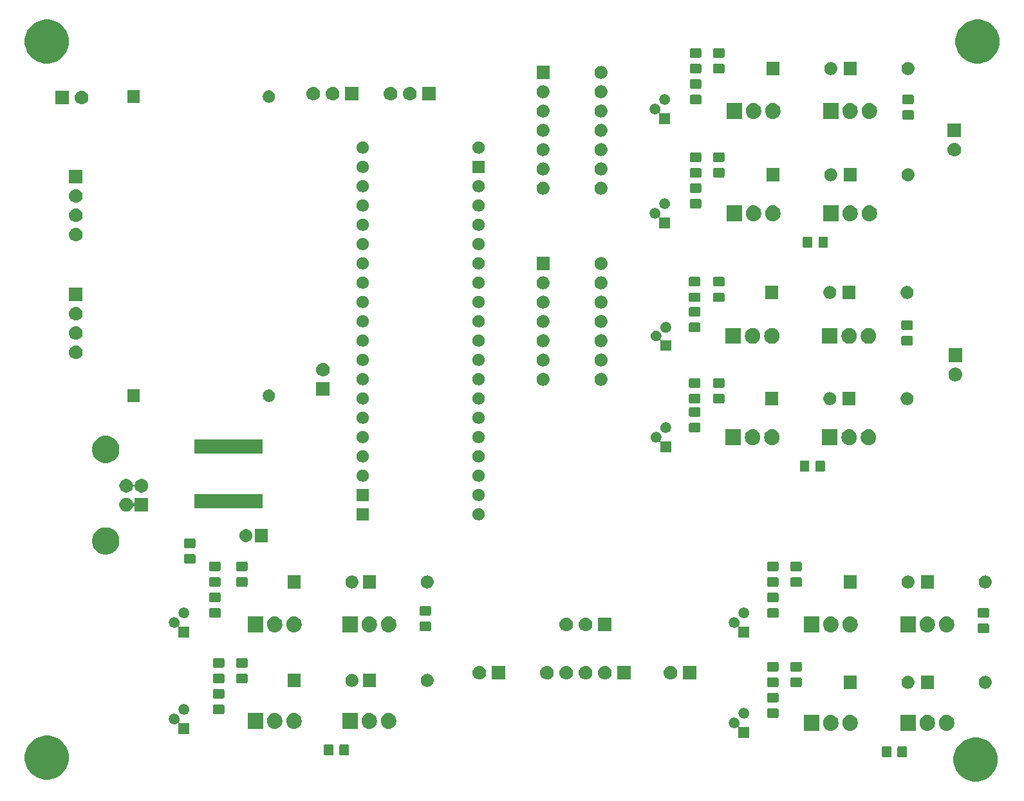
<source format=gbr>
G04 #@! TF.GenerationSoftware,KiCad,Pcbnew,(5.1.0)-1*
G04 #@! TF.CreationDate,2019-04-05T22:30:36+02:00*
G04 #@! TF.ProjectId,Motor_driver_pcb,4d6f746f-725f-4647-9269-7665725f7063,rev?*
G04 #@! TF.SameCoordinates,PX292dfe0PYc1c960*
G04 #@! TF.FileFunction,Soldermask,Top*
G04 #@! TF.FilePolarity,Negative*
%FSLAX46Y46*%
G04 Gerber Fmt 4.6, Leading zero omitted, Abs format (unit mm)*
G04 Created by KiCad (PCBNEW (5.1.0)-1) date 2019-04-05 22:30:36*
%MOMM*%
%LPD*%
G04 APERTURE LIST*
%ADD10C,0.100000*%
G04 APERTURE END LIST*
D10*
G36*
X126576189Y-95254483D02*
G01*
X126576192Y-95254484D01*
X126576191Y-95254484D01*
X127104139Y-95473167D01*
X127579280Y-95790646D01*
X127983354Y-96194720D01*
X128300833Y-96669861D01*
X128300834Y-96669863D01*
X128519517Y-97197811D01*
X128631000Y-97758275D01*
X128631000Y-98329725D01*
X128519517Y-98890189D01*
X128519516Y-98890191D01*
X128300833Y-99418139D01*
X127983354Y-99893280D01*
X127579280Y-100297354D01*
X127104139Y-100614833D01*
X127104138Y-100614834D01*
X127104137Y-100614834D01*
X126576189Y-100833517D01*
X126015725Y-100945000D01*
X125444275Y-100945000D01*
X124883811Y-100833517D01*
X124355863Y-100614834D01*
X124355862Y-100614834D01*
X124355861Y-100614833D01*
X123880720Y-100297354D01*
X123476646Y-99893280D01*
X123159167Y-99418139D01*
X122940484Y-98890191D01*
X122940483Y-98890189D01*
X122829000Y-98329725D01*
X122829000Y-97758275D01*
X122940483Y-97197811D01*
X123159166Y-96669863D01*
X123159167Y-96669861D01*
X123476646Y-96194720D01*
X123880720Y-95790646D01*
X124355861Y-95473167D01*
X124883809Y-95254484D01*
X124883808Y-95254484D01*
X124883811Y-95254483D01*
X125444275Y-95143000D01*
X126015725Y-95143000D01*
X126576189Y-95254483D01*
X126576189Y-95254483D01*
G37*
G36*
X4402189Y-95000483D02*
G01*
X4930137Y-95219166D01*
X4930139Y-95219167D01*
X5405280Y-95536646D01*
X5809354Y-95940720D01*
X6087315Y-96356718D01*
X6126834Y-96415863D01*
X6345517Y-96943811D01*
X6457000Y-97504275D01*
X6457000Y-98075725D01*
X6345517Y-98636189D01*
X6345516Y-98636191D01*
X6126833Y-99164139D01*
X5809354Y-99639280D01*
X5405280Y-100043354D01*
X4930139Y-100360833D01*
X4930138Y-100360834D01*
X4930137Y-100360834D01*
X4402189Y-100579517D01*
X3841725Y-100691000D01*
X3270275Y-100691000D01*
X2709811Y-100579517D01*
X2181863Y-100360834D01*
X2181862Y-100360834D01*
X2181861Y-100360833D01*
X1706720Y-100043354D01*
X1302646Y-99639280D01*
X985167Y-99164139D01*
X766484Y-98636191D01*
X766483Y-98636189D01*
X655000Y-98075725D01*
X655000Y-97504275D01*
X766483Y-96943811D01*
X985166Y-96415863D01*
X1024685Y-96356718D01*
X1302646Y-95940720D01*
X1706720Y-95536646D01*
X2181861Y-95219167D01*
X2181863Y-95219166D01*
X2709811Y-95000483D01*
X3270275Y-94889000D01*
X3841725Y-94889000D01*
X4402189Y-95000483D01*
X4402189Y-95000483D01*
G37*
G36*
X116541674Y-96281465D02*
G01*
X116579367Y-96292899D01*
X116614103Y-96311466D01*
X116644548Y-96336452D01*
X116669534Y-96366897D01*
X116688101Y-96401633D01*
X116699535Y-96439326D01*
X116704000Y-96484661D01*
X116704000Y-97571339D01*
X116699535Y-97616674D01*
X116688101Y-97654367D01*
X116669534Y-97689103D01*
X116644548Y-97719548D01*
X116614103Y-97744534D01*
X116579367Y-97763101D01*
X116541674Y-97774535D01*
X116496339Y-97779000D01*
X115659661Y-97779000D01*
X115614326Y-97774535D01*
X115576633Y-97763101D01*
X115541897Y-97744534D01*
X115511452Y-97719548D01*
X115486466Y-97689103D01*
X115467899Y-97654367D01*
X115456465Y-97616674D01*
X115452000Y-97571339D01*
X115452000Y-96484661D01*
X115456465Y-96439326D01*
X115467899Y-96401633D01*
X115486466Y-96366897D01*
X115511452Y-96336452D01*
X115541897Y-96311466D01*
X115576633Y-96292899D01*
X115614326Y-96281465D01*
X115659661Y-96277000D01*
X116496339Y-96277000D01*
X116541674Y-96281465D01*
X116541674Y-96281465D01*
G37*
G36*
X114491674Y-96281465D02*
G01*
X114529367Y-96292899D01*
X114564103Y-96311466D01*
X114594548Y-96336452D01*
X114619534Y-96366897D01*
X114638101Y-96401633D01*
X114649535Y-96439326D01*
X114654000Y-96484661D01*
X114654000Y-97571339D01*
X114649535Y-97616674D01*
X114638101Y-97654367D01*
X114619534Y-97689103D01*
X114594548Y-97719548D01*
X114564103Y-97744534D01*
X114529367Y-97763101D01*
X114491674Y-97774535D01*
X114446339Y-97779000D01*
X113609661Y-97779000D01*
X113564326Y-97774535D01*
X113526633Y-97763101D01*
X113491897Y-97744534D01*
X113461452Y-97719548D01*
X113436466Y-97689103D01*
X113417899Y-97654367D01*
X113406465Y-97616674D01*
X113402000Y-97571339D01*
X113402000Y-96484661D01*
X113406465Y-96439326D01*
X113417899Y-96401633D01*
X113436466Y-96366897D01*
X113461452Y-96336452D01*
X113491897Y-96311466D01*
X113526633Y-96292899D01*
X113564326Y-96281465D01*
X113609661Y-96277000D01*
X114446339Y-96277000D01*
X114491674Y-96281465D01*
X114491674Y-96281465D01*
G37*
G36*
X41085674Y-96027465D02*
G01*
X41123367Y-96038899D01*
X41158103Y-96057466D01*
X41188548Y-96082452D01*
X41213534Y-96112897D01*
X41232101Y-96147633D01*
X41243535Y-96185326D01*
X41248000Y-96230661D01*
X41248000Y-97317339D01*
X41243535Y-97362674D01*
X41232101Y-97400367D01*
X41213534Y-97435103D01*
X41188548Y-97465548D01*
X41158103Y-97490534D01*
X41123367Y-97509101D01*
X41085674Y-97520535D01*
X41040339Y-97525000D01*
X40203661Y-97525000D01*
X40158326Y-97520535D01*
X40120633Y-97509101D01*
X40085897Y-97490534D01*
X40055452Y-97465548D01*
X40030466Y-97435103D01*
X40011899Y-97400367D01*
X40000465Y-97362674D01*
X39996000Y-97317339D01*
X39996000Y-96230661D01*
X40000465Y-96185326D01*
X40011899Y-96147633D01*
X40030466Y-96112897D01*
X40055452Y-96082452D01*
X40085897Y-96057466D01*
X40120633Y-96038899D01*
X40158326Y-96027465D01*
X40203661Y-96023000D01*
X41040339Y-96023000D01*
X41085674Y-96027465D01*
X41085674Y-96027465D01*
G37*
G36*
X43135674Y-96027465D02*
G01*
X43173367Y-96038899D01*
X43208103Y-96057466D01*
X43238548Y-96082452D01*
X43263534Y-96112897D01*
X43282101Y-96147633D01*
X43293535Y-96185326D01*
X43298000Y-96230661D01*
X43298000Y-97317339D01*
X43293535Y-97362674D01*
X43282101Y-97400367D01*
X43263534Y-97435103D01*
X43238548Y-97465548D01*
X43208103Y-97490534D01*
X43173367Y-97509101D01*
X43135674Y-97520535D01*
X43090339Y-97525000D01*
X42253661Y-97525000D01*
X42208326Y-97520535D01*
X42170633Y-97509101D01*
X42135897Y-97490534D01*
X42105452Y-97465548D01*
X42080466Y-97435103D01*
X42061899Y-97400367D01*
X42050465Y-97362674D01*
X42046000Y-97317339D01*
X42046000Y-96230661D01*
X42050465Y-96185326D01*
X42061899Y-96147633D01*
X42080466Y-96112897D01*
X42105452Y-96082452D01*
X42135897Y-96057466D01*
X42170633Y-96038899D01*
X42208326Y-96027465D01*
X42253661Y-96023000D01*
X43090339Y-96023000D01*
X43135674Y-96027465D01*
X43135674Y-96027465D01*
G37*
G36*
X94184473Y-92543938D02*
G01*
X94312049Y-92596782D01*
X94426859Y-92673495D01*
X94524505Y-92771141D01*
X94601218Y-92885951D01*
X94654062Y-93013527D01*
X94681000Y-93148956D01*
X94681000Y-93287044D01*
X94654062Y-93422473D01*
X94601218Y-93550049D01*
X94572816Y-93592556D01*
X94561265Y-93614167D01*
X94554152Y-93637616D01*
X94551750Y-93662002D01*
X94554152Y-93686388D01*
X94561265Y-93709837D01*
X94572817Y-93731447D01*
X94588362Y-93750389D01*
X94607304Y-93765934D01*
X94628915Y-93777485D01*
X94652364Y-93784598D01*
X94676749Y-93787000D01*
X95951000Y-93787000D01*
X95951000Y-95189000D01*
X94549000Y-95189000D01*
X94549000Y-93914749D01*
X94546598Y-93890363D01*
X94539485Y-93866914D01*
X94527934Y-93845303D01*
X94512389Y-93826361D01*
X94493447Y-93810816D01*
X94471836Y-93799265D01*
X94448387Y-93792152D01*
X94424001Y-93789750D01*
X94399615Y-93792152D01*
X94376166Y-93799265D01*
X94354556Y-93810816D01*
X94312049Y-93839218D01*
X94184473Y-93892062D01*
X94049044Y-93919000D01*
X93910956Y-93919000D01*
X93775527Y-93892062D01*
X93647951Y-93839218D01*
X93533141Y-93762505D01*
X93435495Y-93664859D01*
X93358782Y-93550049D01*
X93305938Y-93422473D01*
X93279000Y-93287044D01*
X93279000Y-93148956D01*
X93305938Y-93013527D01*
X93358782Y-92885951D01*
X93435495Y-92771141D01*
X93533141Y-92673495D01*
X93647951Y-92596782D01*
X93775527Y-92543938D01*
X93910956Y-92517000D01*
X94049044Y-92517000D01*
X94184473Y-92543938D01*
X94184473Y-92543938D01*
G37*
G36*
X20524473Y-92035938D02*
G01*
X20652049Y-92088782D01*
X20766859Y-92165495D01*
X20864505Y-92263141D01*
X20941218Y-92377951D01*
X20994062Y-92505527D01*
X21021000Y-92640956D01*
X21021000Y-92779044D01*
X20994062Y-92914473D01*
X20941218Y-93042049D01*
X20912816Y-93084556D01*
X20901265Y-93106167D01*
X20894152Y-93129616D01*
X20891750Y-93154002D01*
X20894152Y-93178388D01*
X20901265Y-93201837D01*
X20912817Y-93223447D01*
X20928362Y-93242389D01*
X20947304Y-93257934D01*
X20968915Y-93269485D01*
X20992364Y-93276598D01*
X21016749Y-93279000D01*
X22291000Y-93279000D01*
X22291000Y-94681000D01*
X20889000Y-94681000D01*
X20889000Y-93406749D01*
X20886598Y-93382363D01*
X20879485Y-93358914D01*
X20867934Y-93337303D01*
X20852389Y-93318361D01*
X20833447Y-93302816D01*
X20811836Y-93291265D01*
X20788387Y-93284152D01*
X20764001Y-93281750D01*
X20739615Y-93284152D01*
X20716166Y-93291265D01*
X20694556Y-93302816D01*
X20652049Y-93331218D01*
X20524473Y-93384062D01*
X20389044Y-93411000D01*
X20250956Y-93411000D01*
X20115527Y-93384062D01*
X19987951Y-93331218D01*
X19873141Y-93254505D01*
X19775495Y-93156859D01*
X19698782Y-93042049D01*
X19645938Y-92914473D01*
X19619000Y-92779044D01*
X19619000Y-92640956D01*
X19645938Y-92505527D01*
X19698782Y-92377951D01*
X19775495Y-92263141D01*
X19873141Y-92165495D01*
X19987951Y-92088782D01*
X20115527Y-92035938D01*
X20250956Y-92009000D01*
X20389044Y-92009000D01*
X20524473Y-92035938D01*
X20524473Y-92035938D01*
G37*
G36*
X122116719Y-92181520D02*
G01*
X122305880Y-92238901D01*
X122305883Y-92238902D01*
X122382861Y-92280048D01*
X122480212Y-92332083D01*
X122633015Y-92457485D01*
X122758417Y-92610288D01*
X122851599Y-92784619D01*
X122908980Y-92973780D01*
X122923500Y-93121206D01*
X122923500Y-93314793D01*
X122908980Y-93462219D01*
X122882337Y-93550049D01*
X122851598Y-93651383D01*
X122802182Y-93743833D01*
X122758417Y-93825712D01*
X122633015Y-93978515D01*
X122480212Y-94103917D01*
X122305881Y-94197099D01*
X122116720Y-94254480D01*
X121920000Y-94273855D01*
X121723281Y-94254480D01*
X121534120Y-94197099D01*
X121359788Y-94103917D01*
X121206985Y-93978515D01*
X121081583Y-93825712D01*
X120988401Y-93651381D01*
X120931020Y-93462220D01*
X120916500Y-93314794D01*
X120916500Y-93121207D01*
X120931020Y-92973781D01*
X120988401Y-92784620D01*
X120988402Y-92784617D01*
X121075290Y-92622062D01*
X121081583Y-92610288D01*
X121206985Y-92457485D01*
X121359788Y-92332083D01*
X121534119Y-92238901D01*
X121723280Y-92181520D01*
X121920000Y-92162145D01*
X122116719Y-92181520D01*
X122116719Y-92181520D01*
G37*
G36*
X106876719Y-92181520D02*
G01*
X107065880Y-92238901D01*
X107065883Y-92238902D01*
X107142861Y-92280048D01*
X107240212Y-92332083D01*
X107393015Y-92457485D01*
X107518417Y-92610288D01*
X107611599Y-92784619D01*
X107668980Y-92973780D01*
X107683500Y-93121206D01*
X107683500Y-93314793D01*
X107668980Y-93462219D01*
X107642337Y-93550049D01*
X107611598Y-93651383D01*
X107562182Y-93743833D01*
X107518417Y-93825712D01*
X107393015Y-93978515D01*
X107240212Y-94103917D01*
X107065881Y-94197099D01*
X106876720Y-94254480D01*
X106680000Y-94273855D01*
X106483281Y-94254480D01*
X106294120Y-94197099D01*
X106119788Y-94103917D01*
X105966985Y-93978515D01*
X105841583Y-93825712D01*
X105748401Y-93651381D01*
X105691020Y-93462220D01*
X105676500Y-93314794D01*
X105676500Y-93121207D01*
X105691020Y-92973781D01*
X105748401Y-92784620D01*
X105748402Y-92784617D01*
X105835290Y-92622062D01*
X105841583Y-92610288D01*
X105966985Y-92457485D01*
X106119788Y-92332083D01*
X106294119Y-92238901D01*
X106483280Y-92181520D01*
X106680000Y-92162145D01*
X106876719Y-92181520D01*
X106876719Y-92181520D01*
G37*
G36*
X109416719Y-92181520D02*
G01*
X109605880Y-92238901D01*
X109605883Y-92238902D01*
X109682861Y-92280048D01*
X109780212Y-92332083D01*
X109933015Y-92457485D01*
X110058417Y-92610288D01*
X110151599Y-92784619D01*
X110208980Y-92973780D01*
X110223500Y-93121206D01*
X110223500Y-93314793D01*
X110208980Y-93462219D01*
X110182337Y-93550049D01*
X110151598Y-93651383D01*
X110102182Y-93743833D01*
X110058417Y-93825712D01*
X109933015Y-93978515D01*
X109780212Y-94103917D01*
X109605881Y-94197099D01*
X109416720Y-94254480D01*
X109220000Y-94273855D01*
X109023281Y-94254480D01*
X108834120Y-94197099D01*
X108659788Y-94103917D01*
X108506985Y-93978515D01*
X108381583Y-93825712D01*
X108288401Y-93651381D01*
X108231020Y-93462220D01*
X108216500Y-93314794D01*
X108216500Y-93121207D01*
X108231020Y-92973781D01*
X108288401Y-92784620D01*
X108288402Y-92784617D01*
X108375290Y-92622062D01*
X108381583Y-92610288D01*
X108506985Y-92457485D01*
X108659788Y-92332083D01*
X108834119Y-92238901D01*
X109023280Y-92181520D01*
X109220000Y-92162145D01*
X109416719Y-92181520D01*
X109416719Y-92181520D01*
G37*
G36*
X119576719Y-92181520D02*
G01*
X119765880Y-92238901D01*
X119765883Y-92238902D01*
X119842861Y-92280048D01*
X119940212Y-92332083D01*
X120093015Y-92457485D01*
X120218417Y-92610288D01*
X120311599Y-92784619D01*
X120368980Y-92973780D01*
X120383500Y-93121206D01*
X120383500Y-93314793D01*
X120368980Y-93462219D01*
X120342337Y-93550049D01*
X120311598Y-93651383D01*
X120262182Y-93743833D01*
X120218417Y-93825712D01*
X120093015Y-93978515D01*
X119940212Y-94103917D01*
X119765881Y-94197099D01*
X119576720Y-94254480D01*
X119380000Y-94273855D01*
X119183281Y-94254480D01*
X118994120Y-94197099D01*
X118819788Y-94103917D01*
X118666985Y-93978515D01*
X118541583Y-93825712D01*
X118448401Y-93651381D01*
X118391020Y-93462220D01*
X118376500Y-93314794D01*
X118376500Y-93121207D01*
X118391020Y-92973781D01*
X118448401Y-92784620D01*
X118448402Y-92784617D01*
X118535290Y-92622062D01*
X118541583Y-92610288D01*
X118666985Y-92457485D01*
X118819788Y-92332083D01*
X118994119Y-92238901D01*
X119183280Y-92181520D01*
X119380000Y-92162145D01*
X119576719Y-92181520D01*
X119576719Y-92181520D01*
G37*
G36*
X105143500Y-94269000D02*
G01*
X103136500Y-94269000D01*
X103136500Y-92167000D01*
X105143500Y-92167000D01*
X105143500Y-94269000D01*
X105143500Y-94269000D01*
G37*
G36*
X117843500Y-94269000D02*
G01*
X115836500Y-94269000D01*
X115836500Y-92167000D01*
X117843500Y-92167000D01*
X117843500Y-94269000D01*
X117843500Y-94269000D01*
G37*
G36*
X33724719Y-91927520D02*
G01*
X33913880Y-91984901D01*
X33913883Y-91984902D01*
X33974012Y-92017042D01*
X34088212Y-92078083D01*
X34241015Y-92203485D01*
X34366417Y-92356288D01*
X34396021Y-92411674D01*
X34452320Y-92517000D01*
X34459599Y-92530619D01*
X34516980Y-92719780D01*
X34531500Y-92867206D01*
X34531500Y-93060793D01*
X34516980Y-93208219D01*
X34483569Y-93318361D01*
X34459598Y-93397383D01*
X34410182Y-93489833D01*
X34366417Y-93571712D01*
X34241015Y-93724515D01*
X34088212Y-93849917D01*
X33913881Y-93943099D01*
X33724720Y-94000480D01*
X33528000Y-94019855D01*
X33331281Y-94000480D01*
X33142120Y-93943099D01*
X32967788Y-93849917D01*
X32814985Y-93724515D01*
X32689583Y-93571712D01*
X32607059Y-93417320D01*
X32596402Y-93397383D01*
X32592361Y-93384062D01*
X32539020Y-93208220D01*
X32524500Y-93060794D01*
X32524500Y-92867207D01*
X32539020Y-92719781D01*
X32596401Y-92530620D01*
X32596402Y-92530617D01*
X32668965Y-92394862D01*
X32689583Y-92356288D01*
X32814985Y-92203485D01*
X32967788Y-92078083D01*
X33142119Y-91984901D01*
X33331280Y-91927520D01*
X33528000Y-91908145D01*
X33724719Y-91927520D01*
X33724719Y-91927520D01*
G37*
G36*
X36264719Y-91927520D02*
G01*
X36453880Y-91984901D01*
X36453883Y-91984902D01*
X36514012Y-92017042D01*
X36628212Y-92078083D01*
X36781015Y-92203485D01*
X36906417Y-92356288D01*
X36936021Y-92411674D01*
X36992320Y-92517000D01*
X36999599Y-92530619D01*
X37056980Y-92719780D01*
X37071500Y-92867206D01*
X37071500Y-93060793D01*
X37056980Y-93208219D01*
X37023569Y-93318361D01*
X36999598Y-93397383D01*
X36950182Y-93489833D01*
X36906417Y-93571712D01*
X36781015Y-93724515D01*
X36628212Y-93849917D01*
X36453881Y-93943099D01*
X36264720Y-94000480D01*
X36068000Y-94019855D01*
X35871281Y-94000480D01*
X35682120Y-93943099D01*
X35507788Y-93849917D01*
X35354985Y-93724515D01*
X35229583Y-93571712D01*
X35147059Y-93417320D01*
X35136402Y-93397383D01*
X35132361Y-93384062D01*
X35079020Y-93208220D01*
X35064500Y-93060794D01*
X35064500Y-92867207D01*
X35079020Y-92719781D01*
X35136401Y-92530620D01*
X35136402Y-92530617D01*
X35208965Y-92394862D01*
X35229583Y-92356288D01*
X35354985Y-92203485D01*
X35507788Y-92078083D01*
X35682119Y-91984901D01*
X35871280Y-91927520D01*
X36068000Y-91908145D01*
X36264719Y-91927520D01*
X36264719Y-91927520D01*
G37*
G36*
X46170719Y-91927520D02*
G01*
X46359880Y-91984901D01*
X46359883Y-91984902D01*
X46420012Y-92017042D01*
X46534212Y-92078083D01*
X46687015Y-92203485D01*
X46812417Y-92356288D01*
X46842021Y-92411674D01*
X46898320Y-92517000D01*
X46905599Y-92530619D01*
X46962980Y-92719780D01*
X46977500Y-92867206D01*
X46977500Y-93060793D01*
X46962980Y-93208219D01*
X46929569Y-93318361D01*
X46905598Y-93397383D01*
X46856182Y-93489833D01*
X46812417Y-93571712D01*
X46687015Y-93724515D01*
X46534212Y-93849917D01*
X46359881Y-93943099D01*
X46170720Y-94000480D01*
X45974000Y-94019855D01*
X45777281Y-94000480D01*
X45588120Y-93943099D01*
X45413788Y-93849917D01*
X45260985Y-93724515D01*
X45135583Y-93571712D01*
X45053059Y-93417320D01*
X45042402Y-93397383D01*
X45038361Y-93384062D01*
X44985020Y-93208220D01*
X44970500Y-93060794D01*
X44970500Y-92867207D01*
X44985020Y-92719781D01*
X45042401Y-92530620D01*
X45042402Y-92530617D01*
X45114965Y-92394862D01*
X45135583Y-92356288D01*
X45260985Y-92203485D01*
X45413788Y-92078083D01*
X45588119Y-91984901D01*
X45777280Y-91927520D01*
X45974000Y-91908145D01*
X46170719Y-91927520D01*
X46170719Y-91927520D01*
G37*
G36*
X48710719Y-91927520D02*
G01*
X48899880Y-91984901D01*
X48899883Y-91984902D01*
X48960012Y-92017042D01*
X49074212Y-92078083D01*
X49227015Y-92203485D01*
X49352417Y-92356288D01*
X49382021Y-92411674D01*
X49438320Y-92517000D01*
X49445599Y-92530619D01*
X49502980Y-92719780D01*
X49517500Y-92867206D01*
X49517500Y-93060793D01*
X49502980Y-93208219D01*
X49469569Y-93318361D01*
X49445598Y-93397383D01*
X49396182Y-93489833D01*
X49352417Y-93571712D01*
X49227015Y-93724515D01*
X49074212Y-93849917D01*
X48899881Y-93943099D01*
X48710720Y-94000480D01*
X48514000Y-94019855D01*
X48317281Y-94000480D01*
X48128120Y-93943099D01*
X47953788Y-93849917D01*
X47800985Y-93724515D01*
X47675583Y-93571712D01*
X47593059Y-93417320D01*
X47582402Y-93397383D01*
X47578361Y-93384062D01*
X47525020Y-93208220D01*
X47510500Y-93060794D01*
X47510500Y-92867207D01*
X47525020Y-92719781D01*
X47582401Y-92530620D01*
X47582402Y-92530617D01*
X47654965Y-92394862D01*
X47675583Y-92356288D01*
X47800985Y-92203485D01*
X47953788Y-92078083D01*
X48128119Y-91984901D01*
X48317280Y-91927520D01*
X48514000Y-91908145D01*
X48710719Y-91927520D01*
X48710719Y-91927520D01*
G37*
G36*
X31991500Y-94015000D02*
G01*
X29984500Y-94015000D01*
X29984500Y-91913000D01*
X31991500Y-91913000D01*
X31991500Y-94015000D01*
X31991500Y-94015000D01*
G37*
G36*
X44437500Y-94015000D02*
G01*
X42430500Y-94015000D01*
X42430500Y-91913000D01*
X44437500Y-91913000D01*
X44437500Y-94015000D01*
X44437500Y-94015000D01*
G37*
G36*
X95454473Y-91273938D02*
G01*
X95582049Y-91326782D01*
X95696859Y-91403495D01*
X95794505Y-91501141D01*
X95871218Y-91615951D01*
X95924062Y-91743527D01*
X95951000Y-91878956D01*
X95951000Y-92017044D01*
X95924062Y-92152473D01*
X95871218Y-92280049D01*
X95794505Y-92394859D01*
X95696859Y-92492505D01*
X95582049Y-92569218D01*
X95454473Y-92622062D01*
X95319044Y-92649000D01*
X95180956Y-92649000D01*
X95045527Y-92622062D01*
X94917951Y-92569218D01*
X94803141Y-92492505D01*
X94705495Y-92394859D01*
X94628782Y-92280049D01*
X94575938Y-92152473D01*
X94549000Y-92017044D01*
X94549000Y-91878956D01*
X94575938Y-91743527D01*
X94628782Y-91615951D01*
X94705495Y-91501141D01*
X94803141Y-91403495D01*
X94917951Y-91326782D01*
X95045527Y-91273938D01*
X95180956Y-91247000D01*
X95319044Y-91247000D01*
X95454473Y-91273938D01*
X95454473Y-91273938D01*
G37*
G36*
X99648674Y-91326465D02*
G01*
X99686367Y-91337899D01*
X99721103Y-91356466D01*
X99751548Y-91381452D01*
X99776534Y-91411897D01*
X99795101Y-91446633D01*
X99806535Y-91484326D01*
X99811000Y-91529661D01*
X99811000Y-92366339D01*
X99806535Y-92411674D01*
X99795101Y-92449367D01*
X99776534Y-92484103D01*
X99751548Y-92514548D01*
X99721103Y-92539534D01*
X99686367Y-92558101D01*
X99648674Y-92569535D01*
X99603339Y-92574000D01*
X98516661Y-92574000D01*
X98471326Y-92569535D01*
X98433633Y-92558101D01*
X98398897Y-92539534D01*
X98368452Y-92514548D01*
X98343466Y-92484103D01*
X98324899Y-92449367D01*
X98313465Y-92411674D01*
X98309000Y-92366339D01*
X98309000Y-91529661D01*
X98313465Y-91484326D01*
X98324899Y-91446633D01*
X98343466Y-91411897D01*
X98368452Y-91381452D01*
X98398897Y-91356466D01*
X98433633Y-91337899D01*
X98471326Y-91326465D01*
X98516661Y-91322000D01*
X99603339Y-91322000D01*
X99648674Y-91326465D01*
X99648674Y-91326465D01*
G37*
G36*
X21794473Y-90765938D02*
G01*
X21922049Y-90818782D01*
X22036859Y-90895495D01*
X22134505Y-90993141D01*
X22211218Y-91107951D01*
X22264062Y-91235527D01*
X22291000Y-91370956D01*
X22291000Y-91509044D01*
X22264062Y-91644473D01*
X22211218Y-91772049D01*
X22134505Y-91886859D01*
X22036859Y-91984505D01*
X21922049Y-92061218D01*
X21794473Y-92114062D01*
X21659044Y-92141000D01*
X21520956Y-92141000D01*
X21385527Y-92114062D01*
X21257951Y-92061218D01*
X21143141Y-91984505D01*
X21045495Y-91886859D01*
X20968782Y-91772049D01*
X20915938Y-91644473D01*
X20889000Y-91509044D01*
X20889000Y-91370956D01*
X20915938Y-91235527D01*
X20968782Y-91107951D01*
X21045495Y-90993141D01*
X21143141Y-90895495D01*
X21257951Y-90818782D01*
X21385527Y-90765938D01*
X21520956Y-90739000D01*
X21659044Y-90739000D01*
X21794473Y-90765938D01*
X21794473Y-90765938D01*
G37*
G36*
X26750674Y-90818465D02*
G01*
X26788367Y-90829899D01*
X26823103Y-90848466D01*
X26853548Y-90873452D01*
X26878534Y-90903897D01*
X26897101Y-90938633D01*
X26908535Y-90976326D01*
X26913000Y-91021661D01*
X26913000Y-91858339D01*
X26908535Y-91903674D01*
X26897101Y-91941367D01*
X26878534Y-91976103D01*
X26853548Y-92006548D01*
X26823103Y-92031534D01*
X26788367Y-92050101D01*
X26750674Y-92061535D01*
X26705339Y-92066000D01*
X25618661Y-92066000D01*
X25573326Y-92061535D01*
X25535633Y-92050101D01*
X25500897Y-92031534D01*
X25470452Y-92006548D01*
X25445466Y-91976103D01*
X25426899Y-91941367D01*
X25415465Y-91903674D01*
X25411000Y-91858339D01*
X25411000Y-91021661D01*
X25415465Y-90976326D01*
X25426899Y-90938633D01*
X25445466Y-90903897D01*
X25470452Y-90873452D01*
X25500897Y-90848466D01*
X25535633Y-90829899D01*
X25573326Y-90818465D01*
X25618661Y-90814000D01*
X26705339Y-90814000D01*
X26750674Y-90818465D01*
X26750674Y-90818465D01*
G37*
G36*
X99648674Y-89276465D02*
G01*
X99686367Y-89287899D01*
X99721103Y-89306466D01*
X99751548Y-89331452D01*
X99776534Y-89361897D01*
X99795101Y-89396633D01*
X99806535Y-89434326D01*
X99811000Y-89479661D01*
X99811000Y-90316339D01*
X99806535Y-90361674D01*
X99795101Y-90399367D01*
X99776534Y-90434103D01*
X99751548Y-90464548D01*
X99721103Y-90489534D01*
X99686367Y-90508101D01*
X99648674Y-90519535D01*
X99603339Y-90524000D01*
X98516661Y-90524000D01*
X98471326Y-90519535D01*
X98433633Y-90508101D01*
X98398897Y-90489534D01*
X98368452Y-90464548D01*
X98343466Y-90434103D01*
X98324899Y-90399367D01*
X98313465Y-90361674D01*
X98309000Y-90316339D01*
X98309000Y-89479661D01*
X98313465Y-89434326D01*
X98324899Y-89396633D01*
X98343466Y-89361897D01*
X98368452Y-89331452D01*
X98398897Y-89306466D01*
X98433633Y-89287899D01*
X98471326Y-89276465D01*
X98516661Y-89272000D01*
X99603339Y-89272000D01*
X99648674Y-89276465D01*
X99648674Y-89276465D01*
G37*
G36*
X26750674Y-88768465D02*
G01*
X26788367Y-88779899D01*
X26823103Y-88798466D01*
X26853548Y-88823452D01*
X26878534Y-88853897D01*
X26897101Y-88888633D01*
X26908535Y-88926326D01*
X26913000Y-88971661D01*
X26913000Y-89808339D01*
X26908535Y-89853674D01*
X26897101Y-89891367D01*
X26878534Y-89926103D01*
X26853548Y-89956548D01*
X26823103Y-89981534D01*
X26788367Y-90000101D01*
X26750674Y-90011535D01*
X26705339Y-90016000D01*
X25618661Y-90016000D01*
X25573326Y-90011535D01*
X25535633Y-90000101D01*
X25500897Y-89981534D01*
X25470452Y-89956548D01*
X25445466Y-89926103D01*
X25426899Y-89891367D01*
X25415465Y-89853674D01*
X25411000Y-89808339D01*
X25411000Y-88971661D01*
X25415465Y-88926326D01*
X25426899Y-88888633D01*
X25445466Y-88853897D01*
X25470452Y-88823452D01*
X25500897Y-88798466D01*
X25535633Y-88779899D01*
X25573326Y-88768465D01*
X25618661Y-88764000D01*
X26705339Y-88764000D01*
X26750674Y-88768465D01*
X26750674Y-88768465D01*
G37*
G36*
X117006823Y-87045313D02*
G01*
X117167242Y-87093976D01*
X117299906Y-87164886D01*
X117315078Y-87172996D01*
X117444659Y-87279341D01*
X117551004Y-87408922D01*
X117551005Y-87408924D01*
X117630024Y-87556758D01*
X117678687Y-87717177D01*
X117695117Y-87884000D01*
X117678687Y-88050823D01*
X117630024Y-88211242D01*
X117560665Y-88341004D01*
X117551004Y-88359078D01*
X117444659Y-88488659D01*
X117315078Y-88595004D01*
X117315076Y-88595005D01*
X117167242Y-88674024D01*
X117006823Y-88722687D01*
X116881804Y-88735000D01*
X116798196Y-88735000D01*
X116673177Y-88722687D01*
X116512758Y-88674024D01*
X116364924Y-88595005D01*
X116364922Y-88595004D01*
X116235341Y-88488659D01*
X116128996Y-88359078D01*
X116119335Y-88341004D01*
X116049976Y-88211242D01*
X116001313Y-88050823D01*
X115984883Y-87884000D01*
X116001313Y-87717177D01*
X116049976Y-87556758D01*
X116128995Y-87408924D01*
X116128996Y-87408922D01*
X116235341Y-87279341D01*
X116364922Y-87172996D01*
X116380094Y-87164886D01*
X116512758Y-87093976D01*
X116673177Y-87045313D01*
X116798196Y-87033000D01*
X116881804Y-87033000D01*
X117006823Y-87045313D01*
X117006823Y-87045313D01*
G37*
G36*
X120231000Y-88735000D02*
G01*
X118529000Y-88735000D01*
X118529000Y-87033000D01*
X120231000Y-87033000D01*
X120231000Y-88735000D01*
X120231000Y-88735000D01*
G37*
G36*
X110071000Y-88735000D02*
G01*
X108369000Y-88735000D01*
X108369000Y-87033000D01*
X110071000Y-87033000D01*
X110071000Y-88735000D01*
X110071000Y-88735000D01*
G37*
G36*
X127166823Y-87045313D02*
G01*
X127327242Y-87093976D01*
X127459906Y-87164886D01*
X127475078Y-87172996D01*
X127604659Y-87279341D01*
X127711004Y-87408922D01*
X127711005Y-87408924D01*
X127790024Y-87556758D01*
X127838687Y-87717177D01*
X127855117Y-87884000D01*
X127838687Y-88050823D01*
X127790024Y-88211242D01*
X127720665Y-88341004D01*
X127711004Y-88359078D01*
X127604659Y-88488659D01*
X127475078Y-88595004D01*
X127475076Y-88595005D01*
X127327242Y-88674024D01*
X127166823Y-88722687D01*
X127041804Y-88735000D01*
X126958196Y-88735000D01*
X126833177Y-88722687D01*
X126672758Y-88674024D01*
X126524924Y-88595005D01*
X126524922Y-88595004D01*
X126395341Y-88488659D01*
X126288996Y-88359078D01*
X126279335Y-88341004D01*
X126209976Y-88211242D01*
X126161313Y-88050823D01*
X126144883Y-87884000D01*
X126161313Y-87717177D01*
X126209976Y-87556758D01*
X126288995Y-87408924D01*
X126288996Y-87408922D01*
X126395341Y-87279341D01*
X126524922Y-87172996D01*
X126540094Y-87164886D01*
X126672758Y-87093976D01*
X126833177Y-87045313D01*
X126958196Y-87033000D01*
X127041804Y-87033000D01*
X127166823Y-87045313D01*
X127166823Y-87045313D01*
G37*
G36*
X102696674Y-87262465D02*
G01*
X102734367Y-87273899D01*
X102769103Y-87292466D01*
X102799548Y-87317452D01*
X102824534Y-87347897D01*
X102843101Y-87382633D01*
X102854535Y-87420326D01*
X102859000Y-87465661D01*
X102859000Y-88302339D01*
X102854535Y-88347674D01*
X102843101Y-88385367D01*
X102824534Y-88420103D01*
X102799548Y-88450548D01*
X102769103Y-88475534D01*
X102734367Y-88494101D01*
X102696674Y-88505535D01*
X102651339Y-88510000D01*
X101564661Y-88510000D01*
X101519326Y-88505535D01*
X101481633Y-88494101D01*
X101446897Y-88475534D01*
X101416452Y-88450548D01*
X101391466Y-88420103D01*
X101372899Y-88385367D01*
X101361465Y-88347674D01*
X101357000Y-88302339D01*
X101357000Y-87465661D01*
X101361465Y-87420326D01*
X101372899Y-87382633D01*
X101391466Y-87347897D01*
X101416452Y-87317452D01*
X101446897Y-87292466D01*
X101481633Y-87273899D01*
X101519326Y-87262465D01*
X101564661Y-87258000D01*
X102651339Y-87258000D01*
X102696674Y-87262465D01*
X102696674Y-87262465D01*
G37*
G36*
X99648674Y-87262465D02*
G01*
X99686367Y-87273899D01*
X99721103Y-87292466D01*
X99751548Y-87317452D01*
X99776534Y-87347897D01*
X99795101Y-87382633D01*
X99806535Y-87420326D01*
X99811000Y-87465661D01*
X99811000Y-88302339D01*
X99806535Y-88347674D01*
X99795101Y-88385367D01*
X99776534Y-88420103D01*
X99751548Y-88450548D01*
X99721103Y-88475534D01*
X99686367Y-88494101D01*
X99648674Y-88505535D01*
X99603339Y-88510000D01*
X98516661Y-88510000D01*
X98471326Y-88505535D01*
X98433633Y-88494101D01*
X98398897Y-88475534D01*
X98368452Y-88450548D01*
X98343466Y-88420103D01*
X98324899Y-88385367D01*
X98313465Y-88347674D01*
X98309000Y-88302339D01*
X98309000Y-87465661D01*
X98313465Y-87420326D01*
X98324899Y-87382633D01*
X98343466Y-87347897D01*
X98368452Y-87317452D01*
X98398897Y-87292466D01*
X98433633Y-87273899D01*
X98471326Y-87262465D01*
X98516661Y-87258000D01*
X99603339Y-87258000D01*
X99648674Y-87262465D01*
X99648674Y-87262465D01*
G37*
G36*
X53760823Y-86791313D02*
G01*
X53921242Y-86839976D01*
X54053906Y-86910886D01*
X54069078Y-86918996D01*
X54198659Y-87025341D01*
X54305004Y-87154922D01*
X54305005Y-87154924D01*
X54384024Y-87302758D01*
X54432687Y-87463177D01*
X54449117Y-87630000D01*
X54432687Y-87796823D01*
X54384024Y-87957242D01*
X54362487Y-87997535D01*
X54305004Y-88105078D01*
X54198659Y-88234659D01*
X54069078Y-88341004D01*
X54069076Y-88341005D01*
X53921242Y-88420024D01*
X53760823Y-88468687D01*
X53635804Y-88481000D01*
X53552196Y-88481000D01*
X53427177Y-88468687D01*
X53266758Y-88420024D01*
X53118924Y-88341005D01*
X53118922Y-88341004D01*
X52989341Y-88234659D01*
X52882996Y-88105078D01*
X52825513Y-87997535D01*
X52803976Y-87957242D01*
X52755313Y-87796823D01*
X52738883Y-87630000D01*
X52755313Y-87463177D01*
X52803976Y-87302758D01*
X52882995Y-87154924D01*
X52882996Y-87154922D01*
X52989341Y-87025341D01*
X53118922Y-86918996D01*
X53134094Y-86910886D01*
X53266758Y-86839976D01*
X53427177Y-86791313D01*
X53552196Y-86779000D01*
X53635804Y-86779000D01*
X53760823Y-86791313D01*
X53760823Y-86791313D01*
G37*
G36*
X46825000Y-88481000D02*
G01*
X45123000Y-88481000D01*
X45123000Y-86779000D01*
X46825000Y-86779000D01*
X46825000Y-88481000D01*
X46825000Y-88481000D01*
G37*
G36*
X43854823Y-86791313D02*
G01*
X44015242Y-86839976D01*
X44147906Y-86910886D01*
X44163078Y-86918996D01*
X44292659Y-87025341D01*
X44399004Y-87154922D01*
X44399005Y-87154924D01*
X44478024Y-87302758D01*
X44526687Y-87463177D01*
X44543117Y-87630000D01*
X44526687Y-87796823D01*
X44478024Y-87957242D01*
X44456487Y-87997535D01*
X44399004Y-88105078D01*
X44292659Y-88234659D01*
X44163078Y-88341004D01*
X44163076Y-88341005D01*
X44015242Y-88420024D01*
X43854823Y-88468687D01*
X43729804Y-88481000D01*
X43646196Y-88481000D01*
X43521177Y-88468687D01*
X43360758Y-88420024D01*
X43212924Y-88341005D01*
X43212922Y-88341004D01*
X43083341Y-88234659D01*
X42976996Y-88105078D01*
X42919513Y-87997535D01*
X42897976Y-87957242D01*
X42849313Y-87796823D01*
X42832883Y-87630000D01*
X42849313Y-87463177D01*
X42897976Y-87302758D01*
X42976995Y-87154924D01*
X42976996Y-87154922D01*
X43083341Y-87025341D01*
X43212922Y-86918996D01*
X43228094Y-86910886D01*
X43360758Y-86839976D01*
X43521177Y-86791313D01*
X43646196Y-86779000D01*
X43729804Y-86779000D01*
X43854823Y-86791313D01*
X43854823Y-86791313D01*
G37*
G36*
X36919000Y-88481000D02*
G01*
X35217000Y-88481000D01*
X35217000Y-86779000D01*
X36919000Y-86779000D01*
X36919000Y-88481000D01*
X36919000Y-88481000D01*
G37*
G36*
X26750674Y-86754465D02*
G01*
X26788367Y-86765899D01*
X26823103Y-86784466D01*
X26853548Y-86809452D01*
X26878534Y-86839897D01*
X26897101Y-86874633D01*
X26908535Y-86912326D01*
X26913000Y-86957661D01*
X26913000Y-87794339D01*
X26908535Y-87839674D01*
X26897101Y-87877367D01*
X26878534Y-87912103D01*
X26853548Y-87942548D01*
X26823103Y-87967534D01*
X26788367Y-87986101D01*
X26750674Y-87997535D01*
X26705339Y-88002000D01*
X25618661Y-88002000D01*
X25573326Y-87997535D01*
X25535633Y-87986101D01*
X25500897Y-87967534D01*
X25470452Y-87942548D01*
X25445466Y-87912103D01*
X25426899Y-87877367D01*
X25415465Y-87839674D01*
X25411000Y-87794339D01*
X25411000Y-86957661D01*
X25415465Y-86912326D01*
X25426899Y-86874633D01*
X25445466Y-86839897D01*
X25470452Y-86809452D01*
X25500897Y-86784466D01*
X25535633Y-86765899D01*
X25573326Y-86754465D01*
X25618661Y-86750000D01*
X26705339Y-86750000D01*
X26750674Y-86754465D01*
X26750674Y-86754465D01*
G37*
G36*
X29798674Y-86754465D02*
G01*
X29836367Y-86765899D01*
X29871103Y-86784466D01*
X29901548Y-86809452D01*
X29926534Y-86839897D01*
X29945101Y-86874633D01*
X29956535Y-86912326D01*
X29961000Y-86957661D01*
X29961000Y-87794339D01*
X29956535Y-87839674D01*
X29945101Y-87877367D01*
X29926534Y-87912103D01*
X29901548Y-87942548D01*
X29871103Y-87967534D01*
X29836367Y-87986101D01*
X29798674Y-87997535D01*
X29753339Y-88002000D01*
X28666661Y-88002000D01*
X28621326Y-87997535D01*
X28583633Y-87986101D01*
X28548897Y-87967534D01*
X28518452Y-87942548D01*
X28493466Y-87912103D01*
X28474899Y-87877367D01*
X28463465Y-87839674D01*
X28459000Y-87794339D01*
X28459000Y-86957661D01*
X28463465Y-86912326D01*
X28474899Y-86874633D01*
X28493466Y-86839897D01*
X28518452Y-86809452D01*
X28548897Y-86784466D01*
X28583633Y-86765899D01*
X28621326Y-86754465D01*
X28666661Y-86750000D01*
X29753339Y-86750000D01*
X29798674Y-86754465D01*
X29798674Y-86754465D01*
G37*
G36*
X80403000Y-87515000D02*
G01*
X78601000Y-87515000D01*
X78601000Y-85713000D01*
X80403000Y-85713000D01*
X80403000Y-87515000D01*
X80403000Y-87515000D01*
G37*
G36*
X69452443Y-85719519D02*
G01*
X69518627Y-85726037D01*
X69688466Y-85777557D01*
X69844991Y-85861222D01*
X69880729Y-85890552D01*
X69982186Y-85973814D01*
X70065448Y-86075271D01*
X70094778Y-86111009D01*
X70178443Y-86267534D01*
X70229963Y-86437373D01*
X70247359Y-86614000D01*
X70229963Y-86790627D01*
X70178443Y-86960466D01*
X70094778Y-87116991D01*
X70065448Y-87152729D01*
X69982186Y-87254186D01*
X69880729Y-87337448D01*
X69844991Y-87366778D01*
X69815329Y-87382633D01*
X69734164Y-87426017D01*
X69688466Y-87450443D01*
X69518627Y-87501963D01*
X69452442Y-87508482D01*
X69386260Y-87515000D01*
X69297740Y-87515000D01*
X69231558Y-87508482D01*
X69165373Y-87501963D01*
X68995534Y-87450443D01*
X68949837Y-87426017D01*
X68868671Y-87382633D01*
X68839009Y-87366778D01*
X68803271Y-87337448D01*
X68701814Y-87254186D01*
X68618552Y-87152729D01*
X68589222Y-87116991D01*
X68505557Y-86960466D01*
X68454037Y-86790627D01*
X68436641Y-86614000D01*
X68454037Y-86437373D01*
X68505557Y-86267534D01*
X68589222Y-86111009D01*
X68618552Y-86075271D01*
X68701814Y-85973814D01*
X68803271Y-85890552D01*
X68839009Y-85861222D01*
X68995534Y-85777557D01*
X69165373Y-85726037D01*
X69231557Y-85719519D01*
X69297740Y-85713000D01*
X69386260Y-85713000D01*
X69452443Y-85719519D01*
X69452443Y-85719519D01*
G37*
G36*
X71992443Y-85719519D02*
G01*
X72058627Y-85726037D01*
X72228466Y-85777557D01*
X72384991Y-85861222D01*
X72420729Y-85890552D01*
X72522186Y-85973814D01*
X72605448Y-86075271D01*
X72634778Y-86111009D01*
X72718443Y-86267534D01*
X72769963Y-86437373D01*
X72787359Y-86614000D01*
X72769963Y-86790627D01*
X72718443Y-86960466D01*
X72634778Y-87116991D01*
X72605448Y-87152729D01*
X72522186Y-87254186D01*
X72420729Y-87337448D01*
X72384991Y-87366778D01*
X72355329Y-87382633D01*
X72274164Y-87426017D01*
X72228466Y-87450443D01*
X72058627Y-87501963D01*
X71992442Y-87508482D01*
X71926260Y-87515000D01*
X71837740Y-87515000D01*
X71771558Y-87508482D01*
X71705373Y-87501963D01*
X71535534Y-87450443D01*
X71489837Y-87426017D01*
X71408671Y-87382633D01*
X71379009Y-87366778D01*
X71343271Y-87337448D01*
X71241814Y-87254186D01*
X71158552Y-87152729D01*
X71129222Y-87116991D01*
X71045557Y-86960466D01*
X70994037Y-86790627D01*
X70976641Y-86614000D01*
X70994037Y-86437373D01*
X71045557Y-86267534D01*
X71129222Y-86111009D01*
X71158552Y-86075271D01*
X71241814Y-85973814D01*
X71343271Y-85890552D01*
X71379009Y-85861222D01*
X71535534Y-85777557D01*
X71705373Y-85726037D01*
X71771557Y-85719519D01*
X71837740Y-85713000D01*
X71926260Y-85713000D01*
X71992443Y-85719519D01*
X71992443Y-85719519D01*
G37*
G36*
X74532443Y-85719519D02*
G01*
X74598627Y-85726037D01*
X74768466Y-85777557D01*
X74924991Y-85861222D01*
X74960729Y-85890552D01*
X75062186Y-85973814D01*
X75145448Y-86075271D01*
X75174778Y-86111009D01*
X75258443Y-86267534D01*
X75309963Y-86437373D01*
X75327359Y-86614000D01*
X75309963Y-86790627D01*
X75258443Y-86960466D01*
X75174778Y-87116991D01*
X75145448Y-87152729D01*
X75062186Y-87254186D01*
X74960729Y-87337448D01*
X74924991Y-87366778D01*
X74895329Y-87382633D01*
X74814164Y-87426017D01*
X74768466Y-87450443D01*
X74598627Y-87501963D01*
X74532442Y-87508482D01*
X74466260Y-87515000D01*
X74377740Y-87515000D01*
X74311558Y-87508482D01*
X74245373Y-87501963D01*
X74075534Y-87450443D01*
X74029837Y-87426017D01*
X73948671Y-87382633D01*
X73919009Y-87366778D01*
X73883271Y-87337448D01*
X73781814Y-87254186D01*
X73698552Y-87152729D01*
X73669222Y-87116991D01*
X73585557Y-86960466D01*
X73534037Y-86790627D01*
X73516641Y-86614000D01*
X73534037Y-86437373D01*
X73585557Y-86267534D01*
X73669222Y-86111009D01*
X73698552Y-86075271D01*
X73781814Y-85973814D01*
X73883271Y-85890552D01*
X73919009Y-85861222D01*
X74075534Y-85777557D01*
X74245373Y-85726037D01*
X74311557Y-85719519D01*
X74377740Y-85713000D01*
X74466260Y-85713000D01*
X74532443Y-85719519D01*
X74532443Y-85719519D01*
G37*
G36*
X77072443Y-85719519D02*
G01*
X77138627Y-85726037D01*
X77308466Y-85777557D01*
X77464991Y-85861222D01*
X77500729Y-85890552D01*
X77602186Y-85973814D01*
X77685448Y-86075271D01*
X77714778Y-86111009D01*
X77798443Y-86267534D01*
X77849963Y-86437373D01*
X77867359Y-86614000D01*
X77849963Y-86790627D01*
X77798443Y-86960466D01*
X77714778Y-87116991D01*
X77685448Y-87152729D01*
X77602186Y-87254186D01*
X77500729Y-87337448D01*
X77464991Y-87366778D01*
X77435329Y-87382633D01*
X77354164Y-87426017D01*
X77308466Y-87450443D01*
X77138627Y-87501963D01*
X77072442Y-87508482D01*
X77006260Y-87515000D01*
X76917740Y-87515000D01*
X76851558Y-87508482D01*
X76785373Y-87501963D01*
X76615534Y-87450443D01*
X76569837Y-87426017D01*
X76488671Y-87382633D01*
X76459009Y-87366778D01*
X76423271Y-87337448D01*
X76321814Y-87254186D01*
X76238552Y-87152729D01*
X76209222Y-87116991D01*
X76125557Y-86960466D01*
X76074037Y-86790627D01*
X76056641Y-86614000D01*
X76074037Y-86437373D01*
X76125557Y-86267534D01*
X76209222Y-86111009D01*
X76238552Y-86075271D01*
X76321814Y-85973814D01*
X76423271Y-85890552D01*
X76459009Y-85861222D01*
X76615534Y-85777557D01*
X76785373Y-85726037D01*
X76851557Y-85719519D01*
X76917740Y-85713000D01*
X77006260Y-85713000D01*
X77072443Y-85719519D01*
X77072443Y-85719519D01*
G37*
G36*
X85708443Y-85719519D02*
G01*
X85774627Y-85726037D01*
X85944466Y-85777557D01*
X86100991Y-85861222D01*
X86136729Y-85890552D01*
X86238186Y-85973814D01*
X86321448Y-86075271D01*
X86350778Y-86111009D01*
X86434443Y-86267534D01*
X86485963Y-86437373D01*
X86503359Y-86614000D01*
X86485963Y-86790627D01*
X86434443Y-86960466D01*
X86350778Y-87116991D01*
X86321448Y-87152729D01*
X86238186Y-87254186D01*
X86136729Y-87337448D01*
X86100991Y-87366778D01*
X86071329Y-87382633D01*
X85990164Y-87426017D01*
X85944466Y-87450443D01*
X85774627Y-87501963D01*
X85708442Y-87508482D01*
X85642260Y-87515000D01*
X85553740Y-87515000D01*
X85487558Y-87508482D01*
X85421373Y-87501963D01*
X85251534Y-87450443D01*
X85205837Y-87426017D01*
X85124671Y-87382633D01*
X85095009Y-87366778D01*
X85059271Y-87337448D01*
X84957814Y-87254186D01*
X84874552Y-87152729D01*
X84845222Y-87116991D01*
X84761557Y-86960466D01*
X84710037Y-86790627D01*
X84692641Y-86614000D01*
X84710037Y-86437373D01*
X84761557Y-86267534D01*
X84845222Y-86111009D01*
X84874552Y-86075271D01*
X84957814Y-85973814D01*
X85059271Y-85890552D01*
X85095009Y-85861222D01*
X85251534Y-85777557D01*
X85421373Y-85726037D01*
X85487557Y-85719519D01*
X85553740Y-85713000D01*
X85642260Y-85713000D01*
X85708443Y-85719519D01*
X85708443Y-85719519D01*
G37*
G36*
X89039000Y-87515000D02*
G01*
X87237000Y-87515000D01*
X87237000Y-85713000D01*
X89039000Y-85713000D01*
X89039000Y-87515000D01*
X89039000Y-87515000D01*
G37*
G36*
X63893000Y-87515000D02*
G01*
X62091000Y-87515000D01*
X62091000Y-85713000D01*
X63893000Y-85713000D01*
X63893000Y-87515000D01*
X63893000Y-87515000D01*
G37*
G36*
X60562443Y-85719519D02*
G01*
X60628627Y-85726037D01*
X60798466Y-85777557D01*
X60954991Y-85861222D01*
X60990729Y-85890552D01*
X61092186Y-85973814D01*
X61175448Y-86075271D01*
X61204778Y-86111009D01*
X61288443Y-86267534D01*
X61339963Y-86437373D01*
X61357359Y-86614000D01*
X61339963Y-86790627D01*
X61288443Y-86960466D01*
X61204778Y-87116991D01*
X61175448Y-87152729D01*
X61092186Y-87254186D01*
X60990729Y-87337448D01*
X60954991Y-87366778D01*
X60925329Y-87382633D01*
X60844164Y-87426017D01*
X60798466Y-87450443D01*
X60628627Y-87501963D01*
X60562442Y-87508482D01*
X60496260Y-87515000D01*
X60407740Y-87515000D01*
X60341558Y-87508482D01*
X60275373Y-87501963D01*
X60105534Y-87450443D01*
X60059837Y-87426017D01*
X59978671Y-87382633D01*
X59949009Y-87366778D01*
X59913271Y-87337448D01*
X59811814Y-87254186D01*
X59728552Y-87152729D01*
X59699222Y-87116991D01*
X59615557Y-86960466D01*
X59564037Y-86790627D01*
X59546641Y-86614000D01*
X59564037Y-86437373D01*
X59615557Y-86267534D01*
X59699222Y-86111009D01*
X59728552Y-86075271D01*
X59811814Y-85973814D01*
X59913271Y-85890552D01*
X59949009Y-85861222D01*
X60105534Y-85777557D01*
X60275373Y-85726037D01*
X60341557Y-85719519D01*
X60407740Y-85713000D01*
X60496260Y-85713000D01*
X60562443Y-85719519D01*
X60562443Y-85719519D01*
G37*
G36*
X99648674Y-85212465D02*
G01*
X99686367Y-85223899D01*
X99721103Y-85242466D01*
X99751548Y-85267452D01*
X99776534Y-85297897D01*
X99795101Y-85332633D01*
X99806535Y-85370326D01*
X99811000Y-85415661D01*
X99811000Y-86252339D01*
X99806535Y-86297674D01*
X99795101Y-86335367D01*
X99776534Y-86370103D01*
X99751548Y-86400548D01*
X99721103Y-86425534D01*
X99686367Y-86444101D01*
X99648674Y-86455535D01*
X99603339Y-86460000D01*
X98516661Y-86460000D01*
X98471326Y-86455535D01*
X98433633Y-86444101D01*
X98398897Y-86425534D01*
X98368452Y-86400548D01*
X98343466Y-86370103D01*
X98324899Y-86335367D01*
X98313465Y-86297674D01*
X98309000Y-86252339D01*
X98309000Y-85415661D01*
X98313465Y-85370326D01*
X98324899Y-85332633D01*
X98343466Y-85297897D01*
X98368452Y-85267452D01*
X98398897Y-85242466D01*
X98433633Y-85223899D01*
X98471326Y-85212465D01*
X98516661Y-85208000D01*
X99603339Y-85208000D01*
X99648674Y-85212465D01*
X99648674Y-85212465D01*
G37*
G36*
X102696674Y-85212465D02*
G01*
X102734367Y-85223899D01*
X102769103Y-85242466D01*
X102799548Y-85267452D01*
X102824534Y-85297897D01*
X102843101Y-85332633D01*
X102854535Y-85370326D01*
X102859000Y-85415661D01*
X102859000Y-86252339D01*
X102854535Y-86297674D01*
X102843101Y-86335367D01*
X102824534Y-86370103D01*
X102799548Y-86400548D01*
X102769103Y-86425534D01*
X102734367Y-86444101D01*
X102696674Y-86455535D01*
X102651339Y-86460000D01*
X101564661Y-86460000D01*
X101519326Y-86455535D01*
X101481633Y-86444101D01*
X101446897Y-86425534D01*
X101416452Y-86400548D01*
X101391466Y-86370103D01*
X101372899Y-86335367D01*
X101361465Y-86297674D01*
X101357000Y-86252339D01*
X101357000Y-85415661D01*
X101361465Y-85370326D01*
X101372899Y-85332633D01*
X101391466Y-85297897D01*
X101416452Y-85267452D01*
X101446897Y-85242466D01*
X101481633Y-85223899D01*
X101519326Y-85212465D01*
X101564661Y-85208000D01*
X102651339Y-85208000D01*
X102696674Y-85212465D01*
X102696674Y-85212465D01*
G37*
G36*
X29798674Y-84704465D02*
G01*
X29836367Y-84715899D01*
X29871103Y-84734466D01*
X29901548Y-84759452D01*
X29926534Y-84789897D01*
X29945101Y-84824633D01*
X29956535Y-84862326D01*
X29961000Y-84907661D01*
X29961000Y-85744339D01*
X29956535Y-85789674D01*
X29945101Y-85827367D01*
X29926534Y-85862103D01*
X29901548Y-85892548D01*
X29871103Y-85917534D01*
X29836367Y-85936101D01*
X29798674Y-85947535D01*
X29753339Y-85952000D01*
X28666661Y-85952000D01*
X28621326Y-85947535D01*
X28583633Y-85936101D01*
X28548897Y-85917534D01*
X28518452Y-85892548D01*
X28493466Y-85862103D01*
X28474899Y-85827367D01*
X28463465Y-85789674D01*
X28459000Y-85744339D01*
X28459000Y-84907661D01*
X28463465Y-84862326D01*
X28474899Y-84824633D01*
X28493466Y-84789897D01*
X28518452Y-84759452D01*
X28548897Y-84734466D01*
X28583633Y-84715899D01*
X28621326Y-84704465D01*
X28666661Y-84700000D01*
X29753339Y-84700000D01*
X29798674Y-84704465D01*
X29798674Y-84704465D01*
G37*
G36*
X26750674Y-84704465D02*
G01*
X26788367Y-84715899D01*
X26823103Y-84734466D01*
X26853548Y-84759452D01*
X26878534Y-84789897D01*
X26897101Y-84824633D01*
X26908535Y-84862326D01*
X26913000Y-84907661D01*
X26913000Y-85744339D01*
X26908535Y-85789674D01*
X26897101Y-85827367D01*
X26878534Y-85862103D01*
X26853548Y-85892548D01*
X26823103Y-85917534D01*
X26788367Y-85936101D01*
X26750674Y-85947535D01*
X26705339Y-85952000D01*
X25618661Y-85952000D01*
X25573326Y-85947535D01*
X25535633Y-85936101D01*
X25500897Y-85917534D01*
X25470452Y-85892548D01*
X25445466Y-85862103D01*
X25426899Y-85827367D01*
X25415465Y-85789674D01*
X25411000Y-85744339D01*
X25411000Y-84907661D01*
X25415465Y-84862326D01*
X25426899Y-84824633D01*
X25445466Y-84789897D01*
X25470452Y-84759452D01*
X25500897Y-84734466D01*
X25535633Y-84715899D01*
X25573326Y-84704465D01*
X25618661Y-84700000D01*
X26705339Y-84700000D01*
X26750674Y-84704465D01*
X26750674Y-84704465D01*
G37*
G36*
X20524473Y-79335938D02*
G01*
X20652049Y-79388782D01*
X20766859Y-79465495D01*
X20864505Y-79563141D01*
X20941218Y-79677951D01*
X20994062Y-79805527D01*
X21021000Y-79940956D01*
X21021000Y-80079044D01*
X20994062Y-80214473D01*
X20941218Y-80342049D01*
X20912816Y-80384556D01*
X20901265Y-80406167D01*
X20894152Y-80429616D01*
X20891750Y-80454002D01*
X20894152Y-80478388D01*
X20901265Y-80501837D01*
X20912817Y-80523447D01*
X20928362Y-80542389D01*
X20947304Y-80557934D01*
X20968915Y-80569485D01*
X20992364Y-80576598D01*
X21016749Y-80579000D01*
X22291000Y-80579000D01*
X22291000Y-81981000D01*
X20889000Y-81981000D01*
X20889000Y-80706749D01*
X20886598Y-80682363D01*
X20879485Y-80658914D01*
X20867934Y-80637303D01*
X20852389Y-80618361D01*
X20833447Y-80602816D01*
X20811836Y-80591265D01*
X20788387Y-80584152D01*
X20764001Y-80581750D01*
X20739615Y-80584152D01*
X20716166Y-80591265D01*
X20694556Y-80602816D01*
X20652049Y-80631218D01*
X20524473Y-80684062D01*
X20389044Y-80711000D01*
X20250956Y-80711000D01*
X20115527Y-80684062D01*
X19987951Y-80631218D01*
X19873141Y-80554505D01*
X19775495Y-80456859D01*
X19698782Y-80342049D01*
X19645938Y-80214473D01*
X19619000Y-80079044D01*
X19619000Y-79940956D01*
X19645938Y-79805527D01*
X19698782Y-79677951D01*
X19775495Y-79563141D01*
X19873141Y-79465495D01*
X19987951Y-79388782D01*
X20115527Y-79335938D01*
X20250956Y-79309000D01*
X20389044Y-79309000D01*
X20524473Y-79335938D01*
X20524473Y-79335938D01*
G37*
G36*
X94184473Y-79335938D02*
G01*
X94312049Y-79388782D01*
X94426859Y-79465495D01*
X94524505Y-79563141D01*
X94601218Y-79677951D01*
X94654062Y-79805527D01*
X94681000Y-79940956D01*
X94681000Y-80079044D01*
X94654062Y-80214473D01*
X94601218Y-80342049D01*
X94572816Y-80384556D01*
X94561265Y-80406167D01*
X94554152Y-80429616D01*
X94551750Y-80454002D01*
X94554152Y-80478388D01*
X94561265Y-80501837D01*
X94572817Y-80523447D01*
X94588362Y-80542389D01*
X94607304Y-80557934D01*
X94628915Y-80569485D01*
X94652364Y-80576598D01*
X94676749Y-80579000D01*
X95951000Y-80579000D01*
X95951000Y-81981000D01*
X94549000Y-81981000D01*
X94549000Y-80706749D01*
X94546598Y-80682363D01*
X94539485Y-80658914D01*
X94527934Y-80637303D01*
X94512389Y-80618361D01*
X94493447Y-80602816D01*
X94471836Y-80591265D01*
X94448387Y-80584152D01*
X94424001Y-80581750D01*
X94399615Y-80584152D01*
X94376166Y-80591265D01*
X94354556Y-80602816D01*
X94312049Y-80631218D01*
X94184473Y-80684062D01*
X94049044Y-80711000D01*
X93910956Y-80711000D01*
X93775527Y-80684062D01*
X93647951Y-80631218D01*
X93533141Y-80554505D01*
X93435495Y-80456859D01*
X93358782Y-80342049D01*
X93305938Y-80214473D01*
X93279000Y-80079044D01*
X93279000Y-79940956D01*
X93305938Y-79805527D01*
X93358782Y-79677951D01*
X93435495Y-79563141D01*
X93533141Y-79465495D01*
X93647951Y-79388782D01*
X93775527Y-79335938D01*
X93910956Y-79309000D01*
X94049044Y-79309000D01*
X94184473Y-79335938D01*
X94184473Y-79335938D01*
G37*
G36*
X127334674Y-80159465D02*
G01*
X127372367Y-80170899D01*
X127407103Y-80189466D01*
X127437548Y-80214452D01*
X127462534Y-80244897D01*
X127481101Y-80279633D01*
X127492535Y-80317326D01*
X127497000Y-80362661D01*
X127497000Y-81199339D01*
X127492535Y-81244674D01*
X127481101Y-81282367D01*
X127462534Y-81317103D01*
X127437548Y-81347548D01*
X127407103Y-81372534D01*
X127372367Y-81391101D01*
X127334674Y-81402535D01*
X127289339Y-81407000D01*
X126202661Y-81407000D01*
X126157326Y-81402535D01*
X126119633Y-81391101D01*
X126084897Y-81372534D01*
X126054452Y-81347548D01*
X126029466Y-81317103D01*
X126010899Y-81282367D01*
X125999465Y-81244674D01*
X125995000Y-81199339D01*
X125995000Y-80362661D01*
X125999465Y-80317326D01*
X126010899Y-80279633D01*
X126029466Y-80244897D01*
X126054452Y-80214452D01*
X126084897Y-80189466D01*
X126119633Y-80170899D01*
X126157326Y-80159465D01*
X126202661Y-80155000D01*
X127289339Y-80155000D01*
X127334674Y-80159465D01*
X127334674Y-80159465D01*
G37*
G36*
X106876719Y-79227520D02*
G01*
X107065880Y-79284901D01*
X107065883Y-79284902D01*
X107123217Y-79315548D01*
X107240212Y-79378083D01*
X107393015Y-79503485D01*
X107518417Y-79656288D01*
X107611599Y-79830619D01*
X107668980Y-80019780D01*
X107683500Y-80167206D01*
X107683500Y-80360793D01*
X107668980Y-80508219D01*
X107645946Y-80584152D01*
X107611598Y-80697383D01*
X107574391Y-80766991D01*
X107518417Y-80871712D01*
X107393015Y-81024515D01*
X107240212Y-81149917D01*
X107169104Y-81187925D01*
X107073582Y-81238983D01*
X107065881Y-81243099D01*
X106876720Y-81300480D01*
X106680000Y-81319855D01*
X106483281Y-81300480D01*
X106294120Y-81243099D01*
X106119788Y-81149917D01*
X105966985Y-81024515D01*
X105841583Y-80871712D01*
X105759059Y-80717320D01*
X105748402Y-80697383D01*
X105744361Y-80684062D01*
X105691020Y-80508220D01*
X105676500Y-80360794D01*
X105676500Y-80167207D01*
X105677263Y-80159465D01*
X105691020Y-80019783D01*
X105691020Y-80019781D01*
X105748401Y-79830620D01*
X105748402Y-79830617D01*
X105797818Y-79738167D01*
X105841583Y-79656288D01*
X105966985Y-79503485D01*
X106119788Y-79378083D01*
X106294119Y-79284901D01*
X106483280Y-79227520D01*
X106680000Y-79208145D01*
X106876719Y-79227520D01*
X106876719Y-79227520D01*
G37*
G36*
X109416719Y-79227520D02*
G01*
X109605880Y-79284901D01*
X109605883Y-79284902D01*
X109663217Y-79315548D01*
X109780212Y-79378083D01*
X109933015Y-79503485D01*
X110058417Y-79656288D01*
X110151599Y-79830619D01*
X110208980Y-80019780D01*
X110223500Y-80167206D01*
X110223500Y-80360793D01*
X110208980Y-80508219D01*
X110185946Y-80584152D01*
X110151598Y-80697383D01*
X110114391Y-80766991D01*
X110058417Y-80871712D01*
X109933015Y-81024515D01*
X109780212Y-81149917D01*
X109709104Y-81187925D01*
X109613582Y-81238983D01*
X109605881Y-81243099D01*
X109416720Y-81300480D01*
X109220000Y-81319855D01*
X109023281Y-81300480D01*
X108834120Y-81243099D01*
X108659788Y-81149917D01*
X108506985Y-81024515D01*
X108381583Y-80871712D01*
X108299059Y-80717320D01*
X108288402Y-80697383D01*
X108284361Y-80684062D01*
X108231020Y-80508220D01*
X108216500Y-80360794D01*
X108216500Y-80167207D01*
X108217263Y-80159465D01*
X108231020Y-80019783D01*
X108231020Y-80019781D01*
X108288401Y-79830620D01*
X108288402Y-79830617D01*
X108337818Y-79738167D01*
X108381583Y-79656288D01*
X108506985Y-79503485D01*
X108659788Y-79378083D01*
X108834119Y-79284901D01*
X109023280Y-79227520D01*
X109220000Y-79208145D01*
X109416719Y-79227520D01*
X109416719Y-79227520D01*
G37*
G36*
X33724719Y-79227520D02*
G01*
X33913880Y-79284901D01*
X33913883Y-79284902D01*
X33971217Y-79315548D01*
X34088212Y-79378083D01*
X34241015Y-79503485D01*
X34366417Y-79656288D01*
X34459599Y-79830619D01*
X34516980Y-80019780D01*
X34531500Y-80167206D01*
X34531500Y-80360793D01*
X34516980Y-80508219D01*
X34493946Y-80584152D01*
X34459598Y-80697383D01*
X34422391Y-80766991D01*
X34366417Y-80871712D01*
X34241015Y-81024515D01*
X34088212Y-81149917D01*
X34017104Y-81187925D01*
X33921582Y-81238983D01*
X33913881Y-81243099D01*
X33724720Y-81300480D01*
X33528000Y-81319855D01*
X33331281Y-81300480D01*
X33142120Y-81243099D01*
X32967788Y-81149917D01*
X32814985Y-81024515D01*
X32689583Y-80871712D01*
X32607059Y-80717320D01*
X32596402Y-80697383D01*
X32592361Y-80684062D01*
X32539020Y-80508220D01*
X32524500Y-80360794D01*
X32524500Y-80167207D01*
X32525263Y-80159465D01*
X32539020Y-80019783D01*
X32539020Y-80019781D01*
X32596401Y-79830620D01*
X32596402Y-79830617D01*
X32645818Y-79738167D01*
X32689583Y-79656288D01*
X32814985Y-79503485D01*
X32967788Y-79378083D01*
X33142119Y-79284901D01*
X33331280Y-79227520D01*
X33528000Y-79208145D01*
X33724719Y-79227520D01*
X33724719Y-79227520D01*
G37*
G36*
X46170719Y-79227520D02*
G01*
X46359880Y-79284901D01*
X46359883Y-79284902D01*
X46417217Y-79315548D01*
X46534212Y-79378083D01*
X46687015Y-79503485D01*
X46812417Y-79656288D01*
X46905599Y-79830619D01*
X46962980Y-80019780D01*
X46977500Y-80167206D01*
X46977500Y-80360793D01*
X46962980Y-80508219D01*
X46939946Y-80584152D01*
X46905598Y-80697383D01*
X46868391Y-80766991D01*
X46812417Y-80871712D01*
X46687015Y-81024515D01*
X46534212Y-81149917D01*
X46463104Y-81187925D01*
X46367582Y-81238983D01*
X46359881Y-81243099D01*
X46170720Y-81300480D01*
X45974000Y-81319855D01*
X45777281Y-81300480D01*
X45588120Y-81243099D01*
X45413788Y-81149917D01*
X45260985Y-81024515D01*
X45135583Y-80871712D01*
X45053059Y-80717320D01*
X45042402Y-80697383D01*
X45038361Y-80684062D01*
X44985020Y-80508220D01*
X44970500Y-80360794D01*
X44970500Y-80167207D01*
X44971263Y-80159465D01*
X44985020Y-80019783D01*
X44985020Y-80019781D01*
X45042401Y-79830620D01*
X45042402Y-79830617D01*
X45091818Y-79738167D01*
X45135583Y-79656288D01*
X45260985Y-79503485D01*
X45413788Y-79378083D01*
X45588119Y-79284901D01*
X45777280Y-79227520D01*
X45974000Y-79208145D01*
X46170719Y-79227520D01*
X46170719Y-79227520D01*
G37*
G36*
X36264719Y-79227520D02*
G01*
X36453880Y-79284901D01*
X36453883Y-79284902D01*
X36511217Y-79315548D01*
X36628212Y-79378083D01*
X36781015Y-79503485D01*
X36906417Y-79656288D01*
X36999599Y-79830619D01*
X37056980Y-80019780D01*
X37071500Y-80167206D01*
X37071500Y-80360793D01*
X37056980Y-80508219D01*
X37033946Y-80584152D01*
X36999598Y-80697383D01*
X36962391Y-80766991D01*
X36906417Y-80871712D01*
X36781015Y-81024515D01*
X36628212Y-81149917D01*
X36557104Y-81187925D01*
X36461582Y-81238983D01*
X36453881Y-81243099D01*
X36264720Y-81300480D01*
X36068000Y-81319855D01*
X35871281Y-81300480D01*
X35682120Y-81243099D01*
X35507788Y-81149917D01*
X35354985Y-81024515D01*
X35229583Y-80871712D01*
X35147059Y-80717320D01*
X35136402Y-80697383D01*
X35132361Y-80684062D01*
X35079020Y-80508220D01*
X35064500Y-80360794D01*
X35064500Y-80167207D01*
X35065263Y-80159465D01*
X35079020Y-80019783D01*
X35079020Y-80019781D01*
X35136401Y-79830620D01*
X35136402Y-79830617D01*
X35185818Y-79738167D01*
X35229583Y-79656288D01*
X35354985Y-79503485D01*
X35507788Y-79378083D01*
X35682119Y-79284901D01*
X35871280Y-79227520D01*
X36068000Y-79208145D01*
X36264719Y-79227520D01*
X36264719Y-79227520D01*
G37*
G36*
X48710719Y-79227520D02*
G01*
X48899880Y-79284901D01*
X48899883Y-79284902D01*
X48957217Y-79315548D01*
X49074212Y-79378083D01*
X49227015Y-79503485D01*
X49352417Y-79656288D01*
X49445599Y-79830619D01*
X49502980Y-80019780D01*
X49517500Y-80167206D01*
X49517500Y-80360793D01*
X49502980Y-80508219D01*
X49479946Y-80584152D01*
X49445598Y-80697383D01*
X49408391Y-80766991D01*
X49352417Y-80871712D01*
X49227015Y-81024515D01*
X49074212Y-81149917D01*
X49003104Y-81187925D01*
X48907582Y-81238983D01*
X48899881Y-81243099D01*
X48710720Y-81300480D01*
X48514000Y-81319855D01*
X48317281Y-81300480D01*
X48128120Y-81243099D01*
X47953788Y-81149917D01*
X47800985Y-81024515D01*
X47675583Y-80871712D01*
X47593059Y-80717320D01*
X47582402Y-80697383D01*
X47578361Y-80684062D01*
X47525020Y-80508220D01*
X47510500Y-80360794D01*
X47510500Y-80167207D01*
X47511263Y-80159465D01*
X47525020Y-80019783D01*
X47525020Y-80019781D01*
X47582401Y-79830620D01*
X47582402Y-79830617D01*
X47631818Y-79738167D01*
X47675583Y-79656288D01*
X47800985Y-79503485D01*
X47953788Y-79378083D01*
X48128119Y-79284901D01*
X48317280Y-79227520D01*
X48514000Y-79208145D01*
X48710719Y-79227520D01*
X48710719Y-79227520D01*
G37*
G36*
X119576719Y-79227520D02*
G01*
X119765880Y-79284901D01*
X119765883Y-79284902D01*
X119823217Y-79315548D01*
X119940212Y-79378083D01*
X120093015Y-79503485D01*
X120218417Y-79656288D01*
X120311599Y-79830619D01*
X120368980Y-80019780D01*
X120383500Y-80167206D01*
X120383500Y-80360793D01*
X120368980Y-80508219D01*
X120345946Y-80584152D01*
X120311598Y-80697383D01*
X120274391Y-80766991D01*
X120218417Y-80871712D01*
X120093015Y-81024515D01*
X119940212Y-81149917D01*
X119869104Y-81187925D01*
X119773582Y-81238983D01*
X119765881Y-81243099D01*
X119576720Y-81300480D01*
X119380000Y-81319855D01*
X119183281Y-81300480D01*
X118994120Y-81243099D01*
X118819788Y-81149917D01*
X118666985Y-81024515D01*
X118541583Y-80871712D01*
X118459059Y-80717320D01*
X118448402Y-80697383D01*
X118444361Y-80684062D01*
X118391020Y-80508220D01*
X118376500Y-80360794D01*
X118376500Y-80167207D01*
X118377263Y-80159465D01*
X118391020Y-80019783D01*
X118391020Y-80019781D01*
X118448401Y-79830620D01*
X118448402Y-79830617D01*
X118497818Y-79738167D01*
X118541583Y-79656288D01*
X118666985Y-79503485D01*
X118819788Y-79378083D01*
X118994119Y-79284901D01*
X119183280Y-79227520D01*
X119380000Y-79208145D01*
X119576719Y-79227520D01*
X119576719Y-79227520D01*
G37*
G36*
X122116719Y-79227520D02*
G01*
X122305880Y-79284901D01*
X122305883Y-79284902D01*
X122363217Y-79315548D01*
X122480212Y-79378083D01*
X122633015Y-79503485D01*
X122758417Y-79656288D01*
X122851599Y-79830619D01*
X122908980Y-80019780D01*
X122923500Y-80167206D01*
X122923500Y-80360793D01*
X122908980Y-80508219D01*
X122885946Y-80584152D01*
X122851598Y-80697383D01*
X122814391Y-80766991D01*
X122758417Y-80871712D01*
X122633015Y-81024515D01*
X122480212Y-81149917D01*
X122409104Y-81187925D01*
X122313582Y-81238983D01*
X122305881Y-81243099D01*
X122116720Y-81300480D01*
X121920000Y-81319855D01*
X121723281Y-81300480D01*
X121534120Y-81243099D01*
X121359788Y-81149917D01*
X121206985Y-81024515D01*
X121081583Y-80871712D01*
X120999059Y-80717320D01*
X120988402Y-80697383D01*
X120984361Y-80684062D01*
X120931020Y-80508220D01*
X120916500Y-80360794D01*
X120916500Y-80167207D01*
X120917263Y-80159465D01*
X120931020Y-80019783D01*
X120931020Y-80019781D01*
X120988401Y-79830620D01*
X120988402Y-79830617D01*
X121037818Y-79738167D01*
X121081583Y-79656288D01*
X121206985Y-79503485D01*
X121359788Y-79378083D01*
X121534119Y-79284901D01*
X121723280Y-79227520D01*
X121920000Y-79208145D01*
X122116719Y-79227520D01*
X122116719Y-79227520D01*
G37*
G36*
X105143500Y-81315000D02*
G01*
X103136500Y-81315000D01*
X103136500Y-79213000D01*
X105143500Y-79213000D01*
X105143500Y-81315000D01*
X105143500Y-81315000D01*
G37*
G36*
X117843500Y-81315000D02*
G01*
X115836500Y-81315000D01*
X115836500Y-79213000D01*
X117843500Y-79213000D01*
X117843500Y-81315000D01*
X117843500Y-81315000D01*
G37*
G36*
X31991500Y-81315000D02*
G01*
X29984500Y-81315000D01*
X29984500Y-79213000D01*
X31991500Y-79213000D01*
X31991500Y-81315000D01*
X31991500Y-81315000D01*
G37*
G36*
X44437500Y-81315000D02*
G01*
X42430500Y-81315000D01*
X42430500Y-79213000D01*
X44437500Y-79213000D01*
X44437500Y-81315000D01*
X44437500Y-81315000D01*
G37*
G36*
X74532443Y-79369519D02*
G01*
X74598627Y-79376037D01*
X74768466Y-79427557D01*
X74924991Y-79511222D01*
X74960729Y-79540552D01*
X75062186Y-79623814D01*
X75145448Y-79725271D01*
X75174778Y-79761009D01*
X75258443Y-79917534D01*
X75309963Y-80087373D01*
X75327359Y-80264000D01*
X75309963Y-80440627D01*
X75258443Y-80610466D01*
X75174778Y-80766991D01*
X75145448Y-80802729D01*
X75062186Y-80904186D01*
X74963733Y-80984983D01*
X74924991Y-81016778D01*
X74768466Y-81100443D01*
X74598627Y-81151963D01*
X74532443Y-81158481D01*
X74466260Y-81165000D01*
X74377740Y-81165000D01*
X74311557Y-81158481D01*
X74245373Y-81151963D01*
X74075534Y-81100443D01*
X73919009Y-81016778D01*
X73880267Y-80984983D01*
X73781814Y-80904186D01*
X73698552Y-80802729D01*
X73669222Y-80766991D01*
X73585557Y-80610466D01*
X73534037Y-80440627D01*
X73516641Y-80264000D01*
X73534037Y-80087373D01*
X73585557Y-79917534D01*
X73669222Y-79761009D01*
X73698552Y-79725271D01*
X73781814Y-79623814D01*
X73883271Y-79540552D01*
X73919009Y-79511222D01*
X74075534Y-79427557D01*
X74245373Y-79376037D01*
X74311557Y-79369519D01*
X74377740Y-79363000D01*
X74466260Y-79363000D01*
X74532443Y-79369519D01*
X74532443Y-79369519D01*
G37*
G36*
X71992443Y-79369519D02*
G01*
X72058627Y-79376037D01*
X72228466Y-79427557D01*
X72384991Y-79511222D01*
X72420729Y-79540552D01*
X72522186Y-79623814D01*
X72605448Y-79725271D01*
X72634778Y-79761009D01*
X72718443Y-79917534D01*
X72769963Y-80087373D01*
X72787359Y-80264000D01*
X72769963Y-80440627D01*
X72718443Y-80610466D01*
X72634778Y-80766991D01*
X72605448Y-80802729D01*
X72522186Y-80904186D01*
X72423733Y-80984983D01*
X72384991Y-81016778D01*
X72228466Y-81100443D01*
X72058627Y-81151963D01*
X71992443Y-81158481D01*
X71926260Y-81165000D01*
X71837740Y-81165000D01*
X71771557Y-81158481D01*
X71705373Y-81151963D01*
X71535534Y-81100443D01*
X71379009Y-81016778D01*
X71340267Y-80984983D01*
X71241814Y-80904186D01*
X71158552Y-80802729D01*
X71129222Y-80766991D01*
X71045557Y-80610466D01*
X70994037Y-80440627D01*
X70976641Y-80264000D01*
X70994037Y-80087373D01*
X71045557Y-79917534D01*
X71129222Y-79761009D01*
X71158552Y-79725271D01*
X71241814Y-79623814D01*
X71343271Y-79540552D01*
X71379009Y-79511222D01*
X71535534Y-79427557D01*
X71705373Y-79376037D01*
X71771557Y-79369519D01*
X71837740Y-79363000D01*
X71926260Y-79363000D01*
X71992443Y-79369519D01*
X71992443Y-79369519D01*
G37*
G36*
X77863000Y-81165000D02*
G01*
X76061000Y-81165000D01*
X76061000Y-79363000D01*
X77863000Y-79363000D01*
X77863000Y-81165000D01*
X77863000Y-81165000D01*
G37*
G36*
X53928674Y-79905465D02*
G01*
X53966367Y-79916899D01*
X54001103Y-79935466D01*
X54031548Y-79960452D01*
X54056534Y-79990897D01*
X54075101Y-80025633D01*
X54086535Y-80063326D01*
X54091000Y-80108661D01*
X54091000Y-80945339D01*
X54086535Y-80990674D01*
X54075101Y-81028367D01*
X54056534Y-81063103D01*
X54031548Y-81093548D01*
X54001103Y-81118534D01*
X53966367Y-81137101D01*
X53928674Y-81148535D01*
X53883339Y-81153000D01*
X52796661Y-81153000D01*
X52751326Y-81148535D01*
X52713633Y-81137101D01*
X52678897Y-81118534D01*
X52648452Y-81093548D01*
X52623466Y-81063103D01*
X52604899Y-81028367D01*
X52593465Y-80990674D01*
X52589000Y-80945339D01*
X52589000Y-80108661D01*
X52593465Y-80063326D01*
X52604899Y-80025633D01*
X52623466Y-79990897D01*
X52648452Y-79960452D01*
X52678897Y-79935466D01*
X52713633Y-79916899D01*
X52751326Y-79905465D01*
X52796661Y-79901000D01*
X53883339Y-79901000D01*
X53928674Y-79905465D01*
X53928674Y-79905465D01*
G37*
G36*
X95454473Y-78065938D02*
G01*
X95582049Y-78118782D01*
X95696859Y-78195495D01*
X95794505Y-78293141D01*
X95871218Y-78407951D01*
X95924062Y-78535527D01*
X95951000Y-78670956D01*
X95951000Y-78809044D01*
X95924062Y-78944473D01*
X95871218Y-79072049D01*
X95794505Y-79186859D01*
X95696859Y-79284505D01*
X95582049Y-79361218D01*
X95454473Y-79414062D01*
X95319044Y-79441000D01*
X95180956Y-79441000D01*
X95045527Y-79414062D01*
X94917951Y-79361218D01*
X94803141Y-79284505D01*
X94705495Y-79186859D01*
X94628782Y-79072049D01*
X94575938Y-78944473D01*
X94549000Y-78809044D01*
X94549000Y-78670956D01*
X94575938Y-78535527D01*
X94628782Y-78407951D01*
X94705495Y-78293141D01*
X94803141Y-78195495D01*
X94917951Y-78118782D01*
X95045527Y-78065938D01*
X95180956Y-78039000D01*
X95319044Y-78039000D01*
X95454473Y-78065938D01*
X95454473Y-78065938D01*
G37*
G36*
X21794473Y-78065938D02*
G01*
X21922049Y-78118782D01*
X22036859Y-78195495D01*
X22134505Y-78293141D01*
X22211218Y-78407951D01*
X22264062Y-78535527D01*
X22291000Y-78670956D01*
X22291000Y-78809044D01*
X22264062Y-78944473D01*
X22211218Y-79072049D01*
X22134505Y-79186859D01*
X22036859Y-79284505D01*
X21922049Y-79361218D01*
X21794473Y-79414062D01*
X21659044Y-79441000D01*
X21520956Y-79441000D01*
X21385527Y-79414062D01*
X21257951Y-79361218D01*
X21143141Y-79284505D01*
X21045495Y-79186859D01*
X20968782Y-79072049D01*
X20915938Y-78944473D01*
X20889000Y-78809044D01*
X20889000Y-78670956D01*
X20915938Y-78535527D01*
X20968782Y-78407951D01*
X21045495Y-78293141D01*
X21143141Y-78195495D01*
X21257951Y-78118782D01*
X21385527Y-78065938D01*
X21520956Y-78039000D01*
X21659044Y-78039000D01*
X21794473Y-78065938D01*
X21794473Y-78065938D01*
G37*
G36*
X99648674Y-78136465D02*
G01*
X99686367Y-78147899D01*
X99721103Y-78166466D01*
X99751548Y-78191452D01*
X99776534Y-78221897D01*
X99795101Y-78256633D01*
X99806535Y-78294326D01*
X99811000Y-78339661D01*
X99811000Y-79176339D01*
X99806535Y-79221674D01*
X99795101Y-79259367D01*
X99776534Y-79294103D01*
X99751548Y-79324548D01*
X99721103Y-79349534D01*
X99686367Y-79368101D01*
X99648674Y-79379535D01*
X99603339Y-79384000D01*
X98516661Y-79384000D01*
X98471326Y-79379535D01*
X98433633Y-79368101D01*
X98398897Y-79349534D01*
X98368452Y-79324548D01*
X98343466Y-79294103D01*
X98324899Y-79259367D01*
X98313465Y-79221674D01*
X98309000Y-79176339D01*
X98309000Y-78339661D01*
X98313465Y-78294326D01*
X98324899Y-78256633D01*
X98343466Y-78221897D01*
X98368452Y-78191452D01*
X98398897Y-78166466D01*
X98433633Y-78147899D01*
X98471326Y-78136465D01*
X98516661Y-78132000D01*
X99603339Y-78132000D01*
X99648674Y-78136465D01*
X99648674Y-78136465D01*
G37*
G36*
X26242674Y-78127465D02*
G01*
X26280367Y-78138899D01*
X26315103Y-78157466D01*
X26345548Y-78182452D01*
X26370534Y-78212897D01*
X26389101Y-78247633D01*
X26400535Y-78285326D01*
X26405000Y-78330661D01*
X26405000Y-79167339D01*
X26400535Y-79212674D01*
X26389101Y-79250367D01*
X26370534Y-79285103D01*
X26345548Y-79315548D01*
X26315103Y-79340534D01*
X26280367Y-79359101D01*
X26242674Y-79370535D01*
X26197339Y-79375000D01*
X25110661Y-79375000D01*
X25065326Y-79370535D01*
X25027633Y-79359101D01*
X24992897Y-79340534D01*
X24962452Y-79315548D01*
X24937466Y-79285103D01*
X24918899Y-79250367D01*
X24907465Y-79212674D01*
X24903000Y-79167339D01*
X24903000Y-78330661D01*
X24907465Y-78285326D01*
X24918899Y-78247633D01*
X24937466Y-78212897D01*
X24962452Y-78182452D01*
X24992897Y-78157466D01*
X25027633Y-78138899D01*
X25065326Y-78127465D01*
X25110661Y-78123000D01*
X26197339Y-78123000D01*
X26242674Y-78127465D01*
X26242674Y-78127465D01*
G37*
G36*
X127334674Y-78109465D02*
G01*
X127372367Y-78120899D01*
X127407103Y-78139466D01*
X127437548Y-78164452D01*
X127462534Y-78194897D01*
X127481101Y-78229633D01*
X127492535Y-78267326D01*
X127497000Y-78312661D01*
X127497000Y-79149339D01*
X127492535Y-79194674D01*
X127481101Y-79232367D01*
X127462534Y-79267103D01*
X127437548Y-79297548D01*
X127407103Y-79322534D01*
X127372367Y-79341101D01*
X127334674Y-79352535D01*
X127289339Y-79357000D01*
X126202661Y-79357000D01*
X126157326Y-79352535D01*
X126119633Y-79341101D01*
X126084897Y-79322534D01*
X126054452Y-79297548D01*
X126029466Y-79267103D01*
X126010899Y-79232367D01*
X125999465Y-79194674D01*
X125995000Y-79149339D01*
X125995000Y-78312661D01*
X125999465Y-78267326D01*
X126010899Y-78229633D01*
X126029466Y-78194897D01*
X126054452Y-78164452D01*
X126084897Y-78139466D01*
X126119633Y-78120899D01*
X126157326Y-78109465D01*
X126202661Y-78105000D01*
X127289339Y-78105000D01*
X127334674Y-78109465D01*
X127334674Y-78109465D01*
G37*
G36*
X53928674Y-77855465D02*
G01*
X53966367Y-77866899D01*
X54001103Y-77885466D01*
X54031548Y-77910452D01*
X54056534Y-77940897D01*
X54075101Y-77975633D01*
X54086535Y-78013326D01*
X54091000Y-78058661D01*
X54091000Y-78895339D01*
X54086535Y-78940674D01*
X54075101Y-78978367D01*
X54056534Y-79013103D01*
X54031548Y-79043548D01*
X54001103Y-79068534D01*
X53966367Y-79087101D01*
X53928674Y-79098535D01*
X53883339Y-79103000D01*
X52796661Y-79103000D01*
X52751326Y-79098535D01*
X52713633Y-79087101D01*
X52678897Y-79068534D01*
X52648452Y-79043548D01*
X52623466Y-79013103D01*
X52604899Y-78978367D01*
X52593465Y-78940674D01*
X52589000Y-78895339D01*
X52589000Y-78058661D01*
X52593465Y-78013326D01*
X52604899Y-77975633D01*
X52623466Y-77940897D01*
X52648452Y-77910452D01*
X52678897Y-77885466D01*
X52713633Y-77866899D01*
X52751326Y-77855465D01*
X52796661Y-77851000D01*
X53883339Y-77851000D01*
X53928674Y-77855465D01*
X53928674Y-77855465D01*
G37*
G36*
X99648674Y-76086465D02*
G01*
X99686367Y-76097899D01*
X99721103Y-76116466D01*
X99751548Y-76141452D01*
X99776534Y-76171897D01*
X99795101Y-76206633D01*
X99806535Y-76244326D01*
X99811000Y-76289661D01*
X99811000Y-77126339D01*
X99806535Y-77171674D01*
X99795101Y-77209367D01*
X99776534Y-77244103D01*
X99751548Y-77274548D01*
X99721103Y-77299534D01*
X99686367Y-77318101D01*
X99648674Y-77329535D01*
X99603339Y-77334000D01*
X98516661Y-77334000D01*
X98471326Y-77329535D01*
X98433633Y-77318101D01*
X98398897Y-77299534D01*
X98368452Y-77274548D01*
X98343466Y-77244103D01*
X98324899Y-77209367D01*
X98313465Y-77171674D01*
X98309000Y-77126339D01*
X98309000Y-76289661D01*
X98313465Y-76244326D01*
X98324899Y-76206633D01*
X98343466Y-76171897D01*
X98368452Y-76141452D01*
X98398897Y-76116466D01*
X98433633Y-76097899D01*
X98471326Y-76086465D01*
X98516661Y-76082000D01*
X99603339Y-76082000D01*
X99648674Y-76086465D01*
X99648674Y-76086465D01*
G37*
G36*
X26242674Y-76077465D02*
G01*
X26280367Y-76088899D01*
X26315103Y-76107466D01*
X26345548Y-76132452D01*
X26370534Y-76162897D01*
X26389101Y-76197633D01*
X26400535Y-76235326D01*
X26405000Y-76280661D01*
X26405000Y-77117339D01*
X26400535Y-77162674D01*
X26389101Y-77200367D01*
X26370534Y-77235103D01*
X26345548Y-77265548D01*
X26315103Y-77290534D01*
X26280367Y-77309101D01*
X26242674Y-77320535D01*
X26197339Y-77325000D01*
X25110661Y-77325000D01*
X25065326Y-77320535D01*
X25027633Y-77309101D01*
X24992897Y-77290534D01*
X24962452Y-77265548D01*
X24937466Y-77235103D01*
X24918899Y-77200367D01*
X24907465Y-77162674D01*
X24903000Y-77117339D01*
X24903000Y-76280661D01*
X24907465Y-76235326D01*
X24918899Y-76197633D01*
X24937466Y-76162897D01*
X24962452Y-76132452D01*
X24992897Y-76107466D01*
X25027633Y-76088899D01*
X25065326Y-76077465D01*
X25110661Y-76073000D01*
X26197339Y-76073000D01*
X26242674Y-76077465D01*
X26242674Y-76077465D01*
G37*
G36*
X120231000Y-75527000D02*
G01*
X118529000Y-75527000D01*
X118529000Y-73825000D01*
X120231000Y-73825000D01*
X120231000Y-75527000D01*
X120231000Y-75527000D01*
G37*
G36*
X36919000Y-75527000D02*
G01*
X35217000Y-75527000D01*
X35217000Y-73825000D01*
X36919000Y-73825000D01*
X36919000Y-75527000D01*
X36919000Y-75527000D01*
G37*
G36*
X43854823Y-73837313D02*
G01*
X44015242Y-73885976D01*
X44147906Y-73956886D01*
X44163078Y-73964996D01*
X44292659Y-74071341D01*
X44399004Y-74200922D01*
X44399005Y-74200924D01*
X44478024Y-74348758D01*
X44526687Y-74509177D01*
X44543117Y-74676000D01*
X44526687Y-74842823D01*
X44478024Y-75003242D01*
X44425811Y-75100925D01*
X44399004Y-75151078D01*
X44292659Y-75280659D01*
X44163078Y-75387004D01*
X44163076Y-75387005D01*
X44015242Y-75466024D01*
X43854823Y-75514687D01*
X43729804Y-75527000D01*
X43646196Y-75527000D01*
X43521177Y-75514687D01*
X43360758Y-75466024D01*
X43212924Y-75387005D01*
X43212922Y-75387004D01*
X43083341Y-75280659D01*
X42976996Y-75151078D01*
X42950189Y-75100925D01*
X42897976Y-75003242D01*
X42849313Y-74842823D01*
X42832883Y-74676000D01*
X42849313Y-74509177D01*
X42897976Y-74348758D01*
X42976995Y-74200924D01*
X42976996Y-74200922D01*
X43083341Y-74071341D01*
X43212922Y-73964996D01*
X43228094Y-73956886D01*
X43360758Y-73885976D01*
X43521177Y-73837313D01*
X43646196Y-73825000D01*
X43729804Y-73825000D01*
X43854823Y-73837313D01*
X43854823Y-73837313D01*
G37*
G36*
X46825000Y-75527000D02*
G01*
X45123000Y-75527000D01*
X45123000Y-73825000D01*
X46825000Y-73825000D01*
X46825000Y-75527000D01*
X46825000Y-75527000D01*
G37*
G36*
X117006823Y-73837313D02*
G01*
X117167242Y-73885976D01*
X117299906Y-73956886D01*
X117315078Y-73964996D01*
X117444659Y-74071341D01*
X117551004Y-74200922D01*
X117551005Y-74200924D01*
X117630024Y-74348758D01*
X117678687Y-74509177D01*
X117695117Y-74676000D01*
X117678687Y-74842823D01*
X117630024Y-75003242D01*
X117577811Y-75100925D01*
X117551004Y-75151078D01*
X117444659Y-75280659D01*
X117315078Y-75387004D01*
X117315076Y-75387005D01*
X117167242Y-75466024D01*
X117006823Y-75514687D01*
X116881804Y-75527000D01*
X116798196Y-75527000D01*
X116673177Y-75514687D01*
X116512758Y-75466024D01*
X116364924Y-75387005D01*
X116364922Y-75387004D01*
X116235341Y-75280659D01*
X116128996Y-75151078D01*
X116102189Y-75100925D01*
X116049976Y-75003242D01*
X116001313Y-74842823D01*
X115984883Y-74676000D01*
X116001313Y-74509177D01*
X116049976Y-74348758D01*
X116128995Y-74200924D01*
X116128996Y-74200922D01*
X116235341Y-74071341D01*
X116364922Y-73964996D01*
X116380094Y-73956886D01*
X116512758Y-73885976D01*
X116673177Y-73837313D01*
X116798196Y-73825000D01*
X116881804Y-73825000D01*
X117006823Y-73837313D01*
X117006823Y-73837313D01*
G37*
G36*
X110071000Y-75527000D02*
G01*
X108369000Y-75527000D01*
X108369000Y-73825000D01*
X110071000Y-73825000D01*
X110071000Y-75527000D01*
X110071000Y-75527000D01*
G37*
G36*
X127166823Y-73837313D02*
G01*
X127327242Y-73885976D01*
X127459906Y-73956886D01*
X127475078Y-73964996D01*
X127604659Y-74071341D01*
X127711004Y-74200922D01*
X127711005Y-74200924D01*
X127790024Y-74348758D01*
X127838687Y-74509177D01*
X127855117Y-74676000D01*
X127838687Y-74842823D01*
X127790024Y-75003242D01*
X127737811Y-75100925D01*
X127711004Y-75151078D01*
X127604659Y-75280659D01*
X127475078Y-75387004D01*
X127475076Y-75387005D01*
X127327242Y-75466024D01*
X127166823Y-75514687D01*
X127041804Y-75527000D01*
X126958196Y-75527000D01*
X126833177Y-75514687D01*
X126672758Y-75466024D01*
X126524924Y-75387005D01*
X126524922Y-75387004D01*
X126395341Y-75280659D01*
X126288996Y-75151078D01*
X126262189Y-75100925D01*
X126209976Y-75003242D01*
X126161313Y-74842823D01*
X126144883Y-74676000D01*
X126161313Y-74509177D01*
X126209976Y-74348758D01*
X126288995Y-74200924D01*
X126288996Y-74200922D01*
X126395341Y-74071341D01*
X126524922Y-73964996D01*
X126540094Y-73956886D01*
X126672758Y-73885976D01*
X126833177Y-73837313D01*
X126958196Y-73825000D01*
X127041804Y-73825000D01*
X127166823Y-73837313D01*
X127166823Y-73837313D01*
G37*
G36*
X53760823Y-73837313D02*
G01*
X53921242Y-73885976D01*
X54053906Y-73956886D01*
X54069078Y-73964996D01*
X54198659Y-74071341D01*
X54305004Y-74200922D01*
X54305005Y-74200924D01*
X54384024Y-74348758D01*
X54432687Y-74509177D01*
X54449117Y-74676000D01*
X54432687Y-74842823D01*
X54384024Y-75003242D01*
X54331811Y-75100925D01*
X54305004Y-75151078D01*
X54198659Y-75280659D01*
X54069078Y-75387004D01*
X54069076Y-75387005D01*
X53921242Y-75466024D01*
X53760823Y-75514687D01*
X53635804Y-75527000D01*
X53552196Y-75527000D01*
X53427177Y-75514687D01*
X53266758Y-75466024D01*
X53118924Y-75387005D01*
X53118922Y-75387004D01*
X52989341Y-75280659D01*
X52882996Y-75151078D01*
X52856189Y-75100925D01*
X52803976Y-75003242D01*
X52755313Y-74842823D01*
X52738883Y-74676000D01*
X52755313Y-74509177D01*
X52803976Y-74348758D01*
X52882995Y-74200924D01*
X52882996Y-74200922D01*
X52989341Y-74071341D01*
X53118922Y-73964996D01*
X53134094Y-73956886D01*
X53266758Y-73885976D01*
X53427177Y-73837313D01*
X53552196Y-73825000D01*
X53635804Y-73825000D01*
X53760823Y-73837313D01*
X53760823Y-73837313D01*
G37*
G36*
X102696674Y-74072465D02*
G01*
X102734367Y-74083899D01*
X102769103Y-74102466D01*
X102799548Y-74127452D01*
X102824534Y-74157897D01*
X102843101Y-74192633D01*
X102854535Y-74230326D01*
X102859000Y-74275661D01*
X102859000Y-75112339D01*
X102854535Y-75157674D01*
X102843101Y-75195367D01*
X102824534Y-75230103D01*
X102799548Y-75260548D01*
X102769103Y-75285534D01*
X102734367Y-75304101D01*
X102696674Y-75315535D01*
X102651339Y-75320000D01*
X101564661Y-75320000D01*
X101519326Y-75315535D01*
X101481633Y-75304101D01*
X101446897Y-75285534D01*
X101416452Y-75260548D01*
X101391466Y-75230103D01*
X101372899Y-75195367D01*
X101361465Y-75157674D01*
X101357000Y-75112339D01*
X101357000Y-74275661D01*
X101361465Y-74230326D01*
X101372899Y-74192633D01*
X101391466Y-74157897D01*
X101416452Y-74127452D01*
X101446897Y-74102466D01*
X101481633Y-74083899D01*
X101519326Y-74072465D01*
X101564661Y-74068000D01*
X102651339Y-74068000D01*
X102696674Y-74072465D01*
X102696674Y-74072465D01*
G37*
G36*
X26242674Y-74054465D02*
G01*
X26280367Y-74065899D01*
X26315103Y-74084466D01*
X26345548Y-74109452D01*
X26370534Y-74139897D01*
X26389101Y-74174633D01*
X26400535Y-74212326D01*
X26405000Y-74257661D01*
X26405000Y-75094339D01*
X26400535Y-75139674D01*
X26389101Y-75177367D01*
X26370534Y-75212103D01*
X26345548Y-75242548D01*
X26315103Y-75267534D01*
X26280367Y-75286101D01*
X26242674Y-75297535D01*
X26197339Y-75302000D01*
X25110661Y-75302000D01*
X25065326Y-75297535D01*
X25027633Y-75286101D01*
X24992897Y-75267534D01*
X24962452Y-75242548D01*
X24937466Y-75212103D01*
X24918899Y-75177367D01*
X24907465Y-75139674D01*
X24903000Y-75094339D01*
X24903000Y-74257661D01*
X24907465Y-74212326D01*
X24918899Y-74174633D01*
X24937466Y-74139897D01*
X24962452Y-74109452D01*
X24992897Y-74084466D01*
X25027633Y-74065899D01*
X25065326Y-74054465D01*
X25110661Y-74050000D01*
X26197339Y-74050000D01*
X26242674Y-74054465D01*
X26242674Y-74054465D01*
G37*
G36*
X99648674Y-74054465D02*
G01*
X99686367Y-74065899D01*
X99721103Y-74084466D01*
X99751548Y-74109452D01*
X99776534Y-74139897D01*
X99795101Y-74174633D01*
X99806535Y-74212326D01*
X99811000Y-74257661D01*
X99811000Y-75094339D01*
X99806535Y-75139674D01*
X99795101Y-75177367D01*
X99776534Y-75212103D01*
X99751548Y-75242548D01*
X99721103Y-75267534D01*
X99686367Y-75286101D01*
X99648674Y-75297535D01*
X99603339Y-75302000D01*
X98516661Y-75302000D01*
X98471326Y-75297535D01*
X98433633Y-75286101D01*
X98398897Y-75267534D01*
X98368452Y-75242548D01*
X98343466Y-75212103D01*
X98324899Y-75177367D01*
X98313465Y-75139674D01*
X98309000Y-75094339D01*
X98309000Y-74257661D01*
X98313465Y-74212326D01*
X98324899Y-74174633D01*
X98343466Y-74139897D01*
X98368452Y-74109452D01*
X98398897Y-74084466D01*
X98433633Y-74065899D01*
X98471326Y-74054465D01*
X98516661Y-74050000D01*
X99603339Y-74050000D01*
X99648674Y-74054465D01*
X99648674Y-74054465D01*
G37*
G36*
X29798674Y-74054465D02*
G01*
X29836367Y-74065899D01*
X29871103Y-74084466D01*
X29901548Y-74109452D01*
X29926534Y-74139897D01*
X29945101Y-74174633D01*
X29956535Y-74212326D01*
X29961000Y-74257661D01*
X29961000Y-75094339D01*
X29956535Y-75139674D01*
X29945101Y-75177367D01*
X29926534Y-75212103D01*
X29901548Y-75242548D01*
X29871103Y-75267534D01*
X29836367Y-75286101D01*
X29798674Y-75297535D01*
X29753339Y-75302000D01*
X28666661Y-75302000D01*
X28621326Y-75297535D01*
X28583633Y-75286101D01*
X28548897Y-75267534D01*
X28518452Y-75242548D01*
X28493466Y-75212103D01*
X28474899Y-75177367D01*
X28463465Y-75139674D01*
X28459000Y-75094339D01*
X28459000Y-74257661D01*
X28463465Y-74212326D01*
X28474899Y-74174633D01*
X28493466Y-74139897D01*
X28518452Y-74109452D01*
X28548897Y-74084466D01*
X28583633Y-74065899D01*
X28621326Y-74054465D01*
X28666661Y-74050000D01*
X29753339Y-74050000D01*
X29798674Y-74054465D01*
X29798674Y-74054465D01*
G37*
G36*
X102696674Y-72022465D02*
G01*
X102734367Y-72033899D01*
X102769103Y-72052466D01*
X102799548Y-72077452D01*
X102824534Y-72107897D01*
X102843101Y-72142633D01*
X102854535Y-72180326D01*
X102859000Y-72225661D01*
X102859000Y-73062339D01*
X102854535Y-73107674D01*
X102843101Y-73145367D01*
X102824534Y-73180103D01*
X102799548Y-73210548D01*
X102769103Y-73235534D01*
X102734367Y-73254101D01*
X102696674Y-73265535D01*
X102651339Y-73270000D01*
X101564661Y-73270000D01*
X101519326Y-73265535D01*
X101481633Y-73254101D01*
X101446897Y-73235534D01*
X101416452Y-73210548D01*
X101391466Y-73180103D01*
X101372899Y-73145367D01*
X101361465Y-73107674D01*
X101357000Y-73062339D01*
X101357000Y-72225661D01*
X101361465Y-72180326D01*
X101372899Y-72142633D01*
X101391466Y-72107897D01*
X101416452Y-72077452D01*
X101446897Y-72052466D01*
X101481633Y-72033899D01*
X101519326Y-72022465D01*
X101564661Y-72018000D01*
X102651339Y-72018000D01*
X102696674Y-72022465D01*
X102696674Y-72022465D01*
G37*
G36*
X29798674Y-72004465D02*
G01*
X29836367Y-72015899D01*
X29871103Y-72034466D01*
X29901548Y-72059452D01*
X29926534Y-72089897D01*
X29945101Y-72124633D01*
X29956535Y-72162326D01*
X29961000Y-72207661D01*
X29961000Y-73044339D01*
X29956535Y-73089674D01*
X29945101Y-73127367D01*
X29926534Y-73162103D01*
X29901548Y-73192548D01*
X29871103Y-73217534D01*
X29836367Y-73236101D01*
X29798674Y-73247535D01*
X29753339Y-73252000D01*
X28666661Y-73252000D01*
X28621326Y-73247535D01*
X28583633Y-73236101D01*
X28548897Y-73217534D01*
X28518452Y-73192548D01*
X28493466Y-73162103D01*
X28474899Y-73127367D01*
X28463465Y-73089674D01*
X28459000Y-73044339D01*
X28459000Y-72207661D01*
X28463465Y-72162326D01*
X28474899Y-72124633D01*
X28493466Y-72089897D01*
X28518452Y-72059452D01*
X28548897Y-72034466D01*
X28583633Y-72015899D01*
X28621326Y-72004465D01*
X28666661Y-72000000D01*
X29753339Y-72000000D01*
X29798674Y-72004465D01*
X29798674Y-72004465D01*
G37*
G36*
X26242674Y-72004465D02*
G01*
X26280367Y-72015899D01*
X26315103Y-72034466D01*
X26345548Y-72059452D01*
X26370534Y-72089897D01*
X26389101Y-72124633D01*
X26400535Y-72162326D01*
X26405000Y-72207661D01*
X26405000Y-73044339D01*
X26400535Y-73089674D01*
X26389101Y-73127367D01*
X26370534Y-73162103D01*
X26345548Y-73192548D01*
X26315103Y-73217534D01*
X26280367Y-73236101D01*
X26242674Y-73247535D01*
X26197339Y-73252000D01*
X25110661Y-73252000D01*
X25065326Y-73247535D01*
X25027633Y-73236101D01*
X24992897Y-73217534D01*
X24962452Y-73192548D01*
X24937466Y-73162103D01*
X24918899Y-73127367D01*
X24907465Y-73089674D01*
X24903000Y-73044339D01*
X24903000Y-72207661D01*
X24907465Y-72162326D01*
X24918899Y-72124633D01*
X24937466Y-72089897D01*
X24962452Y-72059452D01*
X24992897Y-72034466D01*
X25027633Y-72015899D01*
X25065326Y-72004465D01*
X25110661Y-72000000D01*
X26197339Y-72000000D01*
X26242674Y-72004465D01*
X26242674Y-72004465D01*
G37*
G36*
X99648674Y-72004465D02*
G01*
X99686367Y-72015899D01*
X99721103Y-72034466D01*
X99751548Y-72059452D01*
X99776534Y-72089897D01*
X99795101Y-72124633D01*
X99806535Y-72162326D01*
X99811000Y-72207661D01*
X99811000Y-73044339D01*
X99806535Y-73089674D01*
X99795101Y-73127367D01*
X99776534Y-73162103D01*
X99751548Y-73192548D01*
X99721103Y-73217534D01*
X99686367Y-73236101D01*
X99648674Y-73247535D01*
X99603339Y-73252000D01*
X98516661Y-73252000D01*
X98471326Y-73247535D01*
X98433633Y-73236101D01*
X98398897Y-73217534D01*
X98368452Y-73192548D01*
X98343466Y-73162103D01*
X98324899Y-73127367D01*
X98313465Y-73089674D01*
X98309000Y-73044339D01*
X98309000Y-72207661D01*
X98313465Y-72162326D01*
X98324899Y-72124633D01*
X98343466Y-72089897D01*
X98368452Y-72059452D01*
X98398897Y-72034466D01*
X98433633Y-72015899D01*
X98471326Y-72004465D01*
X98516661Y-72000000D01*
X99603339Y-72000000D01*
X99648674Y-72004465D01*
X99648674Y-72004465D01*
G37*
G36*
X22940674Y-71015465D02*
G01*
X22978367Y-71026899D01*
X23013103Y-71045466D01*
X23043548Y-71070452D01*
X23068534Y-71100897D01*
X23087101Y-71135633D01*
X23098535Y-71173326D01*
X23103000Y-71218661D01*
X23103000Y-72055339D01*
X23098535Y-72100674D01*
X23087101Y-72138367D01*
X23068534Y-72173103D01*
X23043548Y-72203548D01*
X23013103Y-72228534D01*
X22978367Y-72247101D01*
X22940674Y-72258535D01*
X22895339Y-72263000D01*
X21808661Y-72263000D01*
X21763326Y-72258535D01*
X21725633Y-72247101D01*
X21690897Y-72228534D01*
X21660452Y-72203548D01*
X21635466Y-72173103D01*
X21616899Y-72138367D01*
X21605465Y-72100674D01*
X21601000Y-72055339D01*
X21601000Y-71218661D01*
X21605465Y-71173326D01*
X21616899Y-71135633D01*
X21635466Y-71100897D01*
X21660452Y-71070452D01*
X21690897Y-71045466D01*
X21725633Y-71026899D01*
X21763326Y-71015465D01*
X21808661Y-71011000D01*
X22895339Y-71011000D01*
X22940674Y-71015465D01*
X22940674Y-71015465D01*
G37*
G36*
X11817331Y-67554211D02*
G01*
X12145092Y-67689974D01*
X12440070Y-67887072D01*
X12690928Y-68137930D01*
X12888026Y-68432908D01*
X13023789Y-68760669D01*
X13093000Y-69108616D01*
X13093000Y-69463384D01*
X13023789Y-69811331D01*
X12888026Y-70139092D01*
X12690928Y-70434070D01*
X12440070Y-70684928D01*
X12145092Y-70882026D01*
X11817331Y-71017789D01*
X11469384Y-71087000D01*
X11114616Y-71087000D01*
X10766669Y-71017789D01*
X10438908Y-70882026D01*
X10143930Y-70684928D01*
X9893072Y-70434070D01*
X9695974Y-70139092D01*
X9560211Y-69811331D01*
X9491000Y-69463384D01*
X9491000Y-69108616D01*
X9560211Y-68760669D01*
X9695974Y-68432908D01*
X9893072Y-68137930D01*
X10143930Y-67887072D01*
X10438908Y-67689974D01*
X10766669Y-67554211D01*
X11114616Y-67485000D01*
X11469384Y-67485000D01*
X11817331Y-67554211D01*
X11817331Y-67554211D01*
G37*
G36*
X22940674Y-68965465D02*
G01*
X22978367Y-68976899D01*
X23013103Y-68995466D01*
X23043548Y-69020452D01*
X23068534Y-69050897D01*
X23087101Y-69085633D01*
X23098535Y-69123326D01*
X23103000Y-69168661D01*
X23103000Y-70005339D01*
X23098535Y-70050674D01*
X23087101Y-70088367D01*
X23068534Y-70123103D01*
X23043548Y-70153548D01*
X23013103Y-70178534D01*
X22978367Y-70197101D01*
X22940674Y-70208535D01*
X22895339Y-70213000D01*
X21808661Y-70213000D01*
X21763326Y-70208535D01*
X21725633Y-70197101D01*
X21690897Y-70178534D01*
X21660452Y-70153548D01*
X21635466Y-70123103D01*
X21616899Y-70088367D01*
X21605465Y-70050674D01*
X21601000Y-70005339D01*
X21601000Y-69168661D01*
X21605465Y-69123326D01*
X21616899Y-69085633D01*
X21635466Y-69050897D01*
X21660452Y-69020452D01*
X21690897Y-68995466D01*
X21725633Y-68976899D01*
X21763326Y-68965465D01*
X21808661Y-68961000D01*
X22895339Y-68961000D01*
X22940674Y-68965465D01*
X22940674Y-68965465D01*
G37*
G36*
X32601000Y-69431000D02*
G01*
X30899000Y-69431000D01*
X30899000Y-67729000D01*
X32601000Y-67729000D01*
X32601000Y-69431000D01*
X32601000Y-69431000D01*
G37*
G36*
X29998228Y-67761703D02*
G01*
X30153100Y-67825853D01*
X30292481Y-67918985D01*
X30411015Y-68037519D01*
X30504147Y-68176900D01*
X30568297Y-68331772D01*
X30601000Y-68496184D01*
X30601000Y-68663816D01*
X30568297Y-68828228D01*
X30504147Y-68983100D01*
X30411015Y-69122481D01*
X30292481Y-69241015D01*
X30153100Y-69334147D01*
X29998228Y-69398297D01*
X29833816Y-69431000D01*
X29666184Y-69431000D01*
X29501772Y-69398297D01*
X29346900Y-69334147D01*
X29207519Y-69241015D01*
X29088985Y-69122481D01*
X28995853Y-68983100D01*
X28931703Y-68828228D01*
X28899000Y-68663816D01*
X28899000Y-68496184D01*
X28931703Y-68331772D01*
X28995853Y-68176900D01*
X29088985Y-68037519D01*
X29207519Y-67918985D01*
X29346900Y-67825853D01*
X29501772Y-67761703D01*
X29666184Y-67729000D01*
X29833816Y-67729000D01*
X29998228Y-67761703D01*
X29998228Y-67761703D01*
G37*
G36*
X60587542Y-64978842D02*
G01*
X60735501Y-65040129D01*
X60868655Y-65129099D01*
X60981901Y-65242345D01*
X61070871Y-65375499D01*
X61132158Y-65523458D01*
X61163400Y-65680525D01*
X61163400Y-65840675D01*
X61132158Y-65997742D01*
X61070871Y-66145701D01*
X60981901Y-66278855D01*
X60868655Y-66392101D01*
X60735501Y-66481071D01*
X60587542Y-66542358D01*
X60430475Y-66573600D01*
X60270325Y-66573600D01*
X60113258Y-66542358D01*
X59965299Y-66481071D01*
X59832145Y-66392101D01*
X59718899Y-66278855D01*
X59629929Y-66145701D01*
X59568642Y-65997742D01*
X59537400Y-65840675D01*
X59537400Y-65680525D01*
X59568642Y-65523458D01*
X59629929Y-65375499D01*
X59718899Y-65242345D01*
X59832145Y-65129099D01*
X59965299Y-65040129D01*
X60113258Y-64978842D01*
X60270325Y-64947600D01*
X60430475Y-64947600D01*
X60587542Y-64978842D01*
X60587542Y-64978842D01*
G37*
G36*
X45923400Y-66573600D02*
G01*
X44297400Y-66573600D01*
X44297400Y-64947600D01*
X45923400Y-64947600D01*
X45923400Y-66573600D01*
X45923400Y-66573600D01*
G37*
G36*
X14115512Y-63619927D02*
G01*
X14264812Y-63649624D01*
X14428784Y-63717544D01*
X14576354Y-63816147D01*
X14701853Y-63941646D01*
X14800456Y-64089216D01*
X14860523Y-64234229D01*
X14872068Y-64255829D01*
X14887613Y-64274771D01*
X14906555Y-64290316D01*
X14928166Y-64301867D01*
X14951615Y-64308980D01*
X14976001Y-64311382D01*
X15000387Y-64308980D01*
X15023836Y-64301867D01*
X15045447Y-64290316D01*
X15064389Y-64274771D01*
X15079934Y-64255829D01*
X15091485Y-64234218D01*
X15098598Y-64210769D01*
X15101000Y-64186383D01*
X15101000Y-63615000D01*
X16903000Y-63615000D01*
X16903000Y-65417000D01*
X15101000Y-65417000D01*
X15101000Y-64845617D01*
X15098598Y-64821231D01*
X15091485Y-64797782D01*
X15079934Y-64776171D01*
X15064389Y-64757229D01*
X15045447Y-64741684D01*
X15023836Y-64730133D01*
X15000387Y-64723020D01*
X14976001Y-64720618D01*
X14951615Y-64723020D01*
X14928166Y-64730133D01*
X14906555Y-64741684D01*
X14887613Y-64757229D01*
X14872068Y-64776171D01*
X14860523Y-64797771D01*
X14800456Y-64942784D01*
X14701853Y-65090354D01*
X14576354Y-65215853D01*
X14428784Y-65314456D01*
X14264812Y-65382376D01*
X14115512Y-65412073D01*
X14090742Y-65417000D01*
X13913258Y-65417000D01*
X13888488Y-65412073D01*
X13739188Y-65382376D01*
X13575216Y-65314456D01*
X13427646Y-65215853D01*
X13302147Y-65090354D01*
X13203544Y-64942784D01*
X13135624Y-64778812D01*
X13101000Y-64604741D01*
X13101000Y-64427259D01*
X13135624Y-64253188D01*
X13203544Y-64089216D01*
X13302147Y-63941646D01*
X13427646Y-63816147D01*
X13575216Y-63717544D01*
X13739188Y-63649624D01*
X13888488Y-63619927D01*
X13913258Y-63615000D01*
X14090742Y-63615000D01*
X14115512Y-63619927D01*
X14115512Y-63619927D01*
G37*
G36*
X31933000Y-64978000D02*
G01*
X22931000Y-64978000D01*
X22931000Y-63126000D01*
X31933000Y-63126000D01*
X31933000Y-64978000D01*
X31933000Y-64978000D01*
G37*
G36*
X45923400Y-64033600D02*
G01*
X44297400Y-64033600D01*
X44297400Y-62407600D01*
X45923400Y-62407600D01*
X45923400Y-64033600D01*
X45923400Y-64033600D01*
G37*
G36*
X60587542Y-62438842D02*
G01*
X60735501Y-62500129D01*
X60868655Y-62589099D01*
X60981901Y-62702345D01*
X61070871Y-62835499D01*
X61132158Y-62983458D01*
X61163400Y-63140525D01*
X61163400Y-63300675D01*
X61132158Y-63457742D01*
X61070871Y-63605701D01*
X60981901Y-63738855D01*
X60868655Y-63852101D01*
X60735501Y-63941071D01*
X60587542Y-64002358D01*
X60430475Y-64033600D01*
X60270325Y-64033600D01*
X60113258Y-64002358D01*
X59965299Y-63941071D01*
X59832145Y-63852101D01*
X59718899Y-63738855D01*
X59629929Y-63605701D01*
X59568642Y-63457742D01*
X59537400Y-63300675D01*
X59537400Y-63140525D01*
X59568642Y-62983458D01*
X59629929Y-62835499D01*
X59718899Y-62702345D01*
X59832145Y-62589099D01*
X59965299Y-62500129D01*
X60113258Y-62438842D01*
X60270325Y-62407600D01*
X60430475Y-62407600D01*
X60587542Y-62438842D01*
X60587542Y-62438842D01*
G37*
G36*
X14115512Y-61119927D02*
G01*
X14264812Y-61149624D01*
X14428784Y-61217544D01*
X14576354Y-61316147D01*
X14701853Y-61441646D01*
X14800456Y-61589216D01*
X14868376Y-61753188D01*
X14879405Y-61808638D01*
X14886516Y-61832078D01*
X14898067Y-61853689D01*
X14913613Y-61872631D01*
X14932555Y-61888176D01*
X14954165Y-61899727D01*
X14977614Y-61906840D01*
X15002000Y-61909242D01*
X15026387Y-61906840D01*
X15049835Y-61899727D01*
X15071446Y-61888176D01*
X15090388Y-61872630D01*
X15105933Y-61853688D01*
X15117484Y-61832078D01*
X15124595Y-61808638D01*
X15135624Y-61753188D01*
X15203544Y-61589216D01*
X15302147Y-61441646D01*
X15427646Y-61316147D01*
X15575216Y-61217544D01*
X15739188Y-61149624D01*
X15888488Y-61119927D01*
X15913258Y-61115000D01*
X16090742Y-61115000D01*
X16115512Y-61119927D01*
X16264812Y-61149624D01*
X16428784Y-61217544D01*
X16576354Y-61316147D01*
X16701853Y-61441646D01*
X16800456Y-61589216D01*
X16868376Y-61753188D01*
X16903000Y-61927259D01*
X16903000Y-62104741D01*
X16868376Y-62278812D01*
X16800456Y-62442784D01*
X16701853Y-62590354D01*
X16576354Y-62715853D01*
X16428784Y-62814456D01*
X16264812Y-62882376D01*
X16115512Y-62912073D01*
X16090742Y-62917000D01*
X15913258Y-62917000D01*
X15888488Y-62912073D01*
X15739188Y-62882376D01*
X15575216Y-62814456D01*
X15427646Y-62715853D01*
X15302147Y-62590354D01*
X15203544Y-62442784D01*
X15135624Y-62278812D01*
X15124595Y-62223362D01*
X15117484Y-62199922D01*
X15105933Y-62178311D01*
X15090387Y-62159369D01*
X15071445Y-62143824D01*
X15049835Y-62132273D01*
X15026386Y-62125160D01*
X15002000Y-62122758D01*
X14977613Y-62125160D01*
X14954165Y-62132273D01*
X14932554Y-62143824D01*
X14913612Y-62159370D01*
X14898067Y-62178312D01*
X14886516Y-62199922D01*
X14879405Y-62223362D01*
X14868376Y-62278812D01*
X14800456Y-62442784D01*
X14701853Y-62590354D01*
X14576354Y-62715853D01*
X14428784Y-62814456D01*
X14264812Y-62882376D01*
X14115512Y-62912073D01*
X14090742Y-62917000D01*
X13913258Y-62917000D01*
X13888488Y-62912073D01*
X13739188Y-62882376D01*
X13575216Y-62814456D01*
X13427646Y-62715853D01*
X13302147Y-62590354D01*
X13203544Y-62442784D01*
X13135624Y-62278812D01*
X13101000Y-62104741D01*
X13101000Y-61927259D01*
X13135624Y-61753188D01*
X13203544Y-61589216D01*
X13302147Y-61441646D01*
X13427646Y-61316147D01*
X13575216Y-61217544D01*
X13739188Y-61149624D01*
X13888488Y-61119927D01*
X13913258Y-61115000D01*
X14090742Y-61115000D01*
X14115512Y-61119927D01*
X14115512Y-61119927D01*
G37*
G36*
X45347542Y-59898842D02*
G01*
X45495501Y-59960129D01*
X45628655Y-60049099D01*
X45741901Y-60162345D01*
X45830871Y-60295499D01*
X45892158Y-60443458D01*
X45923400Y-60600525D01*
X45923400Y-60760675D01*
X45892158Y-60917742D01*
X45830871Y-61065701D01*
X45741901Y-61198855D01*
X45628655Y-61312101D01*
X45495501Y-61401071D01*
X45347542Y-61462358D01*
X45190475Y-61493600D01*
X45030325Y-61493600D01*
X44873258Y-61462358D01*
X44725299Y-61401071D01*
X44592145Y-61312101D01*
X44478899Y-61198855D01*
X44389929Y-61065701D01*
X44328642Y-60917742D01*
X44297400Y-60760675D01*
X44297400Y-60600525D01*
X44328642Y-60443458D01*
X44389929Y-60295499D01*
X44478899Y-60162345D01*
X44592145Y-60049099D01*
X44725299Y-59960129D01*
X44873258Y-59898842D01*
X45030325Y-59867600D01*
X45190475Y-59867600D01*
X45347542Y-59898842D01*
X45347542Y-59898842D01*
G37*
G36*
X60587542Y-59898842D02*
G01*
X60735501Y-59960129D01*
X60868655Y-60049099D01*
X60981901Y-60162345D01*
X61070871Y-60295499D01*
X61132158Y-60443458D01*
X61163400Y-60600525D01*
X61163400Y-60760675D01*
X61132158Y-60917742D01*
X61070871Y-61065701D01*
X60981901Y-61198855D01*
X60868655Y-61312101D01*
X60735501Y-61401071D01*
X60587542Y-61462358D01*
X60430475Y-61493600D01*
X60270325Y-61493600D01*
X60113258Y-61462358D01*
X59965299Y-61401071D01*
X59832145Y-61312101D01*
X59718899Y-61198855D01*
X59629929Y-61065701D01*
X59568642Y-60917742D01*
X59537400Y-60760675D01*
X59537400Y-60600525D01*
X59568642Y-60443458D01*
X59629929Y-60295499D01*
X59718899Y-60162345D01*
X59832145Y-60049099D01*
X59965299Y-59960129D01*
X60113258Y-59898842D01*
X60270325Y-59867600D01*
X60430475Y-59867600D01*
X60587542Y-59898842D01*
X60587542Y-59898842D01*
G37*
G36*
X105746674Y-58689465D02*
G01*
X105784367Y-58700899D01*
X105819103Y-58719466D01*
X105849548Y-58744452D01*
X105874534Y-58774897D01*
X105893101Y-58809633D01*
X105904535Y-58847326D01*
X105909000Y-58892661D01*
X105909000Y-59979339D01*
X105904535Y-60024674D01*
X105893101Y-60062367D01*
X105874534Y-60097103D01*
X105849548Y-60127548D01*
X105819103Y-60152534D01*
X105784367Y-60171101D01*
X105746674Y-60182535D01*
X105701339Y-60187000D01*
X104864661Y-60187000D01*
X104819326Y-60182535D01*
X104781633Y-60171101D01*
X104746897Y-60152534D01*
X104716452Y-60127548D01*
X104691466Y-60097103D01*
X104672899Y-60062367D01*
X104661465Y-60024674D01*
X104657000Y-59979339D01*
X104657000Y-58892661D01*
X104661465Y-58847326D01*
X104672899Y-58809633D01*
X104691466Y-58774897D01*
X104716452Y-58744452D01*
X104746897Y-58719466D01*
X104781633Y-58700899D01*
X104819326Y-58689465D01*
X104864661Y-58685000D01*
X105701339Y-58685000D01*
X105746674Y-58689465D01*
X105746674Y-58689465D01*
G37*
G36*
X103696674Y-58689465D02*
G01*
X103734367Y-58700899D01*
X103769103Y-58719466D01*
X103799548Y-58744452D01*
X103824534Y-58774897D01*
X103843101Y-58809633D01*
X103854535Y-58847326D01*
X103859000Y-58892661D01*
X103859000Y-59979339D01*
X103854535Y-60024674D01*
X103843101Y-60062367D01*
X103824534Y-60097103D01*
X103799548Y-60127548D01*
X103769103Y-60152534D01*
X103734367Y-60171101D01*
X103696674Y-60182535D01*
X103651339Y-60187000D01*
X102814661Y-60187000D01*
X102769326Y-60182535D01*
X102731633Y-60171101D01*
X102696897Y-60152534D01*
X102666452Y-60127548D01*
X102641466Y-60097103D01*
X102622899Y-60062367D01*
X102611465Y-60024674D01*
X102607000Y-59979339D01*
X102607000Y-58892661D01*
X102611465Y-58847326D01*
X102622899Y-58809633D01*
X102641466Y-58774897D01*
X102666452Y-58744452D01*
X102696897Y-58719466D01*
X102731633Y-58700899D01*
X102769326Y-58689465D01*
X102814661Y-58685000D01*
X103651339Y-58685000D01*
X103696674Y-58689465D01*
X103696674Y-58689465D01*
G37*
G36*
X11817331Y-55514211D02*
G01*
X12145092Y-55649974D01*
X12440070Y-55847072D01*
X12690928Y-56097930D01*
X12888026Y-56392908D01*
X13023789Y-56720669D01*
X13093000Y-57068616D01*
X13093000Y-57423384D01*
X13023789Y-57771331D01*
X12888026Y-58099092D01*
X12690928Y-58394070D01*
X12440070Y-58644928D01*
X12145092Y-58842026D01*
X11817331Y-58977789D01*
X11469384Y-59047000D01*
X11114616Y-59047000D01*
X10766669Y-58977789D01*
X10438908Y-58842026D01*
X10143930Y-58644928D01*
X9893072Y-58394070D01*
X9695974Y-58099092D01*
X9560211Y-57771331D01*
X9491000Y-57423384D01*
X9491000Y-57068616D01*
X9560211Y-56720669D01*
X9695974Y-56392908D01*
X9893072Y-56097930D01*
X10143930Y-55847072D01*
X10438908Y-55649974D01*
X10766669Y-55514211D01*
X11114616Y-55445000D01*
X11469384Y-55445000D01*
X11817331Y-55514211D01*
X11817331Y-55514211D01*
G37*
G36*
X45347542Y-57358842D02*
G01*
X45495501Y-57420129D01*
X45628655Y-57509099D01*
X45741901Y-57622345D01*
X45830871Y-57755499D01*
X45892158Y-57903458D01*
X45923400Y-58060525D01*
X45923400Y-58220675D01*
X45892158Y-58377742D01*
X45830871Y-58525701D01*
X45741901Y-58658855D01*
X45628655Y-58772101D01*
X45495501Y-58861071D01*
X45347542Y-58922358D01*
X45190475Y-58953600D01*
X45030325Y-58953600D01*
X44873258Y-58922358D01*
X44725299Y-58861071D01*
X44592145Y-58772101D01*
X44478899Y-58658855D01*
X44389929Y-58525701D01*
X44328642Y-58377742D01*
X44297400Y-58220675D01*
X44297400Y-58060525D01*
X44328642Y-57903458D01*
X44389929Y-57755499D01*
X44478899Y-57622345D01*
X44592145Y-57509099D01*
X44725299Y-57420129D01*
X44873258Y-57358842D01*
X45030325Y-57327600D01*
X45190475Y-57327600D01*
X45347542Y-57358842D01*
X45347542Y-57358842D01*
G37*
G36*
X60587542Y-57358842D02*
G01*
X60735501Y-57420129D01*
X60868655Y-57509099D01*
X60981901Y-57622345D01*
X61070871Y-57755499D01*
X61132158Y-57903458D01*
X61163400Y-58060525D01*
X61163400Y-58220675D01*
X61132158Y-58377742D01*
X61070871Y-58525701D01*
X60981901Y-58658855D01*
X60868655Y-58772101D01*
X60735501Y-58861071D01*
X60587542Y-58922358D01*
X60430475Y-58953600D01*
X60270325Y-58953600D01*
X60113258Y-58922358D01*
X59965299Y-58861071D01*
X59832145Y-58772101D01*
X59718899Y-58658855D01*
X59629929Y-58525701D01*
X59568642Y-58377742D01*
X59537400Y-58220675D01*
X59537400Y-58060525D01*
X59568642Y-57903458D01*
X59629929Y-57755499D01*
X59718899Y-57622345D01*
X59832145Y-57509099D01*
X59965299Y-57420129D01*
X60113258Y-57358842D01*
X60270325Y-57327600D01*
X60430475Y-57327600D01*
X60587542Y-57358842D01*
X60587542Y-57358842D01*
G37*
G36*
X31933000Y-57778000D02*
G01*
X22931000Y-57778000D01*
X22931000Y-55926000D01*
X31933000Y-55926000D01*
X31933000Y-57778000D01*
X31933000Y-57778000D01*
G37*
G36*
X83897473Y-54951938D02*
G01*
X84025049Y-55004782D01*
X84139859Y-55081495D01*
X84237505Y-55179141D01*
X84314218Y-55293951D01*
X84367062Y-55421527D01*
X84394000Y-55556956D01*
X84394000Y-55695044D01*
X84367062Y-55830473D01*
X84314218Y-55958049D01*
X84285816Y-56000556D01*
X84274265Y-56022167D01*
X84267152Y-56045616D01*
X84264750Y-56070002D01*
X84267152Y-56094388D01*
X84274265Y-56117837D01*
X84285817Y-56139447D01*
X84301362Y-56158389D01*
X84320304Y-56173934D01*
X84341915Y-56185485D01*
X84365364Y-56192598D01*
X84389749Y-56195000D01*
X85664000Y-56195000D01*
X85664000Y-57597000D01*
X84262000Y-57597000D01*
X84262000Y-56322749D01*
X84259598Y-56298363D01*
X84252485Y-56274914D01*
X84240934Y-56253303D01*
X84225389Y-56234361D01*
X84206447Y-56218816D01*
X84184836Y-56207265D01*
X84161387Y-56200152D01*
X84137001Y-56197750D01*
X84112615Y-56200152D01*
X84089166Y-56207265D01*
X84067556Y-56218816D01*
X84025049Y-56247218D01*
X83897473Y-56300062D01*
X83762044Y-56327000D01*
X83623956Y-56327000D01*
X83488527Y-56300062D01*
X83360951Y-56247218D01*
X83246141Y-56170505D01*
X83148495Y-56072859D01*
X83071782Y-55958049D01*
X83018938Y-55830473D01*
X82992000Y-55695044D01*
X82992000Y-55556956D01*
X83018938Y-55421527D01*
X83071782Y-55293951D01*
X83148495Y-55179141D01*
X83246141Y-55081495D01*
X83360951Y-55004782D01*
X83488527Y-54951938D01*
X83623956Y-54925000D01*
X83762044Y-54925000D01*
X83897473Y-54951938D01*
X83897473Y-54951938D01*
G37*
G36*
X96589719Y-54589520D02*
G01*
X96778880Y-54646901D01*
X96778883Y-54646902D01*
X96855861Y-54688048D01*
X96953212Y-54740083D01*
X97106015Y-54865485D01*
X97231417Y-55018288D01*
X97324599Y-55192619D01*
X97381980Y-55381780D01*
X97396500Y-55529206D01*
X97396500Y-55722793D01*
X97381980Y-55870219D01*
X97355337Y-55958049D01*
X97324598Y-56059383D01*
X97275182Y-56151833D01*
X97231417Y-56233712D01*
X97106015Y-56386515D01*
X96953212Y-56511917D01*
X96778881Y-56605099D01*
X96589720Y-56662480D01*
X96393000Y-56681855D01*
X96196281Y-56662480D01*
X96007120Y-56605099D01*
X95832788Y-56511917D01*
X95679985Y-56386515D01*
X95554583Y-56233712D01*
X95461401Y-56059381D01*
X95404020Y-55870220D01*
X95389500Y-55722794D01*
X95389500Y-55529207D01*
X95404020Y-55381781D01*
X95461401Y-55192620D01*
X95461402Y-55192617D01*
X95548290Y-55030062D01*
X95554583Y-55018288D01*
X95679985Y-54865485D01*
X95832788Y-54740083D01*
X96007119Y-54646901D01*
X96196280Y-54589520D01*
X96393000Y-54570145D01*
X96589719Y-54589520D01*
X96589719Y-54589520D01*
G37*
G36*
X109289719Y-54589520D02*
G01*
X109478880Y-54646901D01*
X109478883Y-54646902D01*
X109555861Y-54688048D01*
X109653212Y-54740083D01*
X109806015Y-54865485D01*
X109931417Y-55018288D01*
X110024599Y-55192619D01*
X110081980Y-55381780D01*
X110096500Y-55529206D01*
X110096500Y-55722793D01*
X110081980Y-55870219D01*
X110055337Y-55958049D01*
X110024598Y-56059383D01*
X109975182Y-56151833D01*
X109931417Y-56233712D01*
X109806015Y-56386515D01*
X109653212Y-56511917D01*
X109478881Y-56605099D01*
X109289720Y-56662480D01*
X109093000Y-56681855D01*
X108896281Y-56662480D01*
X108707120Y-56605099D01*
X108532788Y-56511917D01*
X108379985Y-56386515D01*
X108254583Y-56233712D01*
X108161401Y-56059381D01*
X108104020Y-55870220D01*
X108089500Y-55722794D01*
X108089500Y-55529207D01*
X108104020Y-55381781D01*
X108161401Y-55192620D01*
X108161402Y-55192617D01*
X108248290Y-55030062D01*
X108254583Y-55018288D01*
X108379985Y-54865485D01*
X108532788Y-54740083D01*
X108707119Y-54646901D01*
X108896280Y-54589520D01*
X109093000Y-54570145D01*
X109289719Y-54589520D01*
X109289719Y-54589520D01*
G37*
G36*
X99129719Y-54589520D02*
G01*
X99318880Y-54646901D01*
X99318883Y-54646902D01*
X99395861Y-54688048D01*
X99493212Y-54740083D01*
X99646015Y-54865485D01*
X99771417Y-55018288D01*
X99864599Y-55192619D01*
X99921980Y-55381780D01*
X99936500Y-55529206D01*
X99936500Y-55722793D01*
X99921980Y-55870219D01*
X99895337Y-55958049D01*
X99864598Y-56059383D01*
X99815182Y-56151833D01*
X99771417Y-56233712D01*
X99646015Y-56386515D01*
X99493212Y-56511917D01*
X99318881Y-56605099D01*
X99129720Y-56662480D01*
X98933000Y-56681855D01*
X98736281Y-56662480D01*
X98547120Y-56605099D01*
X98372788Y-56511917D01*
X98219985Y-56386515D01*
X98094583Y-56233712D01*
X98001401Y-56059381D01*
X97944020Y-55870220D01*
X97929500Y-55722794D01*
X97929500Y-55529207D01*
X97944020Y-55381781D01*
X98001401Y-55192620D01*
X98001402Y-55192617D01*
X98088290Y-55030062D01*
X98094583Y-55018288D01*
X98219985Y-54865485D01*
X98372788Y-54740083D01*
X98547119Y-54646901D01*
X98736280Y-54589520D01*
X98933000Y-54570145D01*
X99129719Y-54589520D01*
X99129719Y-54589520D01*
G37*
G36*
X111829719Y-54589520D02*
G01*
X112018880Y-54646901D01*
X112018883Y-54646902D01*
X112095861Y-54688048D01*
X112193212Y-54740083D01*
X112346015Y-54865485D01*
X112471417Y-55018288D01*
X112564599Y-55192619D01*
X112621980Y-55381780D01*
X112636500Y-55529206D01*
X112636500Y-55722793D01*
X112621980Y-55870219D01*
X112595337Y-55958049D01*
X112564598Y-56059383D01*
X112515182Y-56151833D01*
X112471417Y-56233712D01*
X112346015Y-56386515D01*
X112193212Y-56511917D01*
X112018881Y-56605099D01*
X111829720Y-56662480D01*
X111633000Y-56681855D01*
X111436281Y-56662480D01*
X111247120Y-56605099D01*
X111072788Y-56511917D01*
X110919985Y-56386515D01*
X110794583Y-56233712D01*
X110701401Y-56059381D01*
X110644020Y-55870220D01*
X110629500Y-55722794D01*
X110629500Y-55529207D01*
X110644020Y-55381781D01*
X110701401Y-55192620D01*
X110701402Y-55192617D01*
X110788290Y-55030062D01*
X110794583Y-55018288D01*
X110919985Y-54865485D01*
X111072788Y-54740083D01*
X111247119Y-54646901D01*
X111436280Y-54589520D01*
X111633000Y-54570145D01*
X111829719Y-54589520D01*
X111829719Y-54589520D01*
G37*
G36*
X94856500Y-56677000D02*
G01*
X92849500Y-56677000D01*
X92849500Y-54575000D01*
X94856500Y-54575000D01*
X94856500Y-56677000D01*
X94856500Y-56677000D01*
G37*
G36*
X107556500Y-56677000D02*
G01*
X105549500Y-56677000D01*
X105549500Y-54575000D01*
X107556500Y-54575000D01*
X107556500Y-56677000D01*
X107556500Y-56677000D01*
G37*
G36*
X60587542Y-54818842D02*
G01*
X60735501Y-54880129D01*
X60868655Y-54969099D01*
X60981901Y-55082345D01*
X61070871Y-55215499D01*
X61132158Y-55363458D01*
X61163400Y-55520525D01*
X61163400Y-55680675D01*
X61132158Y-55837742D01*
X61070871Y-55985701D01*
X60981901Y-56118855D01*
X60868655Y-56232101D01*
X60735501Y-56321071D01*
X60587542Y-56382358D01*
X60430475Y-56413600D01*
X60270325Y-56413600D01*
X60113258Y-56382358D01*
X59965299Y-56321071D01*
X59832145Y-56232101D01*
X59718899Y-56118855D01*
X59629929Y-55985701D01*
X59568642Y-55837742D01*
X59537400Y-55680675D01*
X59537400Y-55520525D01*
X59568642Y-55363458D01*
X59629929Y-55215499D01*
X59718899Y-55082345D01*
X59832145Y-54969099D01*
X59965299Y-54880129D01*
X60113258Y-54818842D01*
X60270325Y-54787600D01*
X60430475Y-54787600D01*
X60587542Y-54818842D01*
X60587542Y-54818842D01*
G37*
G36*
X45347542Y-54818842D02*
G01*
X45495501Y-54880129D01*
X45628655Y-54969099D01*
X45741901Y-55082345D01*
X45830871Y-55215499D01*
X45892158Y-55363458D01*
X45923400Y-55520525D01*
X45923400Y-55680675D01*
X45892158Y-55837742D01*
X45830871Y-55985701D01*
X45741901Y-56118855D01*
X45628655Y-56232101D01*
X45495501Y-56321071D01*
X45347542Y-56382358D01*
X45190475Y-56413600D01*
X45030325Y-56413600D01*
X44873258Y-56382358D01*
X44725299Y-56321071D01*
X44592145Y-56232101D01*
X44478899Y-56118855D01*
X44389929Y-55985701D01*
X44328642Y-55837742D01*
X44297400Y-55680675D01*
X44297400Y-55520525D01*
X44328642Y-55363458D01*
X44389929Y-55215499D01*
X44478899Y-55082345D01*
X44592145Y-54969099D01*
X44725299Y-54880129D01*
X44873258Y-54818842D01*
X45030325Y-54787600D01*
X45190475Y-54787600D01*
X45347542Y-54818842D01*
X45347542Y-54818842D01*
G37*
G36*
X85167473Y-53681938D02*
G01*
X85295049Y-53734782D01*
X85409859Y-53811495D01*
X85507505Y-53909141D01*
X85584218Y-54023951D01*
X85637062Y-54151527D01*
X85664000Y-54286956D01*
X85664000Y-54425044D01*
X85637062Y-54560473D01*
X85584218Y-54688049D01*
X85507505Y-54802859D01*
X85409859Y-54900505D01*
X85295049Y-54977218D01*
X85167473Y-55030062D01*
X85032044Y-55057000D01*
X84893956Y-55057000D01*
X84758527Y-55030062D01*
X84630951Y-54977218D01*
X84516141Y-54900505D01*
X84418495Y-54802859D01*
X84341782Y-54688049D01*
X84288938Y-54560473D01*
X84262000Y-54425044D01*
X84262000Y-54286956D01*
X84288938Y-54151527D01*
X84341782Y-54023951D01*
X84418495Y-53909141D01*
X84516141Y-53811495D01*
X84630951Y-53734782D01*
X84758527Y-53681938D01*
X84893956Y-53655000D01*
X85032044Y-53655000D01*
X85167473Y-53681938D01*
X85167473Y-53681938D01*
G37*
G36*
X89361674Y-53734465D02*
G01*
X89399367Y-53745899D01*
X89434103Y-53764466D01*
X89464548Y-53789452D01*
X89489534Y-53819897D01*
X89508101Y-53854633D01*
X89519535Y-53892326D01*
X89524000Y-53937661D01*
X89524000Y-54774339D01*
X89519535Y-54819674D01*
X89508101Y-54857367D01*
X89489534Y-54892103D01*
X89464548Y-54922548D01*
X89434103Y-54947534D01*
X89399367Y-54966101D01*
X89361674Y-54977535D01*
X89316339Y-54982000D01*
X88229661Y-54982000D01*
X88184326Y-54977535D01*
X88146633Y-54966101D01*
X88111897Y-54947534D01*
X88081452Y-54922548D01*
X88056466Y-54892103D01*
X88037899Y-54857367D01*
X88026465Y-54819674D01*
X88022000Y-54774339D01*
X88022000Y-53937661D01*
X88026465Y-53892326D01*
X88037899Y-53854633D01*
X88056466Y-53819897D01*
X88081452Y-53789452D01*
X88111897Y-53764466D01*
X88146633Y-53745899D01*
X88184326Y-53734465D01*
X88229661Y-53730000D01*
X89316339Y-53730000D01*
X89361674Y-53734465D01*
X89361674Y-53734465D01*
G37*
G36*
X60587542Y-52278842D02*
G01*
X60735501Y-52340129D01*
X60868655Y-52429099D01*
X60981901Y-52542345D01*
X61070871Y-52675499D01*
X61132158Y-52823458D01*
X61163400Y-52980525D01*
X61163400Y-53140675D01*
X61132158Y-53297742D01*
X61070871Y-53445701D01*
X60981901Y-53578855D01*
X60868655Y-53692101D01*
X60735501Y-53781071D01*
X60587542Y-53842358D01*
X60430475Y-53873600D01*
X60270325Y-53873600D01*
X60113258Y-53842358D01*
X59965299Y-53781071D01*
X59832145Y-53692101D01*
X59718899Y-53578855D01*
X59629929Y-53445701D01*
X59568642Y-53297742D01*
X59537400Y-53140675D01*
X59537400Y-52980525D01*
X59568642Y-52823458D01*
X59629929Y-52675499D01*
X59718899Y-52542345D01*
X59832145Y-52429099D01*
X59965299Y-52340129D01*
X60113258Y-52278842D01*
X60270325Y-52247600D01*
X60430475Y-52247600D01*
X60587542Y-52278842D01*
X60587542Y-52278842D01*
G37*
G36*
X45347542Y-52278842D02*
G01*
X45495501Y-52340129D01*
X45628655Y-52429099D01*
X45741901Y-52542345D01*
X45830871Y-52675499D01*
X45892158Y-52823458D01*
X45923400Y-52980525D01*
X45923400Y-53140675D01*
X45892158Y-53297742D01*
X45830871Y-53445701D01*
X45741901Y-53578855D01*
X45628655Y-53692101D01*
X45495501Y-53781071D01*
X45347542Y-53842358D01*
X45190475Y-53873600D01*
X45030325Y-53873600D01*
X44873258Y-53842358D01*
X44725299Y-53781071D01*
X44592145Y-53692101D01*
X44478899Y-53578855D01*
X44389929Y-53445701D01*
X44328642Y-53297742D01*
X44297400Y-53140675D01*
X44297400Y-52980525D01*
X44328642Y-52823458D01*
X44389929Y-52675499D01*
X44478899Y-52542345D01*
X44592145Y-52429099D01*
X44725299Y-52340129D01*
X44873258Y-52278842D01*
X45030325Y-52247600D01*
X45190475Y-52247600D01*
X45347542Y-52278842D01*
X45347542Y-52278842D01*
G37*
G36*
X89361674Y-51684465D02*
G01*
X89399367Y-51695899D01*
X89434103Y-51714466D01*
X89464548Y-51739452D01*
X89489534Y-51769897D01*
X89508101Y-51804633D01*
X89519535Y-51842326D01*
X89524000Y-51887661D01*
X89524000Y-52724339D01*
X89519535Y-52769674D01*
X89508101Y-52807367D01*
X89489534Y-52842103D01*
X89464548Y-52872548D01*
X89434103Y-52897534D01*
X89399367Y-52916101D01*
X89361674Y-52927535D01*
X89316339Y-52932000D01*
X88229661Y-52932000D01*
X88184326Y-52927535D01*
X88146633Y-52916101D01*
X88111897Y-52897534D01*
X88081452Y-52872548D01*
X88056466Y-52842103D01*
X88037899Y-52807367D01*
X88026465Y-52769674D01*
X88022000Y-52724339D01*
X88022000Y-51887661D01*
X88026465Y-51842326D01*
X88037899Y-51804633D01*
X88056466Y-51769897D01*
X88081452Y-51739452D01*
X88111897Y-51714466D01*
X88146633Y-51695899D01*
X88184326Y-51684465D01*
X88229661Y-51680000D01*
X89316339Y-51680000D01*
X89361674Y-51684465D01*
X89361674Y-51684465D01*
G37*
G36*
X99784000Y-51397000D02*
G01*
X98082000Y-51397000D01*
X98082000Y-49695000D01*
X99784000Y-49695000D01*
X99784000Y-51397000D01*
X99784000Y-51397000D01*
G37*
G36*
X109944000Y-51397000D02*
G01*
X108242000Y-51397000D01*
X108242000Y-49695000D01*
X109944000Y-49695000D01*
X109944000Y-51397000D01*
X109944000Y-51397000D01*
G37*
G36*
X116879823Y-49707313D02*
G01*
X117040242Y-49755976D01*
X117122846Y-49800129D01*
X117188078Y-49834996D01*
X117317659Y-49941341D01*
X117424004Y-50070922D01*
X117424005Y-50070924D01*
X117503024Y-50218758D01*
X117551687Y-50379177D01*
X117568117Y-50546000D01*
X117551687Y-50712823D01*
X117503024Y-50873242D01*
X117433141Y-51003983D01*
X117424004Y-51021078D01*
X117317659Y-51150659D01*
X117188078Y-51257004D01*
X117188076Y-51257005D01*
X117040242Y-51336024D01*
X116879823Y-51384687D01*
X116754804Y-51397000D01*
X116671196Y-51397000D01*
X116546177Y-51384687D01*
X116385758Y-51336024D01*
X116237924Y-51257005D01*
X116237922Y-51257004D01*
X116108341Y-51150659D01*
X116001996Y-51021078D01*
X115992859Y-51003983D01*
X115922976Y-50873242D01*
X115874313Y-50712823D01*
X115857883Y-50546000D01*
X115874313Y-50379177D01*
X115922976Y-50218758D01*
X116001995Y-50070924D01*
X116001996Y-50070922D01*
X116108341Y-49941341D01*
X116237922Y-49834996D01*
X116303154Y-49800129D01*
X116385758Y-49755976D01*
X116546177Y-49707313D01*
X116671196Y-49695000D01*
X116754804Y-49695000D01*
X116879823Y-49707313D01*
X116879823Y-49707313D01*
G37*
G36*
X106719823Y-49707313D02*
G01*
X106880242Y-49755976D01*
X106962846Y-49800129D01*
X107028078Y-49834996D01*
X107157659Y-49941341D01*
X107264004Y-50070922D01*
X107264005Y-50070924D01*
X107343024Y-50218758D01*
X107391687Y-50379177D01*
X107408117Y-50546000D01*
X107391687Y-50712823D01*
X107343024Y-50873242D01*
X107273141Y-51003983D01*
X107264004Y-51021078D01*
X107157659Y-51150659D01*
X107028078Y-51257004D01*
X107028076Y-51257005D01*
X106880242Y-51336024D01*
X106719823Y-51384687D01*
X106594804Y-51397000D01*
X106511196Y-51397000D01*
X106386177Y-51384687D01*
X106225758Y-51336024D01*
X106077924Y-51257005D01*
X106077922Y-51257004D01*
X105948341Y-51150659D01*
X105841996Y-51021078D01*
X105832859Y-51003983D01*
X105762976Y-50873242D01*
X105714313Y-50712823D01*
X105697883Y-50546000D01*
X105714313Y-50379177D01*
X105762976Y-50218758D01*
X105841995Y-50070924D01*
X105841996Y-50070922D01*
X105948341Y-49941341D01*
X106077922Y-49834996D01*
X106143154Y-49800129D01*
X106225758Y-49755976D01*
X106386177Y-49707313D01*
X106511196Y-49695000D01*
X106594804Y-49695000D01*
X106719823Y-49707313D01*
X106719823Y-49707313D01*
G37*
G36*
X45347542Y-49738842D02*
G01*
X45495501Y-49800129D01*
X45628655Y-49889099D01*
X45741901Y-50002345D01*
X45830871Y-50135499D01*
X45892158Y-50283458D01*
X45923400Y-50440525D01*
X45923400Y-50600675D01*
X45892158Y-50757742D01*
X45830871Y-50905701D01*
X45741901Y-51038855D01*
X45628655Y-51152101D01*
X45495501Y-51241071D01*
X45347542Y-51302358D01*
X45190475Y-51333600D01*
X45030325Y-51333600D01*
X44873258Y-51302358D01*
X44725299Y-51241071D01*
X44592145Y-51152101D01*
X44478899Y-51038855D01*
X44389929Y-50905701D01*
X44328642Y-50757742D01*
X44297400Y-50600675D01*
X44297400Y-50440525D01*
X44328642Y-50283458D01*
X44389929Y-50135499D01*
X44478899Y-50002345D01*
X44592145Y-49889099D01*
X44725299Y-49800129D01*
X44873258Y-49738842D01*
X45030325Y-49707600D01*
X45190475Y-49707600D01*
X45347542Y-49738842D01*
X45347542Y-49738842D01*
G37*
G36*
X60587542Y-49738842D02*
G01*
X60735501Y-49800129D01*
X60868655Y-49889099D01*
X60981901Y-50002345D01*
X61070871Y-50135499D01*
X61132158Y-50283458D01*
X61163400Y-50440525D01*
X61163400Y-50600675D01*
X61132158Y-50757742D01*
X61070871Y-50905701D01*
X60981901Y-51038855D01*
X60868655Y-51152101D01*
X60735501Y-51241071D01*
X60587542Y-51302358D01*
X60430475Y-51333600D01*
X60270325Y-51333600D01*
X60113258Y-51302358D01*
X59965299Y-51241071D01*
X59832145Y-51152101D01*
X59718899Y-51038855D01*
X59629929Y-50905701D01*
X59568642Y-50757742D01*
X59537400Y-50600675D01*
X59537400Y-50440525D01*
X59568642Y-50283458D01*
X59629929Y-50135499D01*
X59718899Y-50002345D01*
X59832145Y-49889099D01*
X59965299Y-49800129D01*
X60113258Y-49738842D01*
X60270325Y-49707600D01*
X60430475Y-49707600D01*
X60587542Y-49738842D01*
X60587542Y-49738842D01*
G37*
G36*
X92536674Y-49924465D02*
G01*
X92574367Y-49935899D01*
X92609103Y-49954466D01*
X92639548Y-49979452D01*
X92664534Y-50009897D01*
X92683101Y-50044633D01*
X92694535Y-50082326D01*
X92699000Y-50127661D01*
X92699000Y-50964339D01*
X92694535Y-51009674D01*
X92683101Y-51047367D01*
X92664534Y-51082103D01*
X92639548Y-51112548D01*
X92609103Y-51137534D01*
X92574367Y-51156101D01*
X92536674Y-51167535D01*
X92491339Y-51172000D01*
X91404661Y-51172000D01*
X91359326Y-51167535D01*
X91321633Y-51156101D01*
X91286897Y-51137534D01*
X91256452Y-51112548D01*
X91231466Y-51082103D01*
X91212899Y-51047367D01*
X91201465Y-51009674D01*
X91197000Y-50964339D01*
X91197000Y-50127661D01*
X91201465Y-50082326D01*
X91212899Y-50044633D01*
X91231466Y-50009897D01*
X91256452Y-49979452D01*
X91286897Y-49954466D01*
X91321633Y-49935899D01*
X91359326Y-49924465D01*
X91404661Y-49920000D01*
X92491339Y-49920000D01*
X92536674Y-49924465D01*
X92536674Y-49924465D01*
G37*
G36*
X89361674Y-49924465D02*
G01*
X89399367Y-49935899D01*
X89434103Y-49954466D01*
X89464548Y-49979452D01*
X89489534Y-50009897D01*
X89508101Y-50044633D01*
X89519535Y-50082326D01*
X89524000Y-50127661D01*
X89524000Y-50964339D01*
X89519535Y-51009674D01*
X89508101Y-51047367D01*
X89489534Y-51082103D01*
X89464548Y-51112548D01*
X89434103Y-51137534D01*
X89399367Y-51156101D01*
X89361674Y-51167535D01*
X89316339Y-51172000D01*
X88229661Y-51172000D01*
X88184326Y-51167535D01*
X88146633Y-51156101D01*
X88111897Y-51137534D01*
X88081452Y-51112548D01*
X88056466Y-51082103D01*
X88037899Y-51047367D01*
X88026465Y-51009674D01*
X88022000Y-50964339D01*
X88022000Y-50127661D01*
X88026465Y-50082326D01*
X88037899Y-50044633D01*
X88056466Y-50009897D01*
X88081452Y-49979452D01*
X88111897Y-49954466D01*
X88146633Y-49935899D01*
X88184326Y-49924465D01*
X88229661Y-49920000D01*
X89316339Y-49920000D01*
X89361674Y-49924465D01*
X89361674Y-49924465D01*
G37*
G36*
X15799000Y-50978000D02*
G01*
X14173000Y-50978000D01*
X14173000Y-49352000D01*
X15799000Y-49352000D01*
X15799000Y-50978000D01*
X15799000Y-50978000D01*
G37*
G36*
X33003142Y-49383242D02*
G01*
X33151101Y-49444529D01*
X33284255Y-49533499D01*
X33397501Y-49646745D01*
X33486471Y-49779899D01*
X33547758Y-49927858D01*
X33579000Y-50084925D01*
X33579000Y-50245075D01*
X33547758Y-50402142D01*
X33486471Y-50550101D01*
X33397501Y-50683255D01*
X33284255Y-50796501D01*
X33151101Y-50885471D01*
X33003142Y-50946758D01*
X32846075Y-50978000D01*
X32685925Y-50978000D01*
X32528858Y-50946758D01*
X32380899Y-50885471D01*
X32247745Y-50796501D01*
X32134499Y-50683255D01*
X32045529Y-50550101D01*
X31984242Y-50402142D01*
X31953000Y-50245075D01*
X31953000Y-50084925D01*
X31984242Y-49927858D01*
X32045529Y-49779899D01*
X32134499Y-49646745D01*
X32247745Y-49533499D01*
X32380899Y-49444529D01*
X32528858Y-49383242D01*
X32685925Y-49352000D01*
X32846075Y-49352000D01*
X33003142Y-49383242D01*
X33003142Y-49383242D01*
G37*
G36*
X40779000Y-50177000D02*
G01*
X38977000Y-50177000D01*
X38977000Y-48375000D01*
X40779000Y-48375000D01*
X40779000Y-50177000D01*
X40779000Y-50177000D01*
G37*
G36*
X89361674Y-47874465D02*
G01*
X89399367Y-47885899D01*
X89434103Y-47904466D01*
X89464548Y-47929452D01*
X89489534Y-47959897D01*
X89508101Y-47994633D01*
X89519535Y-48032326D01*
X89524000Y-48077661D01*
X89524000Y-48914339D01*
X89519535Y-48959674D01*
X89508101Y-48997367D01*
X89489534Y-49032103D01*
X89464548Y-49062548D01*
X89434103Y-49087534D01*
X89399367Y-49106101D01*
X89361674Y-49117535D01*
X89316339Y-49122000D01*
X88229661Y-49122000D01*
X88184326Y-49117535D01*
X88146633Y-49106101D01*
X88111897Y-49087534D01*
X88081452Y-49062548D01*
X88056466Y-49032103D01*
X88037899Y-48997367D01*
X88026465Y-48959674D01*
X88022000Y-48914339D01*
X88022000Y-48077661D01*
X88026465Y-48032326D01*
X88037899Y-47994633D01*
X88056466Y-47959897D01*
X88081452Y-47929452D01*
X88111897Y-47904466D01*
X88146633Y-47885899D01*
X88184326Y-47874465D01*
X88229661Y-47870000D01*
X89316339Y-47870000D01*
X89361674Y-47874465D01*
X89361674Y-47874465D01*
G37*
G36*
X92536674Y-47874465D02*
G01*
X92574367Y-47885899D01*
X92609103Y-47904466D01*
X92639548Y-47929452D01*
X92664534Y-47959897D01*
X92683101Y-47994633D01*
X92694535Y-48032326D01*
X92699000Y-48077661D01*
X92699000Y-48914339D01*
X92694535Y-48959674D01*
X92683101Y-48997367D01*
X92664534Y-49032103D01*
X92639548Y-49062548D01*
X92609103Y-49087534D01*
X92574367Y-49106101D01*
X92536674Y-49117535D01*
X92491339Y-49122000D01*
X91404661Y-49122000D01*
X91359326Y-49117535D01*
X91321633Y-49106101D01*
X91286897Y-49087534D01*
X91256452Y-49062548D01*
X91231466Y-49032103D01*
X91212899Y-48997367D01*
X91201465Y-48959674D01*
X91197000Y-48914339D01*
X91197000Y-48077661D01*
X91201465Y-48032326D01*
X91212899Y-47994633D01*
X91231466Y-47959897D01*
X91256452Y-47929452D01*
X91286897Y-47904466D01*
X91321633Y-47885899D01*
X91359326Y-47874465D01*
X91404661Y-47870000D01*
X92491339Y-47870000D01*
X92536674Y-47874465D01*
X92536674Y-47874465D01*
G37*
G36*
X69000823Y-47167313D02*
G01*
X69161242Y-47215976D01*
X69243846Y-47260129D01*
X69309078Y-47294996D01*
X69438659Y-47401341D01*
X69545004Y-47530922D01*
X69545005Y-47530924D01*
X69624024Y-47678758D01*
X69672687Y-47839177D01*
X69689117Y-48006000D01*
X69672687Y-48172823D01*
X69624024Y-48333242D01*
X69553114Y-48465906D01*
X69545004Y-48481078D01*
X69438659Y-48610659D01*
X69309078Y-48717004D01*
X69309076Y-48717005D01*
X69161242Y-48796024D01*
X69000823Y-48844687D01*
X68875804Y-48857000D01*
X68792196Y-48857000D01*
X68667177Y-48844687D01*
X68506758Y-48796024D01*
X68358924Y-48717005D01*
X68358922Y-48717004D01*
X68229341Y-48610659D01*
X68122996Y-48481078D01*
X68114886Y-48465906D01*
X68043976Y-48333242D01*
X67995313Y-48172823D01*
X67978883Y-48006000D01*
X67995313Y-47839177D01*
X68043976Y-47678758D01*
X68122995Y-47530924D01*
X68122996Y-47530922D01*
X68229341Y-47401341D01*
X68358922Y-47294996D01*
X68424154Y-47260129D01*
X68506758Y-47215976D01*
X68667177Y-47167313D01*
X68792196Y-47155000D01*
X68875804Y-47155000D01*
X69000823Y-47167313D01*
X69000823Y-47167313D01*
G37*
G36*
X76620823Y-47167313D02*
G01*
X76781242Y-47215976D01*
X76863846Y-47260129D01*
X76929078Y-47294996D01*
X77058659Y-47401341D01*
X77165004Y-47530922D01*
X77165005Y-47530924D01*
X77244024Y-47678758D01*
X77292687Y-47839177D01*
X77309117Y-48006000D01*
X77292687Y-48172823D01*
X77244024Y-48333242D01*
X77173114Y-48465906D01*
X77165004Y-48481078D01*
X77058659Y-48610659D01*
X76929078Y-48717004D01*
X76929076Y-48717005D01*
X76781242Y-48796024D01*
X76620823Y-48844687D01*
X76495804Y-48857000D01*
X76412196Y-48857000D01*
X76287177Y-48844687D01*
X76126758Y-48796024D01*
X75978924Y-48717005D01*
X75978922Y-48717004D01*
X75849341Y-48610659D01*
X75742996Y-48481078D01*
X75734886Y-48465906D01*
X75663976Y-48333242D01*
X75615313Y-48172823D01*
X75598883Y-48006000D01*
X75615313Y-47839177D01*
X75663976Y-47678758D01*
X75742995Y-47530924D01*
X75742996Y-47530922D01*
X75849341Y-47401341D01*
X75978922Y-47294996D01*
X76044154Y-47260129D01*
X76126758Y-47215976D01*
X76287177Y-47167313D01*
X76412196Y-47155000D01*
X76495804Y-47155000D01*
X76620823Y-47167313D01*
X76620823Y-47167313D01*
G37*
G36*
X45347542Y-47198842D02*
G01*
X45495501Y-47260129D01*
X45628655Y-47349099D01*
X45741901Y-47462345D01*
X45830871Y-47595499D01*
X45892158Y-47743458D01*
X45923400Y-47900525D01*
X45923400Y-48060675D01*
X45892158Y-48217742D01*
X45830871Y-48365701D01*
X45741901Y-48498855D01*
X45628655Y-48612101D01*
X45495501Y-48701071D01*
X45347542Y-48762358D01*
X45190475Y-48793600D01*
X45030325Y-48793600D01*
X44873258Y-48762358D01*
X44725299Y-48701071D01*
X44592145Y-48612101D01*
X44478899Y-48498855D01*
X44389929Y-48365701D01*
X44328642Y-48217742D01*
X44297400Y-48060675D01*
X44297400Y-47900525D01*
X44328642Y-47743458D01*
X44389929Y-47595499D01*
X44478899Y-47462345D01*
X44592145Y-47349099D01*
X44725299Y-47260129D01*
X44873258Y-47198842D01*
X45030325Y-47167600D01*
X45190475Y-47167600D01*
X45347542Y-47198842D01*
X45347542Y-47198842D01*
G37*
G36*
X60587542Y-47198842D02*
G01*
X60735501Y-47260129D01*
X60868655Y-47349099D01*
X60981901Y-47462345D01*
X61070871Y-47595499D01*
X61132158Y-47743458D01*
X61163400Y-47900525D01*
X61163400Y-48060675D01*
X61132158Y-48217742D01*
X61070871Y-48365701D01*
X60981901Y-48498855D01*
X60868655Y-48612101D01*
X60735501Y-48701071D01*
X60587542Y-48762358D01*
X60430475Y-48793600D01*
X60270325Y-48793600D01*
X60113258Y-48762358D01*
X59965299Y-48701071D01*
X59832145Y-48612101D01*
X59718899Y-48498855D01*
X59629929Y-48365701D01*
X59568642Y-48217742D01*
X59537400Y-48060675D01*
X59537400Y-47900525D01*
X59568642Y-47743458D01*
X59629929Y-47595499D01*
X59718899Y-47462345D01*
X59832145Y-47349099D01*
X59965299Y-47260129D01*
X60113258Y-47198842D01*
X60270325Y-47167600D01*
X60430475Y-47167600D01*
X60587542Y-47198842D01*
X60587542Y-47198842D01*
G37*
G36*
X123173442Y-46476518D02*
G01*
X123239627Y-46483037D01*
X123409466Y-46534557D01*
X123565991Y-46618222D01*
X123601729Y-46647552D01*
X123703186Y-46730814D01*
X123786448Y-46832271D01*
X123815778Y-46868009D01*
X123899443Y-47024534D01*
X123950963Y-47194373D01*
X123968359Y-47371000D01*
X123950963Y-47547627D01*
X123899443Y-47717466D01*
X123815778Y-47873991D01*
X123814761Y-47875230D01*
X123703186Y-48011186D01*
X123601729Y-48094448D01*
X123565991Y-48123778D01*
X123409466Y-48207443D01*
X123239627Y-48258963D01*
X123173442Y-48265482D01*
X123107260Y-48272000D01*
X123018740Y-48272000D01*
X122952558Y-48265482D01*
X122886373Y-48258963D01*
X122716534Y-48207443D01*
X122560009Y-48123778D01*
X122524271Y-48094448D01*
X122422814Y-48011186D01*
X122311239Y-47875230D01*
X122310222Y-47873991D01*
X122226557Y-47717466D01*
X122175037Y-47547627D01*
X122157641Y-47371000D01*
X122175037Y-47194373D01*
X122226557Y-47024534D01*
X122310222Y-46868009D01*
X122339552Y-46832271D01*
X122422814Y-46730814D01*
X122524271Y-46647552D01*
X122560009Y-46618222D01*
X122716534Y-46534557D01*
X122886373Y-46483037D01*
X122952558Y-46476518D01*
X123018740Y-46470000D01*
X123107260Y-46470000D01*
X123173442Y-46476518D01*
X123173442Y-46476518D01*
G37*
G36*
X39988443Y-45841519D02*
G01*
X40054627Y-45848037D01*
X40224466Y-45899557D01*
X40380991Y-45983222D01*
X40416729Y-46012552D01*
X40518186Y-46095814D01*
X40601448Y-46197271D01*
X40630778Y-46233009D01*
X40714443Y-46389534D01*
X40765963Y-46559373D01*
X40783359Y-46736000D01*
X40765963Y-46912627D01*
X40714443Y-47082466D01*
X40630778Y-47238991D01*
X40613430Y-47260129D01*
X40518186Y-47376186D01*
X40416729Y-47459448D01*
X40380991Y-47488778D01*
X40224466Y-47572443D01*
X40054627Y-47623963D01*
X39988442Y-47630482D01*
X39922260Y-47637000D01*
X39833740Y-47637000D01*
X39767558Y-47630482D01*
X39701373Y-47623963D01*
X39531534Y-47572443D01*
X39375009Y-47488778D01*
X39339271Y-47459448D01*
X39237814Y-47376186D01*
X39142570Y-47260129D01*
X39125222Y-47238991D01*
X39041557Y-47082466D01*
X38990037Y-46912627D01*
X38972641Y-46736000D01*
X38990037Y-46559373D01*
X39041557Y-46389534D01*
X39125222Y-46233009D01*
X39154552Y-46197271D01*
X39237814Y-46095814D01*
X39339271Y-46012552D01*
X39375009Y-45983222D01*
X39531534Y-45899557D01*
X39701373Y-45848037D01*
X39767557Y-45841519D01*
X39833740Y-45835000D01*
X39922260Y-45835000D01*
X39988443Y-45841519D01*
X39988443Y-45841519D01*
G37*
G36*
X76620823Y-44627313D02*
G01*
X76781242Y-44675976D01*
X76863846Y-44720129D01*
X76929078Y-44754996D01*
X77058659Y-44861341D01*
X77165004Y-44990922D01*
X77165005Y-44990924D01*
X77244024Y-45138758D01*
X77292687Y-45299177D01*
X77309117Y-45466000D01*
X77292687Y-45632823D01*
X77244024Y-45793242D01*
X77214735Y-45848037D01*
X77165004Y-45941078D01*
X77058659Y-46070659D01*
X76929078Y-46177004D01*
X76929076Y-46177005D01*
X76781242Y-46256024D01*
X76620823Y-46304687D01*
X76495804Y-46317000D01*
X76412196Y-46317000D01*
X76287177Y-46304687D01*
X76126758Y-46256024D01*
X75978924Y-46177005D01*
X75978922Y-46177004D01*
X75849341Y-46070659D01*
X75742996Y-45941078D01*
X75693265Y-45848037D01*
X75663976Y-45793242D01*
X75615313Y-45632823D01*
X75598883Y-45466000D01*
X75615313Y-45299177D01*
X75663976Y-45138758D01*
X75742995Y-44990924D01*
X75742996Y-44990922D01*
X75849341Y-44861341D01*
X75978922Y-44754996D01*
X76044154Y-44720129D01*
X76126758Y-44675976D01*
X76287177Y-44627313D01*
X76412196Y-44615000D01*
X76495804Y-44615000D01*
X76620823Y-44627313D01*
X76620823Y-44627313D01*
G37*
G36*
X69000823Y-44627313D02*
G01*
X69161242Y-44675976D01*
X69243846Y-44720129D01*
X69309078Y-44754996D01*
X69438659Y-44861341D01*
X69545004Y-44990922D01*
X69545005Y-44990924D01*
X69624024Y-45138758D01*
X69672687Y-45299177D01*
X69689117Y-45466000D01*
X69672687Y-45632823D01*
X69624024Y-45793242D01*
X69594735Y-45848037D01*
X69545004Y-45941078D01*
X69438659Y-46070659D01*
X69309078Y-46177004D01*
X69309076Y-46177005D01*
X69161242Y-46256024D01*
X69000823Y-46304687D01*
X68875804Y-46317000D01*
X68792196Y-46317000D01*
X68667177Y-46304687D01*
X68506758Y-46256024D01*
X68358924Y-46177005D01*
X68358922Y-46177004D01*
X68229341Y-46070659D01*
X68122996Y-45941078D01*
X68073265Y-45848037D01*
X68043976Y-45793242D01*
X67995313Y-45632823D01*
X67978883Y-45466000D01*
X67995313Y-45299177D01*
X68043976Y-45138758D01*
X68122995Y-44990924D01*
X68122996Y-44990922D01*
X68229341Y-44861341D01*
X68358922Y-44754996D01*
X68424154Y-44720129D01*
X68506758Y-44675976D01*
X68667177Y-44627313D01*
X68792196Y-44615000D01*
X68875804Y-44615000D01*
X69000823Y-44627313D01*
X69000823Y-44627313D01*
G37*
G36*
X60587542Y-44658842D02*
G01*
X60735501Y-44720129D01*
X60868655Y-44809099D01*
X60981901Y-44922345D01*
X61070871Y-45055499D01*
X61132158Y-45203458D01*
X61163400Y-45360525D01*
X61163400Y-45520675D01*
X61132158Y-45677742D01*
X61070871Y-45825701D01*
X60981901Y-45958855D01*
X60868655Y-46072101D01*
X60735501Y-46161071D01*
X60587542Y-46222358D01*
X60430475Y-46253600D01*
X60270325Y-46253600D01*
X60113258Y-46222358D01*
X59965299Y-46161071D01*
X59832145Y-46072101D01*
X59718899Y-45958855D01*
X59629929Y-45825701D01*
X59568642Y-45677742D01*
X59537400Y-45520675D01*
X59537400Y-45360525D01*
X59568642Y-45203458D01*
X59629929Y-45055499D01*
X59718899Y-44922345D01*
X59832145Y-44809099D01*
X59965299Y-44720129D01*
X60113258Y-44658842D01*
X60270325Y-44627600D01*
X60430475Y-44627600D01*
X60587542Y-44658842D01*
X60587542Y-44658842D01*
G37*
G36*
X45347542Y-44658842D02*
G01*
X45495501Y-44720129D01*
X45628655Y-44809099D01*
X45741901Y-44922345D01*
X45830871Y-45055499D01*
X45892158Y-45203458D01*
X45923400Y-45360525D01*
X45923400Y-45520675D01*
X45892158Y-45677742D01*
X45830871Y-45825701D01*
X45741901Y-45958855D01*
X45628655Y-46072101D01*
X45495501Y-46161071D01*
X45347542Y-46222358D01*
X45190475Y-46253600D01*
X45030325Y-46253600D01*
X44873258Y-46222358D01*
X44725299Y-46161071D01*
X44592145Y-46072101D01*
X44478899Y-45958855D01*
X44389929Y-45825701D01*
X44328642Y-45677742D01*
X44297400Y-45520675D01*
X44297400Y-45360525D01*
X44328642Y-45203458D01*
X44389929Y-45055499D01*
X44478899Y-44922345D01*
X44592145Y-44809099D01*
X44725299Y-44720129D01*
X44873258Y-44658842D01*
X45030325Y-44627600D01*
X45190475Y-44627600D01*
X45347542Y-44658842D01*
X45347542Y-44658842D01*
G37*
G36*
X123964000Y-45732000D02*
G01*
X122162000Y-45732000D01*
X122162000Y-43930000D01*
X123964000Y-43930000D01*
X123964000Y-45732000D01*
X123964000Y-45732000D01*
G37*
G36*
X7476443Y-43555519D02*
G01*
X7542627Y-43562037D01*
X7712466Y-43613557D01*
X7868991Y-43697222D01*
X7891901Y-43716024D01*
X8006186Y-43809814D01*
X8089448Y-43911271D01*
X8118778Y-43947009D01*
X8202443Y-44103534D01*
X8253963Y-44273373D01*
X8271359Y-44450000D01*
X8253963Y-44626627D01*
X8202443Y-44796466D01*
X8202442Y-44796468D01*
X8195689Y-44809101D01*
X8118778Y-44952991D01*
X8089448Y-44988729D01*
X8006186Y-45090186D01*
X7904729Y-45173448D01*
X7868991Y-45202778D01*
X7712466Y-45286443D01*
X7542627Y-45337963D01*
X7476442Y-45344482D01*
X7410260Y-45351000D01*
X7321740Y-45351000D01*
X7255558Y-45344482D01*
X7189373Y-45337963D01*
X7019534Y-45286443D01*
X6863009Y-45202778D01*
X6827271Y-45173448D01*
X6725814Y-45090186D01*
X6642552Y-44988729D01*
X6613222Y-44952991D01*
X6536311Y-44809101D01*
X6529558Y-44796468D01*
X6529557Y-44796466D01*
X6478037Y-44626627D01*
X6460641Y-44450000D01*
X6478037Y-44273373D01*
X6529557Y-44103534D01*
X6613222Y-43947009D01*
X6642552Y-43911271D01*
X6725814Y-43809814D01*
X6840099Y-43716024D01*
X6863009Y-43697222D01*
X7019534Y-43613557D01*
X7189373Y-43562037D01*
X7255557Y-43555519D01*
X7321740Y-43549000D01*
X7410260Y-43549000D01*
X7476443Y-43555519D01*
X7476443Y-43555519D01*
G37*
G36*
X83897473Y-41616938D02*
G01*
X84025049Y-41669782D01*
X84139859Y-41746495D01*
X84237505Y-41844141D01*
X84314218Y-41958951D01*
X84367062Y-42086527D01*
X84394000Y-42221956D01*
X84394000Y-42360044D01*
X84367062Y-42495473D01*
X84314218Y-42623049D01*
X84285816Y-42665556D01*
X84274265Y-42687167D01*
X84267152Y-42710616D01*
X84264750Y-42735002D01*
X84267152Y-42759388D01*
X84274265Y-42782837D01*
X84285817Y-42804447D01*
X84301362Y-42823389D01*
X84320304Y-42838934D01*
X84341915Y-42850485D01*
X84365364Y-42857598D01*
X84389749Y-42860000D01*
X85664000Y-42860000D01*
X85664000Y-44262000D01*
X84262000Y-44262000D01*
X84262000Y-42987749D01*
X84259598Y-42963363D01*
X84252485Y-42939914D01*
X84240934Y-42918303D01*
X84225389Y-42899361D01*
X84206447Y-42883816D01*
X84184836Y-42872265D01*
X84161387Y-42865152D01*
X84137001Y-42862750D01*
X84112615Y-42865152D01*
X84089166Y-42872265D01*
X84067556Y-42883816D01*
X84025049Y-42912218D01*
X83897473Y-42965062D01*
X83762044Y-42992000D01*
X83623956Y-42992000D01*
X83488527Y-42965062D01*
X83360951Y-42912218D01*
X83246141Y-42835505D01*
X83148495Y-42737859D01*
X83071782Y-42623049D01*
X83018938Y-42495473D01*
X82992000Y-42360044D01*
X82992000Y-42221956D01*
X83018938Y-42086527D01*
X83071782Y-41958951D01*
X83148495Y-41844141D01*
X83246141Y-41746495D01*
X83360951Y-41669782D01*
X83488527Y-41616938D01*
X83623956Y-41590000D01*
X83762044Y-41590000D01*
X83897473Y-41616938D01*
X83897473Y-41616938D01*
G37*
G36*
X76620823Y-42087313D02*
G01*
X76781242Y-42135976D01*
X76890184Y-42194207D01*
X76929078Y-42214996D01*
X77058659Y-42321341D01*
X77165004Y-42450922D01*
X77165005Y-42450924D01*
X77244024Y-42598758D01*
X77292687Y-42759177D01*
X77309117Y-42926000D01*
X77292687Y-43092823D01*
X77244024Y-43253242D01*
X77193987Y-43346855D01*
X77165004Y-43401078D01*
X77058659Y-43530659D01*
X76929078Y-43637004D01*
X76929076Y-43637005D01*
X76781242Y-43716024D01*
X76620823Y-43764687D01*
X76495804Y-43777000D01*
X76412196Y-43777000D01*
X76287177Y-43764687D01*
X76126758Y-43716024D01*
X75978924Y-43637005D01*
X75978922Y-43637004D01*
X75849341Y-43530659D01*
X75742996Y-43401078D01*
X75714013Y-43346855D01*
X75663976Y-43253242D01*
X75615313Y-43092823D01*
X75598883Y-42926000D01*
X75615313Y-42759177D01*
X75663976Y-42598758D01*
X75742995Y-42450924D01*
X75742996Y-42450922D01*
X75849341Y-42321341D01*
X75978922Y-42214996D01*
X76017816Y-42194207D01*
X76126758Y-42135976D01*
X76287177Y-42087313D01*
X76412196Y-42075000D01*
X76495804Y-42075000D01*
X76620823Y-42087313D01*
X76620823Y-42087313D01*
G37*
G36*
X69000823Y-42087313D02*
G01*
X69161242Y-42135976D01*
X69270184Y-42194207D01*
X69309078Y-42214996D01*
X69438659Y-42321341D01*
X69545004Y-42450922D01*
X69545005Y-42450924D01*
X69624024Y-42598758D01*
X69672687Y-42759177D01*
X69689117Y-42926000D01*
X69672687Y-43092823D01*
X69624024Y-43253242D01*
X69573987Y-43346855D01*
X69545004Y-43401078D01*
X69438659Y-43530659D01*
X69309078Y-43637004D01*
X69309076Y-43637005D01*
X69161242Y-43716024D01*
X69000823Y-43764687D01*
X68875804Y-43777000D01*
X68792196Y-43777000D01*
X68667177Y-43764687D01*
X68506758Y-43716024D01*
X68358924Y-43637005D01*
X68358922Y-43637004D01*
X68229341Y-43530659D01*
X68122996Y-43401078D01*
X68094013Y-43346855D01*
X68043976Y-43253242D01*
X67995313Y-43092823D01*
X67978883Y-42926000D01*
X67995313Y-42759177D01*
X68043976Y-42598758D01*
X68122995Y-42450924D01*
X68122996Y-42450922D01*
X68229341Y-42321341D01*
X68358922Y-42214996D01*
X68397816Y-42194207D01*
X68506758Y-42135976D01*
X68667177Y-42087313D01*
X68792196Y-42075000D01*
X68875804Y-42075000D01*
X69000823Y-42087313D01*
X69000823Y-42087313D01*
G37*
G36*
X60587542Y-42118842D02*
G01*
X60735501Y-42180129D01*
X60868655Y-42269099D01*
X60981901Y-42382345D01*
X61070871Y-42515499D01*
X61132158Y-42663458D01*
X61163400Y-42820525D01*
X61163400Y-42980675D01*
X61132158Y-43137742D01*
X61070871Y-43285701D01*
X60981901Y-43418855D01*
X60868655Y-43532101D01*
X60735501Y-43621071D01*
X60587542Y-43682358D01*
X60430475Y-43713600D01*
X60270325Y-43713600D01*
X60113258Y-43682358D01*
X59965299Y-43621071D01*
X59832145Y-43532101D01*
X59718899Y-43418855D01*
X59629929Y-43285701D01*
X59568642Y-43137742D01*
X59537400Y-42980675D01*
X59537400Y-42820525D01*
X59568642Y-42663458D01*
X59629929Y-42515499D01*
X59718899Y-42382345D01*
X59832145Y-42269099D01*
X59965299Y-42180129D01*
X60113258Y-42118842D01*
X60270325Y-42087600D01*
X60430475Y-42087600D01*
X60587542Y-42118842D01*
X60587542Y-42118842D01*
G37*
G36*
X45347542Y-42118842D02*
G01*
X45495501Y-42180129D01*
X45628655Y-42269099D01*
X45741901Y-42382345D01*
X45830871Y-42515499D01*
X45892158Y-42663458D01*
X45923400Y-42820525D01*
X45923400Y-42980675D01*
X45892158Y-43137742D01*
X45830871Y-43285701D01*
X45741901Y-43418855D01*
X45628655Y-43532101D01*
X45495501Y-43621071D01*
X45347542Y-43682358D01*
X45190475Y-43713600D01*
X45030325Y-43713600D01*
X44873258Y-43682358D01*
X44725299Y-43621071D01*
X44592145Y-43532101D01*
X44478899Y-43418855D01*
X44389929Y-43285701D01*
X44328642Y-43137742D01*
X44297400Y-42980675D01*
X44297400Y-42820525D01*
X44328642Y-42663458D01*
X44389929Y-42515499D01*
X44478899Y-42382345D01*
X44592145Y-42269099D01*
X44725299Y-42180129D01*
X44873258Y-42118842D01*
X45030325Y-42087600D01*
X45190475Y-42087600D01*
X45347542Y-42118842D01*
X45347542Y-42118842D01*
G37*
G36*
X117301674Y-42304465D02*
G01*
X117339367Y-42315899D01*
X117374103Y-42334466D01*
X117404548Y-42359452D01*
X117429534Y-42389897D01*
X117448101Y-42424633D01*
X117459535Y-42462326D01*
X117464000Y-42507661D01*
X117464000Y-43344339D01*
X117459535Y-43389674D01*
X117448101Y-43427367D01*
X117429534Y-43462103D01*
X117404548Y-43492548D01*
X117374103Y-43517534D01*
X117339367Y-43536101D01*
X117301674Y-43547535D01*
X117256339Y-43552000D01*
X116169661Y-43552000D01*
X116124326Y-43547535D01*
X116086633Y-43536101D01*
X116051897Y-43517534D01*
X116021452Y-43492548D01*
X115996466Y-43462103D01*
X115977899Y-43427367D01*
X115966465Y-43389674D01*
X115962000Y-43344339D01*
X115962000Y-42507661D01*
X115966465Y-42462326D01*
X115977899Y-42424633D01*
X115996466Y-42389897D01*
X116021452Y-42359452D01*
X116051897Y-42334466D01*
X116086633Y-42315899D01*
X116124326Y-42304465D01*
X116169661Y-42300000D01*
X117256339Y-42300000D01*
X117301674Y-42304465D01*
X117301674Y-42304465D01*
G37*
G36*
X109289719Y-41254520D02*
G01*
X109420985Y-41294339D01*
X109478883Y-41311902D01*
X109520193Y-41333983D01*
X109653212Y-41405083D01*
X109806015Y-41530485D01*
X109931417Y-41683288D01*
X110024599Y-41857619D01*
X110081980Y-42046780D01*
X110096500Y-42194206D01*
X110096500Y-42387793D01*
X110081980Y-42535219D01*
X110043079Y-42663458D01*
X110024598Y-42724383D01*
X109978300Y-42811000D01*
X109931417Y-42898712D01*
X109806015Y-43051515D01*
X109653212Y-43176917D01*
X109478881Y-43270099D01*
X109289720Y-43327480D01*
X109093000Y-43346855D01*
X108896281Y-43327480D01*
X108707120Y-43270099D01*
X108532788Y-43176917D01*
X108379985Y-43051515D01*
X108254583Y-42898712D01*
X108161401Y-42724381D01*
X108104020Y-42535220D01*
X108089500Y-42387794D01*
X108089500Y-42194207D01*
X108090887Y-42180129D01*
X108100096Y-42086625D01*
X108104020Y-42046781D01*
X108161401Y-41857620D01*
X108161402Y-41857617D01*
X108228253Y-41732548D01*
X108254583Y-41683288D01*
X108379985Y-41530485D01*
X108532788Y-41405083D01*
X108707119Y-41311901D01*
X108896280Y-41254520D01*
X109093000Y-41235145D01*
X109289719Y-41254520D01*
X109289719Y-41254520D01*
G37*
G36*
X96589719Y-41254520D02*
G01*
X96720985Y-41294339D01*
X96778883Y-41311902D01*
X96820193Y-41333983D01*
X96953212Y-41405083D01*
X97106015Y-41530485D01*
X97231417Y-41683288D01*
X97324599Y-41857619D01*
X97381980Y-42046780D01*
X97396500Y-42194206D01*
X97396500Y-42387793D01*
X97381980Y-42535219D01*
X97343079Y-42663458D01*
X97324598Y-42724383D01*
X97278300Y-42811000D01*
X97231417Y-42898712D01*
X97106015Y-43051515D01*
X96953212Y-43176917D01*
X96778881Y-43270099D01*
X96589720Y-43327480D01*
X96393000Y-43346855D01*
X96196281Y-43327480D01*
X96007120Y-43270099D01*
X95832788Y-43176917D01*
X95679985Y-43051515D01*
X95554583Y-42898712D01*
X95461401Y-42724381D01*
X95404020Y-42535220D01*
X95389500Y-42387794D01*
X95389500Y-42194207D01*
X95390887Y-42180129D01*
X95400096Y-42086625D01*
X95404020Y-42046781D01*
X95461401Y-41857620D01*
X95461402Y-41857617D01*
X95528253Y-41732548D01*
X95554583Y-41683288D01*
X95679985Y-41530485D01*
X95832788Y-41405083D01*
X96007119Y-41311901D01*
X96196280Y-41254520D01*
X96393000Y-41235145D01*
X96589719Y-41254520D01*
X96589719Y-41254520D01*
G37*
G36*
X111829719Y-41254520D02*
G01*
X111960985Y-41294339D01*
X112018883Y-41311902D01*
X112060193Y-41333983D01*
X112193212Y-41405083D01*
X112346015Y-41530485D01*
X112471417Y-41683288D01*
X112564599Y-41857619D01*
X112621980Y-42046780D01*
X112636500Y-42194206D01*
X112636500Y-42387793D01*
X112621980Y-42535219D01*
X112583079Y-42663458D01*
X112564598Y-42724383D01*
X112518300Y-42811000D01*
X112471417Y-42898712D01*
X112346015Y-43051515D01*
X112193212Y-43176917D01*
X112018881Y-43270099D01*
X111829720Y-43327480D01*
X111633000Y-43346855D01*
X111436281Y-43327480D01*
X111247120Y-43270099D01*
X111072788Y-43176917D01*
X110919985Y-43051515D01*
X110794583Y-42898712D01*
X110701401Y-42724381D01*
X110644020Y-42535220D01*
X110629500Y-42387794D01*
X110629500Y-42194207D01*
X110630887Y-42180129D01*
X110640096Y-42086625D01*
X110644020Y-42046781D01*
X110701401Y-41857620D01*
X110701402Y-41857617D01*
X110768253Y-41732548D01*
X110794583Y-41683288D01*
X110919985Y-41530485D01*
X111072788Y-41405083D01*
X111247119Y-41311901D01*
X111436280Y-41254520D01*
X111633000Y-41235145D01*
X111829719Y-41254520D01*
X111829719Y-41254520D01*
G37*
G36*
X99129719Y-41254520D02*
G01*
X99260985Y-41294339D01*
X99318883Y-41311902D01*
X99360193Y-41333983D01*
X99493212Y-41405083D01*
X99646015Y-41530485D01*
X99771417Y-41683288D01*
X99864599Y-41857619D01*
X99921980Y-42046780D01*
X99936500Y-42194206D01*
X99936500Y-42387793D01*
X99921980Y-42535219D01*
X99883079Y-42663458D01*
X99864598Y-42724383D01*
X99818300Y-42811000D01*
X99771417Y-42898712D01*
X99646015Y-43051515D01*
X99493212Y-43176917D01*
X99318881Y-43270099D01*
X99129720Y-43327480D01*
X98933000Y-43346855D01*
X98736281Y-43327480D01*
X98547120Y-43270099D01*
X98372788Y-43176917D01*
X98219985Y-43051515D01*
X98094583Y-42898712D01*
X98001401Y-42724381D01*
X97944020Y-42535220D01*
X97929500Y-42387794D01*
X97929500Y-42194207D01*
X97930887Y-42180129D01*
X97940096Y-42086625D01*
X97944020Y-42046781D01*
X98001401Y-41857620D01*
X98001402Y-41857617D01*
X98068253Y-41732548D01*
X98094583Y-41683288D01*
X98219985Y-41530485D01*
X98372788Y-41405083D01*
X98547119Y-41311901D01*
X98736280Y-41254520D01*
X98933000Y-41235145D01*
X99129719Y-41254520D01*
X99129719Y-41254520D01*
G37*
G36*
X107556500Y-43342000D02*
G01*
X105549500Y-43342000D01*
X105549500Y-41240000D01*
X107556500Y-41240000D01*
X107556500Y-43342000D01*
X107556500Y-43342000D01*
G37*
G36*
X94856500Y-43342000D02*
G01*
X92849500Y-43342000D01*
X92849500Y-41240000D01*
X94856500Y-41240000D01*
X94856500Y-43342000D01*
X94856500Y-43342000D01*
G37*
G36*
X7476442Y-41015518D02*
G01*
X7542627Y-41022037D01*
X7712466Y-41073557D01*
X7868991Y-41157222D01*
X7891901Y-41176024D01*
X8006186Y-41269814D01*
X8088793Y-41370473D01*
X8118778Y-41407009D01*
X8202443Y-41563534D01*
X8253963Y-41733373D01*
X8271359Y-41910000D01*
X8253963Y-42086627D01*
X8202443Y-42256466D01*
X8202442Y-42256468D01*
X8195689Y-42269101D01*
X8118778Y-42412991D01*
X8089448Y-42448729D01*
X8006186Y-42550186D01*
X7917402Y-42623048D01*
X7868991Y-42662778D01*
X7868989Y-42662779D01*
X7728526Y-42737859D01*
X7712466Y-42746443D01*
X7542627Y-42797963D01*
X7476793Y-42804447D01*
X7410260Y-42811000D01*
X7321740Y-42811000D01*
X7255207Y-42804447D01*
X7189373Y-42797963D01*
X7019534Y-42746443D01*
X7003475Y-42737859D01*
X6863011Y-42662779D01*
X6863009Y-42662778D01*
X6814598Y-42623048D01*
X6725814Y-42550186D01*
X6642552Y-42448729D01*
X6613222Y-42412991D01*
X6536311Y-42269101D01*
X6529558Y-42256468D01*
X6529557Y-42256466D01*
X6478037Y-42086627D01*
X6460641Y-41910000D01*
X6478037Y-41733373D01*
X6529557Y-41563534D01*
X6613222Y-41407009D01*
X6643207Y-41370473D01*
X6725814Y-41269814D01*
X6840099Y-41176024D01*
X6863009Y-41157222D01*
X7019534Y-41073557D01*
X7189373Y-41022037D01*
X7255558Y-41015518D01*
X7321740Y-41009000D01*
X7410260Y-41009000D01*
X7476442Y-41015518D01*
X7476442Y-41015518D01*
G37*
G36*
X85167473Y-40491938D02*
G01*
X85295049Y-40544782D01*
X85409859Y-40621495D01*
X85507505Y-40719141D01*
X85584218Y-40833951D01*
X85637062Y-40961527D01*
X85664000Y-41096956D01*
X85664000Y-41235044D01*
X85637062Y-41370473D01*
X85584218Y-41498049D01*
X85507505Y-41612859D01*
X85409859Y-41710505D01*
X85295049Y-41787218D01*
X85167473Y-41840062D01*
X85032044Y-41867000D01*
X84893956Y-41867000D01*
X84758527Y-41840062D01*
X84630951Y-41787218D01*
X84516141Y-41710505D01*
X84418495Y-41612859D01*
X84341782Y-41498049D01*
X84288938Y-41370473D01*
X84262000Y-41235044D01*
X84262000Y-41096956D01*
X84288938Y-40961527D01*
X84341782Y-40833951D01*
X84418495Y-40719141D01*
X84516141Y-40621495D01*
X84630951Y-40544782D01*
X84758527Y-40491938D01*
X84893956Y-40465000D01*
X85032044Y-40465000D01*
X85167473Y-40491938D01*
X85167473Y-40491938D01*
G37*
G36*
X89361674Y-40544465D02*
G01*
X89399367Y-40555899D01*
X89434103Y-40574466D01*
X89464548Y-40599452D01*
X89489534Y-40629897D01*
X89508101Y-40664633D01*
X89519535Y-40702326D01*
X89524000Y-40747661D01*
X89524000Y-41584339D01*
X89519535Y-41629674D01*
X89508101Y-41667367D01*
X89489534Y-41702103D01*
X89464548Y-41732548D01*
X89434103Y-41757534D01*
X89399367Y-41776101D01*
X89361674Y-41787535D01*
X89316339Y-41792000D01*
X88229661Y-41792000D01*
X88184326Y-41787535D01*
X88146633Y-41776101D01*
X88111897Y-41757534D01*
X88081452Y-41732548D01*
X88056466Y-41702103D01*
X88037899Y-41667367D01*
X88026465Y-41629674D01*
X88022000Y-41584339D01*
X88022000Y-40747661D01*
X88026465Y-40702326D01*
X88037899Y-40664633D01*
X88056466Y-40629897D01*
X88081452Y-40599452D01*
X88111897Y-40574466D01*
X88146633Y-40555899D01*
X88184326Y-40544465D01*
X88229661Y-40540000D01*
X89316339Y-40540000D01*
X89361674Y-40544465D01*
X89361674Y-40544465D01*
G37*
G36*
X117301674Y-40254465D02*
G01*
X117339367Y-40265899D01*
X117374103Y-40284466D01*
X117404548Y-40309452D01*
X117429534Y-40339897D01*
X117448101Y-40374633D01*
X117459535Y-40412326D01*
X117464000Y-40457661D01*
X117464000Y-41294339D01*
X117459535Y-41339674D01*
X117448101Y-41377367D01*
X117429534Y-41412103D01*
X117404548Y-41442548D01*
X117374103Y-41467534D01*
X117339367Y-41486101D01*
X117301674Y-41497535D01*
X117256339Y-41502000D01*
X116169661Y-41502000D01*
X116124326Y-41497535D01*
X116086633Y-41486101D01*
X116051897Y-41467534D01*
X116021452Y-41442548D01*
X115996466Y-41412103D01*
X115977899Y-41377367D01*
X115966465Y-41339674D01*
X115962000Y-41294339D01*
X115962000Y-40457661D01*
X115966465Y-40412326D01*
X115977899Y-40374633D01*
X115996466Y-40339897D01*
X116021452Y-40309452D01*
X116051897Y-40284466D01*
X116086633Y-40265899D01*
X116124326Y-40254465D01*
X116169661Y-40250000D01*
X117256339Y-40250000D01*
X117301674Y-40254465D01*
X117301674Y-40254465D01*
G37*
G36*
X69000823Y-39547313D02*
G01*
X69161242Y-39595976D01*
X69243846Y-39640129D01*
X69309078Y-39674996D01*
X69438659Y-39781341D01*
X69545004Y-39910922D01*
X69545005Y-39910924D01*
X69624024Y-40058758D01*
X69672687Y-40219177D01*
X69689117Y-40386000D01*
X69672687Y-40552823D01*
X69624024Y-40713242D01*
X69571144Y-40812173D01*
X69545004Y-40861078D01*
X69438659Y-40990659D01*
X69309078Y-41097004D01*
X69309076Y-41097005D01*
X69161242Y-41176024D01*
X69000823Y-41224687D01*
X68875804Y-41237000D01*
X68792196Y-41237000D01*
X68667177Y-41224687D01*
X68506758Y-41176024D01*
X68358924Y-41097005D01*
X68358922Y-41097004D01*
X68229341Y-40990659D01*
X68122996Y-40861078D01*
X68096856Y-40812173D01*
X68043976Y-40713242D01*
X67995313Y-40552823D01*
X67978883Y-40386000D01*
X67995313Y-40219177D01*
X68043976Y-40058758D01*
X68122995Y-39910924D01*
X68122996Y-39910922D01*
X68229341Y-39781341D01*
X68358922Y-39674996D01*
X68424154Y-39640129D01*
X68506758Y-39595976D01*
X68667177Y-39547313D01*
X68792196Y-39535000D01*
X68875804Y-39535000D01*
X69000823Y-39547313D01*
X69000823Y-39547313D01*
G37*
G36*
X76620823Y-39547313D02*
G01*
X76781242Y-39595976D01*
X76863846Y-39640129D01*
X76929078Y-39674996D01*
X77058659Y-39781341D01*
X77165004Y-39910922D01*
X77165005Y-39910924D01*
X77244024Y-40058758D01*
X77292687Y-40219177D01*
X77309117Y-40386000D01*
X77292687Y-40552823D01*
X77244024Y-40713242D01*
X77191144Y-40812173D01*
X77165004Y-40861078D01*
X77058659Y-40990659D01*
X76929078Y-41097004D01*
X76929076Y-41097005D01*
X76781242Y-41176024D01*
X76620823Y-41224687D01*
X76495804Y-41237000D01*
X76412196Y-41237000D01*
X76287177Y-41224687D01*
X76126758Y-41176024D01*
X75978924Y-41097005D01*
X75978922Y-41097004D01*
X75849341Y-40990659D01*
X75742996Y-40861078D01*
X75716856Y-40812173D01*
X75663976Y-40713242D01*
X75615313Y-40552823D01*
X75598883Y-40386000D01*
X75615313Y-40219177D01*
X75663976Y-40058758D01*
X75742995Y-39910924D01*
X75742996Y-39910922D01*
X75849341Y-39781341D01*
X75978922Y-39674996D01*
X76044154Y-39640129D01*
X76126758Y-39595976D01*
X76287177Y-39547313D01*
X76412196Y-39535000D01*
X76495804Y-39535000D01*
X76620823Y-39547313D01*
X76620823Y-39547313D01*
G37*
G36*
X45347542Y-39578842D02*
G01*
X45495501Y-39640129D01*
X45628655Y-39729099D01*
X45741901Y-39842345D01*
X45830871Y-39975499D01*
X45892158Y-40123458D01*
X45923400Y-40280525D01*
X45923400Y-40440675D01*
X45892158Y-40597742D01*
X45830871Y-40745701D01*
X45741901Y-40878855D01*
X45628655Y-40992101D01*
X45495501Y-41081071D01*
X45347542Y-41142358D01*
X45190475Y-41173600D01*
X45030325Y-41173600D01*
X44873258Y-41142358D01*
X44725299Y-41081071D01*
X44592145Y-40992101D01*
X44478899Y-40878855D01*
X44389929Y-40745701D01*
X44328642Y-40597742D01*
X44297400Y-40440675D01*
X44297400Y-40280525D01*
X44328642Y-40123458D01*
X44389929Y-39975499D01*
X44478899Y-39842345D01*
X44592145Y-39729099D01*
X44725299Y-39640129D01*
X44873258Y-39578842D01*
X45030325Y-39547600D01*
X45190475Y-39547600D01*
X45347542Y-39578842D01*
X45347542Y-39578842D01*
G37*
G36*
X60587542Y-39578842D02*
G01*
X60735501Y-39640129D01*
X60868655Y-39729099D01*
X60981901Y-39842345D01*
X61070871Y-39975499D01*
X61132158Y-40123458D01*
X61163400Y-40280525D01*
X61163400Y-40440675D01*
X61132158Y-40597742D01*
X61070871Y-40745701D01*
X60981901Y-40878855D01*
X60868655Y-40992101D01*
X60735501Y-41081071D01*
X60587542Y-41142358D01*
X60430475Y-41173600D01*
X60270325Y-41173600D01*
X60113258Y-41142358D01*
X59965299Y-41081071D01*
X59832145Y-40992101D01*
X59718899Y-40878855D01*
X59629929Y-40745701D01*
X59568642Y-40597742D01*
X59537400Y-40440675D01*
X59537400Y-40280525D01*
X59568642Y-40123458D01*
X59629929Y-39975499D01*
X59718899Y-39842345D01*
X59832145Y-39729099D01*
X59965299Y-39640129D01*
X60113258Y-39578842D01*
X60270325Y-39547600D01*
X60430475Y-39547600D01*
X60587542Y-39578842D01*
X60587542Y-39578842D01*
G37*
G36*
X7476443Y-38475519D02*
G01*
X7542627Y-38482037D01*
X7712466Y-38533557D01*
X7712468Y-38533558D01*
X7726524Y-38541071D01*
X7868991Y-38617222D01*
X7891901Y-38636024D01*
X8006186Y-38729814D01*
X8089448Y-38831271D01*
X8118778Y-38867009D01*
X8202443Y-39023534D01*
X8253963Y-39193373D01*
X8271359Y-39370000D01*
X8253963Y-39546627D01*
X8205152Y-39707534D01*
X8202442Y-39716468D01*
X8195689Y-39729101D01*
X8118778Y-39872991D01*
X8089448Y-39908729D01*
X8006186Y-40010186D01*
X7904729Y-40093448D01*
X7868991Y-40122778D01*
X7712466Y-40206443D01*
X7542627Y-40257963D01*
X7476442Y-40264482D01*
X7410260Y-40271000D01*
X7321740Y-40271000D01*
X7255558Y-40264482D01*
X7189373Y-40257963D01*
X7019534Y-40206443D01*
X6863009Y-40122778D01*
X6827271Y-40093448D01*
X6725814Y-40010186D01*
X6642552Y-39908729D01*
X6613222Y-39872991D01*
X6536311Y-39729101D01*
X6529558Y-39716468D01*
X6526848Y-39707534D01*
X6478037Y-39546627D01*
X6460641Y-39370000D01*
X6478037Y-39193373D01*
X6529557Y-39023534D01*
X6613222Y-38867009D01*
X6642552Y-38831271D01*
X6725814Y-38729814D01*
X6840099Y-38636024D01*
X6863009Y-38617222D01*
X7005476Y-38541071D01*
X7019532Y-38533558D01*
X7019534Y-38533557D01*
X7189373Y-38482037D01*
X7255557Y-38475519D01*
X7321740Y-38469000D01*
X7410260Y-38469000D01*
X7476443Y-38475519D01*
X7476443Y-38475519D01*
G37*
G36*
X89361674Y-38494465D02*
G01*
X89399367Y-38505899D01*
X89434103Y-38524466D01*
X89464548Y-38549452D01*
X89489534Y-38579897D01*
X89508101Y-38614633D01*
X89519535Y-38652326D01*
X89524000Y-38697661D01*
X89524000Y-39534339D01*
X89519535Y-39579674D01*
X89508101Y-39617367D01*
X89489534Y-39652103D01*
X89464548Y-39682548D01*
X89434103Y-39707534D01*
X89399367Y-39726101D01*
X89361674Y-39737535D01*
X89316339Y-39742000D01*
X88229661Y-39742000D01*
X88184326Y-39737535D01*
X88146633Y-39726101D01*
X88111897Y-39707534D01*
X88081452Y-39682548D01*
X88056466Y-39652103D01*
X88037899Y-39617367D01*
X88026465Y-39579674D01*
X88022000Y-39534339D01*
X88022000Y-38697661D01*
X88026465Y-38652326D01*
X88037899Y-38614633D01*
X88056466Y-38579897D01*
X88081452Y-38549452D01*
X88111897Y-38524466D01*
X88146633Y-38505899D01*
X88184326Y-38494465D01*
X88229661Y-38490000D01*
X89316339Y-38490000D01*
X89361674Y-38494465D01*
X89361674Y-38494465D01*
G37*
G36*
X69000823Y-37007313D02*
G01*
X69161242Y-37055976D01*
X69243846Y-37100129D01*
X69309078Y-37134996D01*
X69438659Y-37241341D01*
X69545004Y-37370922D01*
X69545005Y-37370924D01*
X69624024Y-37518758D01*
X69672687Y-37679177D01*
X69689117Y-37846000D01*
X69672687Y-38012823D01*
X69624024Y-38173242D01*
X69606674Y-38205701D01*
X69545004Y-38321078D01*
X69438659Y-38450659D01*
X69309078Y-38557004D01*
X69309076Y-38557005D01*
X69161242Y-38636024D01*
X69000823Y-38684687D01*
X68875804Y-38697000D01*
X68792196Y-38697000D01*
X68667177Y-38684687D01*
X68506758Y-38636024D01*
X68358924Y-38557005D01*
X68358922Y-38557004D01*
X68229341Y-38450659D01*
X68122996Y-38321078D01*
X68061326Y-38205701D01*
X68043976Y-38173242D01*
X67995313Y-38012823D01*
X67978883Y-37846000D01*
X67995313Y-37679177D01*
X68043976Y-37518758D01*
X68122995Y-37370924D01*
X68122996Y-37370922D01*
X68229341Y-37241341D01*
X68358922Y-37134996D01*
X68424154Y-37100129D01*
X68506758Y-37055976D01*
X68667177Y-37007313D01*
X68792196Y-36995000D01*
X68875804Y-36995000D01*
X69000823Y-37007313D01*
X69000823Y-37007313D01*
G37*
G36*
X76620823Y-37007313D02*
G01*
X76781242Y-37055976D01*
X76863846Y-37100129D01*
X76929078Y-37134996D01*
X77058659Y-37241341D01*
X77165004Y-37370922D01*
X77165005Y-37370924D01*
X77244024Y-37518758D01*
X77292687Y-37679177D01*
X77309117Y-37846000D01*
X77292687Y-38012823D01*
X77244024Y-38173242D01*
X77226674Y-38205701D01*
X77165004Y-38321078D01*
X77058659Y-38450659D01*
X76929078Y-38557004D01*
X76929076Y-38557005D01*
X76781242Y-38636024D01*
X76620823Y-38684687D01*
X76495804Y-38697000D01*
X76412196Y-38697000D01*
X76287177Y-38684687D01*
X76126758Y-38636024D01*
X75978924Y-38557005D01*
X75978922Y-38557004D01*
X75849341Y-38450659D01*
X75742996Y-38321078D01*
X75681326Y-38205701D01*
X75663976Y-38173242D01*
X75615313Y-38012823D01*
X75598883Y-37846000D01*
X75615313Y-37679177D01*
X75663976Y-37518758D01*
X75742995Y-37370924D01*
X75742996Y-37370922D01*
X75849341Y-37241341D01*
X75978922Y-37134996D01*
X76044154Y-37100129D01*
X76126758Y-37055976D01*
X76287177Y-37007313D01*
X76412196Y-36995000D01*
X76495804Y-36995000D01*
X76620823Y-37007313D01*
X76620823Y-37007313D01*
G37*
G36*
X45347542Y-37038842D02*
G01*
X45495501Y-37100129D01*
X45628655Y-37189099D01*
X45741901Y-37302345D01*
X45830871Y-37435499D01*
X45892158Y-37583458D01*
X45923400Y-37740525D01*
X45923400Y-37900675D01*
X45892158Y-38057742D01*
X45830871Y-38205701D01*
X45741901Y-38338855D01*
X45628655Y-38452101D01*
X45495501Y-38541071D01*
X45347542Y-38602358D01*
X45190475Y-38633600D01*
X45030325Y-38633600D01*
X44873258Y-38602358D01*
X44725299Y-38541071D01*
X44592145Y-38452101D01*
X44478899Y-38338855D01*
X44389929Y-38205701D01*
X44328642Y-38057742D01*
X44297400Y-37900675D01*
X44297400Y-37740525D01*
X44328642Y-37583458D01*
X44389929Y-37435499D01*
X44478899Y-37302345D01*
X44592145Y-37189099D01*
X44725299Y-37100129D01*
X44873258Y-37038842D01*
X45030325Y-37007600D01*
X45190475Y-37007600D01*
X45347542Y-37038842D01*
X45347542Y-37038842D01*
G37*
G36*
X60587542Y-37038842D02*
G01*
X60735501Y-37100129D01*
X60868655Y-37189099D01*
X60981901Y-37302345D01*
X61070871Y-37435499D01*
X61132158Y-37583458D01*
X61163400Y-37740525D01*
X61163400Y-37900675D01*
X61132158Y-38057742D01*
X61070871Y-38205701D01*
X60981901Y-38338855D01*
X60868655Y-38452101D01*
X60735501Y-38541071D01*
X60587542Y-38602358D01*
X60430475Y-38633600D01*
X60270325Y-38633600D01*
X60113258Y-38602358D01*
X59965299Y-38541071D01*
X59832145Y-38452101D01*
X59718899Y-38338855D01*
X59629929Y-38205701D01*
X59568642Y-38057742D01*
X59537400Y-37900675D01*
X59537400Y-37740525D01*
X59568642Y-37583458D01*
X59629929Y-37435499D01*
X59718899Y-37302345D01*
X59832145Y-37189099D01*
X59965299Y-37100129D01*
X60113258Y-37038842D01*
X60270325Y-37007600D01*
X60430475Y-37007600D01*
X60587542Y-37038842D01*
X60587542Y-37038842D01*
G37*
G36*
X92536674Y-36589465D02*
G01*
X92574367Y-36600899D01*
X92609103Y-36619466D01*
X92639548Y-36644452D01*
X92664534Y-36674897D01*
X92683101Y-36709633D01*
X92694535Y-36747326D01*
X92699000Y-36792661D01*
X92699000Y-37629339D01*
X92694535Y-37674674D01*
X92683101Y-37712367D01*
X92664534Y-37747103D01*
X92639548Y-37777548D01*
X92609103Y-37802534D01*
X92574367Y-37821101D01*
X92536674Y-37832535D01*
X92491339Y-37837000D01*
X91404661Y-37837000D01*
X91359326Y-37832535D01*
X91321633Y-37821101D01*
X91286897Y-37802534D01*
X91256452Y-37777548D01*
X91231466Y-37747103D01*
X91212899Y-37712367D01*
X91201465Y-37674674D01*
X91197000Y-37629339D01*
X91197000Y-36792661D01*
X91201465Y-36747326D01*
X91212899Y-36709633D01*
X91231466Y-36674897D01*
X91256452Y-36644452D01*
X91286897Y-36619466D01*
X91321633Y-36600899D01*
X91359326Y-36589465D01*
X91404661Y-36585000D01*
X92491339Y-36585000D01*
X92536674Y-36589465D01*
X92536674Y-36589465D01*
G37*
G36*
X89361674Y-36589465D02*
G01*
X89399367Y-36600899D01*
X89434103Y-36619466D01*
X89464548Y-36644452D01*
X89489534Y-36674897D01*
X89508101Y-36709633D01*
X89519535Y-36747326D01*
X89524000Y-36792661D01*
X89524000Y-37629339D01*
X89519535Y-37674674D01*
X89508101Y-37712367D01*
X89489534Y-37747103D01*
X89464548Y-37777548D01*
X89434103Y-37802534D01*
X89399367Y-37821101D01*
X89361674Y-37832535D01*
X89316339Y-37837000D01*
X88229661Y-37837000D01*
X88184326Y-37832535D01*
X88146633Y-37821101D01*
X88111897Y-37802534D01*
X88081452Y-37777548D01*
X88056466Y-37747103D01*
X88037899Y-37712367D01*
X88026465Y-37674674D01*
X88022000Y-37629339D01*
X88022000Y-36792661D01*
X88026465Y-36747326D01*
X88037899Y-36709633D01*
X88056466Y-36674897D01*
X88081452Y-36644452D01*
X88111897Y-36619466D01*
X88146633Y-36600899D01*
X88184326Y-36589465D01*
X88229661Y-36585000D01*
X89316339Y-36585000D01*
X89361674Y-36589465D01*
X89361674Y-36589465D01*
G37*
G36*
X8267000Y-37731000D02*
G01*
X6465000Y-37731000D01*
X6465000Y-35929000D01*
X8267000Y-35929000D01*
X8267000Y-37731000D01*
X8267000Y-37731000D01*
G37*
G36*
X99784000Y-37427000D02*
G01*
X98082000Y-37427000D01*
X98082000Y-35725000D01*
X99784000Y-35725000D01*
X99784000Y-37427000D01*
X99784000Y-37427000D01*
G37*
G36*
X106719823Y-35737313D02*
G01*
X106880242Y-35785976D01*
X107012906Y-35856886D01*
X107028078Y-35864996D01*
X107157659Y-35971341D01*
X107264004Y-36100922D01*
X107264005Y-36100924D01*
X107343024Y-36248758D01*
X107391687Y-36409177D01*
X107408117Y-36576000D01*
X107391687Y-36742823D01*
X107343024Y-36903242D01*
X107293978Y-36995000D01*
X107264004Y-37051078D01*
X107157659Y-37180659D01*
X107028078Y-37287004D01*
X107028076Y-37287005D01*
X106880242Y-37366024D01*
X106719823Y-37414687D01*
X106594804Y-37427000D01*
X106511196Y-37427000D01*
X106386177Y-37414687D01*
X106225758Y-37366024D01*
X106077924Y-37287005D01*
X106077922Y-37287004D01*
X105948341Y-37180659D01*
X105841996Y-37051078D01*
X105812022Y-36995000D01*
X105762976Y-36903242D01*
X105714313Y-36742823D01*
X105697883Y-36576000D01*
X105714313Y-36409177D01*
X105762976Y-36248758D01*
X105841995Y-36100924D01*
X105841996Y-36100922D01*
X105948341Y-35971341D01*
X106077922Y-35864996D01*
X106093094Y-35856886D01*
X106225758Y-35785976D01*
X106386177Y-35737313D01*
X106511196Y-35725000D01*
X106594804Y-35725000D01*
X106719823Y-35737313D01*
X106719823Y-35737313D01*
G37*
G36*
X109944000Y-37427000D02*
G01*
X108242000Y-37427000D01*
X108242000Y-35725000D01*
X109944000Y-35725000D01*
X109944000Y-37427000D01*
X109944000Y-37427000D01*
G37*
G36*
X116879823Y-35737313D02*
G01*
X117040242Y-35785976D01*
X117172906Y-35856886D01*
X117188078Y-35864996D01*
X117317659Y-35971341D01*
X117424004Y-36100922D01*
X117424005Y-36100924D01*
X117503024Y-36248758D01*
X117551687Y-36409177D01*
X117568117Y-36576000D01*
X117551687Y-36742823D01*
X117503024Y-36903242D01*
X117453978Y-36995000D01*
X117424004Y-37051078D01*
X117317659Y-37180659D01*
X117188078Y-37287004D01*
X117188076Y-37287005D01*
X117040242Y-37366024D01*
X116879823Y-37414687D01*
X116754804Y-37427000D01*
X116671196Y-37427000D01*
X116546177Y-37414687D01*
X116385758Y-37366024D01*
X116237924Y-37287005D01*
X116237922Y-37287004D01*
X116108341Y-37180659D01*
X116001996Y-37051078D01*
X115972022Y-36995000D01*
X115922976Y-36903242D01*
X115874313Y-36742823D01*
X115857883Y-36576000D01*
X115874313Y-36409177D01*
X115922976Y-36248758D01*
X116001995Y-36100924D01*
X116001996Y-36100922D01*
X116108341Y-35971341D01*
X116237922Y-35864996D01*
X116253094Y-35856886D01*
X116385758Y-35785976D01*
X116546177Y-35737313D01*
X116671196Y-35725000D01*
X116754804Y-35725000D01*
X116879823Y-35737313D01*
X116879823Y-35737313D01*
G37*
G36*
X76620823Y-34467313D02*
G01*
X76781242Y-34515976D01*
X76902648Y-34580869D01*
X76929078Y-34594996D01*
X77058659Y-34701341D01*
X77165004Y-34830922D01*
X77165005Y-34830924D01*
X77244024Y-34978758D01*
X77292687Y-35139177D01*
X77309117Y-35306000D01*
X77292687Y-35472823D01*
X77263838Y-35567925D01*
X77248350Y-35618983D01*
X77244024Y-35633242D01*
X77194978Y-35725000D01*
X77165004Y-35781078D01*
X77058659Y-35910659D01*
X76929078Y-36017004D01*
X76929076Y-36017005D01*
X76781242Y-36096024D01*
X76620823Y-36144687D01*
X76495804Y-36157000D01*
X76412196Y-36157000D01*
X76287177Y-36144687D01*
X76126758Y-36096024D01*
X75978924Y-36017005D01*
X75978922Y-36017004D01*
X75849341Y-35910659D01*
X75742996Y-35781078D01*
X75713022Y-35725000D01*
X75663976Y-35633242D01*
X75659651Y-35618983D01*
X75644162Y-35567925D01*
X75615313Y-35472823D01*
X75598883Y-35306000D01*
X75615313Y-35139177D01*
X75663976Y-34978758D01*
X75742995Y-34830924D01*
X75742996Y-34830922D01*
X75849341Y-34701341D01*
X75978922Y-34594996D01*
X76005352Y-34580869D01*
X76126758Y-34515976D01*
X76287177Y-34467313D01*
X76412196Y-34455000D01*
X76495804Y-34455000D01*
X76620823Y-34467313D01*
X76620823Y-34467313D01*
G37*
G36*
X69000823Y-34467313D02*
G01*
X69161242Y-34515976D01*
X69282648Y-34580869D01*
X69309078Y-34594996D01*
X69438659Y-34701341D01*
X69545004Y-34830922D01*
X69545005Y-34830924D01*
X69624024Y-34978758D01*
X69672687Y-35139177D01*
X69689117Y-35306000D01*
X69672687Y-35472823D01*
X69643838Y-35567925D01*
X69628350Y-35618983D01*
X69624024Y-35633242D01*
X69574978Y-35725000D01*
X69545004Y-35781078D01*
X69438659Y-35910659D01*
X69309078Y-36017004D01*
X69309076Y-36017005D01*
X69161242Y-36096024D01*
X69000823Y-36144687D01*
X68875804Y-36157000D01*
X68792196Y-36157000D01*
X68667177Y-36144687D01*
X68506758Y-36096024D01*
X68358924Y-36017005D01*
X68358922Y-36017004D01*
X68229341Y-35910659D01*
X68122996Y-35781078D01*
X68093022Y-35725000D01*
X68043976Y-35633242D01*
X68039651Y-35618983D01*
X68024162Y-35567925D01*
X67995313Y-35472823D01*
X67978883Y-35306000D01*
X67995313Y-35139177D01*
X68043976Y-34978758D01*
X68122995Y-34830924D01*
X68122996Y-34830922D01*
X68229341Y-34701341D01*
X68358922Y-34594996D01*
X68385352Y-34580869D01*
X68506758Y-34515976D01*
X68667177Y-34467313D01*
X68792196Y-34455000D01*
X68875804Y-34455000D01*
X69000823Y-34467313D01*
X69000823Y-34467313D01*
G37*
G36*
X60587542Y-34498842D02*
G01*
X60735501Y-34560129D01*
X60868655Y-34649099D01*
X60981901Y-34762345D01*
X61070871Y-34895499D01*
X61132158Y-35043458D01*
X61163400Y-35200525D01*
X61163400Y-35360675D01*
X61132158Y-35517742D01*
X61070871Y-35665701D01*
X60981901Y-35798855D01*
X60868655Y-35912101D01*
X60735501Y-36001071D01*
X60587542Y-36062358D01*
X60430475Y-36093600D01*
X60270325Y-36093600D01*
X60113258Y-36062358D01*
X59965299Y-36001071D01*
X59832145Y-35912101D01*
X59718899Y-35798855D01*
X59629929Y-35665701D01*
X59568642Y-35517742D01*
X59537400Y-35360675D01*
X59537400Y-35200525D01*
X59568642Y-35043458D01*
X59629929Y-34895499D01*
X59718899Y-34762345D01*
X59832145Y-34649099D01*
X59965299Y-34560129D01*
X60113258Y-34498842D01*
X60270325Y-34467600D01*
X60430475Y-34467600D01*
X60587542Y-34498842D01*
X60587542Y-34498842D01*
G37*
G36*
X45347542Y-34498842D02*
G01*
X45495501Y-34560129D01*
X45628655Y-34649099D01*
X45741901Y-34762345D01*
X45830871Y-34895499D01*
X45892158Y-35043458D01*
X45923400Y-35200525D01*
X45923400Y-35360675D01*
X45892158Y-35517742D01*
X45830871Y-35665701D01*
X45741901Y-35798855D01*
X45628655Y-35912101D01*
X45495501Y-36001071D01*
X45347542Y-36062358D01*
X45190475Y-36093600D01*
X45030325Y-36093600D01*
X44873258Y-36062358D01*
X44725299Y-36001071D01*
X44592145Y-35912101D01*
X44478899Y-35798855D01*
X44389929Y-35665701D01*
X44328642Y-35517742D01*
X44297400Y-35360675D01*
X44297400Y-35200525D01*
X44328642Y-35043458D01*
X44389929Y-34895499D01*
X44478899Y-34762345D01*
X44592145Y-34649099D01*
X44725299Y-34560129D01*
X44873258Y-34498842D01*
X45030325Y-34467600D01*
X45190475Y-34467600D01*
X45347542Y-34498842D01*
X45347542Y-34498842D01*
G37*
G36*
X92536674Y-34539465D02*
G01*
X92574367Y-34550899D01*
X92609103Y-34569466D01*
X92639548Y-34594452D01*
X92664534Y-34624897D01*
X92683101Y-34659633D01*
X92694535Y-34697326D01*
X92699000Y-34742661D01*
X92699000Y-35579339D01*
X92694535Y-35624674D01*
X92683101Y-35662367D01*
X92664534Y-35697103D01*
X92639548Y-35727548D01*
X92609103Y-35752534D01*
X92574367Y-35771101D01*
X92536674Y-35782535D01*
X92491339Y-35787000D01*
X91404661Y-35787000D01*
X91359326Y-35782535D01*
X91321633Y-35771101D01*
X91286897Y-35752534D01*
X91256452Y-35727548D01*
X91231466Y-35697103D01*
X91212899Y-35662367D01*
X91201465Y-35624674D01*
X91197000Y-35579339D01*
X91197000Y-34742661D01*
X91201465Y-34697326D01*
X91212899Y-34659633D01*
X91231466Y-34624897D01*
X91256452Y-34594452D01*
X91286897Y-34569466D01*
X91321633Y-34550899D01*
X91359326Y-34539465D01*
X91404661Y-34535000D01*
X92491339Y-34535000D01*
X92536674Y-34539465D01*
X92536674Y-34539465D01*
G37*
G36*
X89361674Y-34539465D02*
G01*
X89399367Y-34550899D01*
X89434103Y-34569466D01*
X89464548Y-34594452D01*
X89489534Y-34624897D01*
X89508101Y-34659633D01*
X89519535Y-34697326D01*
X89524000Y-34742661D01*
X89524000Y-35579339D01*
X89519535Y-35624674D01*
X89508101Y-35662367D01*
X89489534Y-35697103D01*
X89464548Y-35727548D01*
X89434103Y-35752534D01*
X89399367Y-35771101D01*
X89361674Y-35782535D01*
X89316339Y-35787000D01*
X88229661Y-35787000D01*
X88184326Y-35782535D01*
X88146633Y-35771101D01*
X88111897Y-35752534D01*
X88081452Y-35727548D01*
X88056466Y-35697103D01*
X88037899Y-35662367D01*
X88026465Y-35624674D01*
X88022000Y-35579339D01*
X88022000Y-34742661D01*
X88026465Y-34697326D01*
X88037899Y-34659633D01*
X88056466Y-34624897D01*
X88081452Y-34594452D01*
X88111897Y-34569466D01*
X88146633Y-34550899D01*
X88184326Y-34539465D01*
X88229661Y-34535000D01*
X89316339Y-34535000D01*
X89361674Y-34539465D01*
X89361674Y-34539465D01*
G37*
G36*
X69685000Y-33617000D02*
G01*
X67983000Y-33617000D01*
X67983000Y-31915000D01*
X69685000Y-31915000D01*
X69685000Y-33617000D01*
X69685000Y-33617000D01*
G37*
G36*
X76620823Y-31927313D02*
G01*
X76781242Y-31975976D01*
X76863846Y-32020129D01*
X76929078Y-32054996D01*
X77058659Y-32161341D01*
X77165004Y-32290922D01*
X77165005Y-32290924D01*
X77244024Y-32438758D01*
X77292687Y-32599177D01*
X77309117Y-32766000D01*
X77292687Y-32932823D01*
X77244024Y-33093242D01*
X77226674Y-33125701D01*
X77165004Y-33241078D01*
X77058659Y-33370659D01*
X76929078Y-33477004D01*
X76929076Y-33477005D01*
X76781242Y-33556024D01*
X76620823Y-33604687D01*
X76495804Y-33617000D01*
X76412196Y-33617000D01*
X76287177Y-33604687D01*
X76126758Y-33556024D01*
X75978924Y-33477005D01*
X75978922Y-33477004D01*
X75849341Y-33370659D01*
X75742996Y-33241078D01*
X75681326Y-33125701D01*
X75663976Y-33093242D01*
X75615313Y-32932823D01*
X75598883Y-32766000D01*
X75615313Y-32599177D01*
X75663976Y-32438758D01*
X75742995Y-32290924D01*
X75742996Y-32290922D01*
X75849341Y-32161341D01*
X75978922Y-32054996D01*
X76044154Y-32020129D01*
X76126758Y-31975976D01*
X76287177Y-31927313D01*
X76412196Y-31915000D01*
X76495804Y-31915000D01*
X76620823Y-31927313D01*
X76620823Y-31927313D01*
G37*
G36*
X60587542Y-31958842D02*
G01*
X60735501Y-32020129D01*
X60868655Y-32109099D01*
X60981901Y-32222345D01*
X61070871Y-32355499D01*
X61132158Y-32503458D01*
X61163400Y-32660525D01*
X61163400Y-32820675D01*
X61132158Y-32977742D01*
X61070871Y-33125701D01*
X60981901Y-33258855D01*
X60868655Y-33372101D01*
X60735501Y-33461071D01*
X60587542Y-33522358D01*
X60430475Y-33553600D01*
X60270325Y-33553600D01*
X60113258Y-33522358D01*
X59965299Y-33461071D01*
X59832145Y-33372101D01*
X59718899Y-33258855D01*
X59629929Y-33125701D01*
X59568642Y-32977742D01*
X59537400Y-32820675D01*
X59537400Y-32660525D01*
X59568642Y-32503458D01*
X59629929Y-32355499D01*
X59718899Y-32222345D01*
X59832145Y-32109099D01*
X59965299Y-32020129D01*
X60113258Y-31958842D01*
X60270325Y-31927600D01*
X60430475Y-31927600D01*
X60587542Y-31958842D01*
X60587542Y-31958842D01*
G37*
G36*
X45347542Y-31958842D02*
G01*
X45495501Y-32020129D01*
X45628655Y-32109099D01*
X45741901Y-32222345D01*
X45830871Y-32355499D01*
X45892158Y-32503458D01*
X45923400Y-32660525D01*
X45923400Y-32820675D01*
X45892158Y-32977742D01*
X45830871Y-33125701D01*
X45741901Y-33258855D01*
X45628655Y-33372101D01*
X45495501Y-33461071D01*
X45347542Y-33522358D01*
X45190475Y-33553600D01*
X45030325Y-33553600D01*
X44873258Y-33522358D01*
X44725299Y-33461071D01*
X44592145Y-33372101D01*
X44478899Y-33258855D01*
X44389929Y-33125701D01*
X44328642Y-32977742D01*
X44297400Y-32820675D01*
X44297400Y-32660525D01*
X44328642Y-32503458D01*
X44389929Y-32355499D01*
X44478899Y-32222345D01*
X44592145Y-32109099D01*
X44725299Y-32020129D01*
X44873258Y-31958842D01*
X45030325Y-31927600D01*
X45190475Y-31927600D01*
X45347542Y-31958842D01*
X45347542Y-31958842D01*
G37*
G36*
X60587542Y-29418842D02*
G01*
X60735501Y-29480129D01*
X60868655Y-29569099D01*
X60981901Y-29682345D01*
X61070871Y-29815499D01*
X61132158Y-29963458D01*
X61163400Y-30120525D01*
X61163400Y-30280675D01*
X61132158Y-30437742D01*
X61070871Y-30585701D01*
X60981901Y-30718855D01*
X60868655Y-30832101D01*
X60735501Y-30921071D01*
X60587542Y-30982358D01*
X60430475Y-31013600D01*
X60270325Y-31013600D01*
X60113258Y-30982358D01*
X59965299Y-30921071D01*
X59832145Y-30832101D01*
X59718899Y-30718855D01*
X59629929Y-30585701D01*
X59568642Y-30437742D01*
X59537400Y-30280675D01*
X59537400Y-30120525D01*
X59568642Y-29963458D01*
X59629929Y-29815499D01*
X59718899Y-29682345D01*
X59832145Y-29569099D01*
X59965299Y-29480129D01*
X60113258Y-29418842D01*
X60270325Y-29387600D01*
X60430475Y-29387600D01*
X60587542Y-29418842D01*
X60587542Y-29418842D01*
G37*
G36*
X45347542Y-29418842D02*
G01*
X45495501Y-29480129D01*
X45628655Y-29569099D01*
X45741901Y-29682345D01*
X45830871Y-29815499D01*
X45892158Y-29963458D01*
X45923400Y-30120525D01*
X45923400Y-30280675D01*
X45892158Y-30437742D01*
X45830871Y-30585701D01*
X45741901Y-30718855D01*
X45628655Y-30832101D01*
X45495501Y-30921071D01*
X45347542Y-30982358D01*
X45190475Y-31013600D01*
X45030325Y-31013600D01*
X44873258Y-30982358D01*
X44725299Y-30921071D01*
X44592145Y-30832101D01*
X44478899Y-30718855D01*
X44389929Y-30585701D01*
X44328642Y-30437742D01*
X44297400Y-30280675D01*
X44297400Y-30120525D01*
X44328642Y-29963458D01*
X44389929Y-29815499D01*
X44478899Y-29682345D01*
X44592145Y-29569099D01*
X44725299Y-29480129D01*
X44873258Y-29418842D01*
X45030325Y-29387600D01*
X45190475Y-29387600D01*
X45347542Y-29418842D01*
X45347542Y-29418842D01*
G37*
G36*
X104095674Y-29225465D02*
G01*
X104133367Y-29236899D01*
X104168103Y-29255466D01*
X104198548Y-29280452D01*
X104223534Y-29310897D01*
X104242101Y-29345633D01*
X104253535Y-29383326D01*
X104258000Y-29428661D01*
X104258000Y-30515339D01*
X104253535Y-30560674D01*
X104242101Y-30598367D01*
X104223534Y-30633103D01*
X104198548Y-30663548D01*
X104168103Y-30688534D01*
X104133367Y-30707101D01*
X104095674Y-30718535D01*
X104050339Y-30723000D01*
X103213661Y-30723000D01*
X103168326Y-30718535D01*
X103130633Y-30707101D01*
X103095897Y-30688534D01*
X103065452Y-30663548D01*
X103040466Y-30633103D01*
X103021899Y-30598367D01*
X103010465Y-30560674D01*
X103006000Y-30515339D01*
X103006000Y-29428661D01*
X103010465Y-29383326D01*
X103021899Y-29345633D01*
X103040466Y-29310897D01*
X103065452Y-29280452D01*
X103095897Y-29255466D01*
X103130633Y-29236899D01*
X103168326Y-29225465D01*
X103213661Y-29221000D01*
X104050339Y-29221000D01*
X104095674Y-29225465D01*
X104095674Y-29225465D01*
G37*
G36*
X106145674Y-29225465D02*
G01*
X106183367Y-29236899D01*
X106218103Y-29255466D01*
X106248548Y-29280452D01*
X106273534Y-29310897D01*
X106292101Y-29345633D01*
X106303535Y-29383326D01*
X106308000Y-29428661D01*
X106308000Y-30515339D01*
X106303535Y-30560674D01*
X106292101Y-30598367D01*
X106273534Y-30633103D01*
X106248548Y-30663548D01*
X106218103Y-30688534D01*
X106183367Y-30707101D01*
X106145674Y-30718535D01*
X106100339Y-30723000D01*
X105263661Y-30723000D01*
X105218326Y-30718535D01*
X105180633Y-30707101D01*
X105145897Y-30688534D01*
X105115452Y-30663548D01*
X105090466Y-30633103D01*
X105071899Y-30598367D01*
X105060465Y-30560674D01*
X105056000Y-30515339D01*
X105056000Y-29428661D01*
X105060465Y-29383326D01*
X105071899Y-29345633D01*
X105090466Y-29310897D01*
X105115452Y-29280452D01*
X105145897Y-29255466D01*
X105180633Y-29236899D01*
X105218326Y-29225465D01*
X105263661Y-29221000D01*
X106100339Y-29221000D01*
X106145674Y-29225465D01*
X106145674Y-29225465D01*
G37*
G36*
X7476443Y-28061519D02*
G01*
X7542627Y-28068037D01*
X7712466Y-28119557D01*
X7868991Y-28203222D01*
X7904729Y-28232552D01*
X8006186Y-28315814D01*
X8059740Y-28381071D01*
X8118778Y-28453009D01*
X8202443Y-28609534D01*
X8253963Y-28779373D01*
X8271359Y-28956000D01*
X8253963Y-29132627D01*
X8202443Y-29302466D01*
X8118778Y-29458991D01*
X8101430Y-29480129D01*
X8006186Y-29596186D01*
X7904729Y-29679448D01*
X7868991Y-29708778D01*
X7712466Y-29792443D01*
X7542627Y-29843963D01*
X7476443Y-29850481D01*
X7410260Y-29857000D01*
X7321740Y-29857000D01*
X7255557Y-29850481D01*
X7189373Y-29843963D01*
X7019534Y-29792443D01*
X6863009Y-29708778D01*
X6827271Y-29679448D01*
X6725814Y-29596186D01*
X6630570Y-29480129D01*
X6613222Y-29458991D01*
X6529557Y-29302466D01*
X6478037Y-29132627D01*
X6460641Y-28956000D01*
X6478037Y-28779373D01*
X6529557Y-28609534D01*
X6613222Y-28453009D01*
X6672260Y-28381071D01*
X6725814Y-28315814D01*
X6827271Y-28232552D01*
X6863009Y-28203222D01*
X7019534Y-28119557D01*
X7189373Y-28068037D01*
X7255557Y-28061519D01*
X7321740Y-28055000D01*
X7410260Y-28055000D01*
X7476443Y-28061519D01*
X7476443Y-28061519D01*
G37*
G36*
X60587542Y-26878842D02*
G01*
X60735501Y-26940129D01*
X60868655Y-27029099D01*
X60981901Y-27142345D01*
X61070871Y-27275499D01*
X61132158Y-27423458D01*
X61163400Y-27580525D01*
X61163400Y-27740675D01*
X61132158Y-27897742D01*
X61070871Y-28045701D01*
X60981901Y-28178855D01*
X60868655Y-28292101D01*
X60735501Y-28381071D01*
X60587542Y-28442358D01*
X60430475Y-28473600D01*
X60270325Y-28473600D01*
X60113258Y-28442358D01*
X59965299Y-28381071D01*
X59832145Y-28292101D01*
X59718899Y-28178855D01*
X59629929Y-28045701D01*
X59568642Y-27897742D01*
X59537400Y-27740675D01*
X59537400Y-27580525D01*
X59568642Y-27423458D01*
X59629929Y-27275499D01*
X59718899Y-27142345D01*
X59832145Y-27029099D01*
X59965299Y-26940129D01*
X60113258Y-26878842D01*
X60270325Y-26847600D01*
X60430475Y-26847600D01*
X60587542Y-26878842D01*
X60587542Y-26878842D01*
G37*
G36*
X45347542Y-26878842D02*
G01*
X45495501Y-26940129D01*
X45628655Y-27029099D01*
X45741901Y-27142345D01*
X45830871Y-27275499D01*
X45892158Y-27423458D01*
X45923400Y-27580525D01*
X45923400Y-27740675D01*
X45892158Y-27897742D01*
X45830871Y-28045701D01*
X45741901Y-28178855D01*
X45628655Y-28292101D01*
X45495501Y-28381071D01*
X45347542Y-28442358D01*
X45190475Y-28473600D01*
X45030325Y-28473600D01*
X44873258Y-28442358D01*
X44725299Y-28381071D01*
X44592145Y-28292101D01*
X44478899Y-28178855D01*
X44389929Y-28045701D01*
X44328642Y-27897742D01*
X44297400Y-27740675D01*
X44297400Y-27580525D01*
X44328642Y-27423458D01*
X44389929Y-27275499D01*
X44478899Y-27142345D01*
X44592145Y-27029099D01*
X44725299Y-26940129D01*
X44873258Y-26878842D01*
X45030325Y-26847600D01*
X45190475Y-26847600D01*
X45347542Y-26878842D01*
X45347542Y-26878842D01*
G37*
G36*
X83770473Y-25487938D02*
G01*
X83898049Y-25540782D01*
X84012859Y-25617495D01*
X84110505Y-25715141D01*
X84187218Y-25829951D01*
X84240062Y-25957527D01*
X84267000Y-26092956D01*
X84267000Y-26231044D01*
X84240062Y-26366473D01*
X84187218Y-26494049D01*
X84158816Y-26536556D01*
X84147265Y-26558167D01*
X84140152Y-26581616D01*
X84137750Y-26606002D01*
X84140152Y-26630388D01*
X84147265Y-26653837D01*
X84158817Y-26675447D01*
X84174362Y-26694389D01*
X84193304Y-26709934D01*
X84214915Y-26721485D01*
X84238364Y-26728598D01*
X84262749Y-26731000D01*
X85537000Y-26731000D01*
X85537000Y-28133000D01*
X84135000Y-28133000D01*
X84135000Y-26858749D01*
X84132598Y-26834363D01*
X84125485Y-26810914D01*
X84113934Y-26789303D01*
X84098389Y-26770361D01*
X84079447Y-26754816D01*
X84057836Y-26743265D01*
X84034387Y-26736152D01*
X84010001Y-26733750D01*
X83985615Y-26736152D01*
X83962166Y-26743265D01*
X83940556Y-26754816D01*
X83898049Y-26783218D01*
X83770473Y-26836062D01*
X83635044Y-26863000D01*
X83496956Y-26863000D01*
X83361527Y-26836062D01*
X83233951Y-26783218D01*
X83119141Y-26706505D01*
X83021495Y-26608859D01*
X82944782Y-26494049D01*
X82891938Y-26366473D01*
X82865000Y-26231044D01*
X82865000Y-26092956D01*
X82891938Y-25957527D01*
X82944782Y-25829951D01*
X83021495Y-25715141D01*
X83119141Y-25617495D01*
X83233951Y-25540782D01*
X83361527Y-25487938D01*
X83496956Y-25461000D01*
X83635044Y-25461000D01*
X83770473Y-25487938D01*
X83770473Y-25487938D01*
G37*
G36*
X7476443Y-25521519D02*
G01*
X7542627Y-25528037D01*
X7712466Y-25579557D01*
X7868991Y-25663222D01*
X7904729Y-25692552D01*
X8006186Y-25775814D01*
X8059740Y-25841071D01*
X8118778Y-25913009D01*
X8202443Y-26069534D01*
X8253963Y-26239373D01*
X8271359Y-26416000D01*
X8253963Y-26592627D01*
X8202443Y-26762466D01*
X8118778Y-26918991D01*
X8101430Y-26940129D01*
X8006186Y-27056186D01*
X7904729Y-27139448D01*
X7868991Y-27168778D01*
X7712466Y-27252443D01*
X7542627Y-27303963D01*
X7476442Y-27310482D01*
X7410260Y-27317000D01*
X7321740Y-27317000D01*
X7255558Y-27310482D01*
X7189373Y-27303963D01*
X7019534Y-27252443D01*
X6863009Y-27168778D01*
X6827271Y-27139448D01*
X6725814Y-27056186D01*
X6630570Y-26940129D01*
X6613222Y-26918991D01*
X6529557Y-26762466D01*
X6478037Y-26592627D01*
X6460641Y-26416000D01*
X6478037Y-26239373D01*
X6529557Y-26069534D01*
X6613222Y-25913009D01*
X6672260Y-25841071D01*
X6725814Y-25775814D01*
X6827271Y-25692552D01*
X6863009Y-25663222D01*
X7019534Y-25579557D01*
X7189373Y-25528037D01*
X7255557Y-25521519D01*
X7321740Y-25515000D01*
X7410260Y-25515000D01*
X7476443Y-25521519D01*
X7476443Y-25521519D01*
G37*
G36*
X96716719Y-25125520D02*
G01*
X96905880Y-25182901D01*
X96905883Y-25182902D01*
X96982861Y-25224048D01*
X97080212Y-25276083D01*
X97233015Y-25401485D01*
X97358417Y-25554288D01*
X97451599Y-25728619D01*
X97508980Y-25917780D01*
X97523500Y-26065206D01*
X97523500Y-26258793D01*
X97508980Y-26406219D01*
X97482337Y-26494049D01*
X97451598Y-26595383D01*
X97402182Y-26687833D01*
X97358417Y-26769712D01*
X97233015Y-26922515D01*
X97080212Y-27047917D01*
X96905881Y-27141099D01*
X96716720Y-27198480D01*
X96520000Y-27217855D01*
X96323281Y-27198480D01*
X96134120Y-27141099D01*
X95959788Y-27047917D01*
X95806985Y-26922515D01*
X95681583Y-26769712D01*
X95588401Y-26595381D01*
X95531020Y-26406220D01*
X95516500Y-26258794D01*
X95516500Y-26065207D01*
X95531020Y-25917781D01*
X95588401Y-25728620D01*
X95588402Y-25728617D01*
X95668076Y-25579558D01*
X95681583Y-25554288D01*
X95806985Y-25401485D01*
X95959788Y-25276083D01*
X96134119Y-25182901D01*
X96323280Y-25125520D01*
X96520000Y-25106145D01*
X96716719Y-25125520D01*
X96716719Y-25125520D01*
G37*
G36*
X111956719Y-25125520D02*
G01*
X112145880Y-25182901D01*
X112145883Y-25182902D01*
X112222861Y-25224048D01*
X112320212Y-25276083D01*
X112473015Y-25401485D01*
X112598417Y-25554288D01*
X112691599Y-25728619D01*
X112748980Y-25917780D01*
X112763500Y-26065206D01*
X112763500Y-26258793D01*
X112748980Y-26406219D01*
X112722337Y-26494049D01*
X112691598Y-26595383D01*
X112642182Y-26687833D01*
X112598417Y-26769712D01*
X112473015Y-26922515D01*
X112320212Y-27047917D01*
X112145881Y-27141099D01*
X111956720Y-27198480D01*
X111760000Y-27217855D01*
X111563281Y-27198480D01*
X111374120Y-27141099D01*
X111199788Y-27047917D01*
X111046985Y-26922515D01*
X110921583Y-26769712D01*
X110828401Y-26595381D01*
X110771020Y-26406220D01*
X110756500Y-26258794D01*
X110756500Y-26065207D01*
X110771020Y-25917781D01*
X110828401Y-25728620D01*
X110828402Y-25728617D01*
X110908076Y-25579558D01*
X110921583Y-25554288D01*
X111046985Y-25401485D01*
X111199788Y-25276083D01*
X111374119Y-25182901D01*
X111563280Y-25125520D01*
X111760000Y-25106145D01*
X111956719Y-25125520D01*
X111956719Y-25125520D01*
G37*
G36*
X99256719Y-25125520D02*
G01*
X99445880Y-25182901D01*
X99445883Y-25182902D01*
X99522861Y-25224048D01*
X99620212Y-25276083D01*
X99773015Y-25401485D01*
X99898417Y-25554288D01*
X99991599Y-25728619D01*
X100048980Y-25917780D01*
X100063500Y-26065206D01*
X100063500Y-26258793D01*
X100048980Y-26406219D01*
X100022337Y-26494049D01*
X99991598Y-26595383D01*
X99942182Y-26687833D01*
X99898417Y-26769712D01*
X99773015Y-26922515D01*
X99620212Y-27047917D01*
X99445881Y-27141099D01*
X99256720Y-27198480D01*
X99060000Y-27217855D01*
X98863281Y-27198480D01*
X98674120Y-27141099D01*
X98499788Y-27047917D01*
X98346985Y-26922515D01*
X98221583Y-26769712D01*
X98128401Y-26595381D01*
X98071020Y-26406220D01*
X98056500Y-26258794D01*
X98056500Y-26065207D01*
X98071020Y-25917781D01*
X98128401Y-25728620D01*
X98128402Y-25728617D01*
X98208076Y-25579558D01*
X98221583Y-25554288D01*
X98346985Y-25401485D01*
X98499788Y-25276083D01*
X98674119Y-25182901D01*
X98863280Y-25125520D01*
X99060000Y-25106145D01*
X99256719Y-25125520D01*
X99256719Y-25125520D01*
G37*
G36*
X109416719Y-25125520D02*
G01*
X109605880Y-25182901D01*
X109605883Y-25182902D01*
X109682861Y-25224048D01*
X109780212Y-25276083D01*
X109933015Y-25401485D01*
X110058417Y-25554288D01*
X110151599Y-25728619D01*
X110208980Y-25917780D01*
X110223500Y-26065206D01*
X110223500Y-26258793D01*
X110208980Y-26406219D01*
X110182337Y-26494049D01*
X110151598Y-26595383D01*
X110102182Y-26687833D01*
X110058417Y-26769712D01*
X109933015Y-26922515D01*
X109780212Y-27047917D01*
X109605881Y-27141099D01*
X109416720Y-27198480D01*
X109220000Y-27217855D01*
X109023281Y-27198480D01*
X108834120Y-27141099D01*
X108659788Y-27047917D01*
X108506985Y-26922515D01*
X108381583Y-26769712D01*
X108288401Y-26595381D01*
X108231020Y-26406220D01*
X108216500Y-26258794D01*
X108216500Y-26065207D01*
X108231020Y-25917781D01*
X108288401Y-25728620D01*
X108288402Y-25728617D01*
X108368076Y-25579558D01*
X108381583Y-25554288D01*
X108506985Y-25401485D01*
X108659788Y-25276083D01*
X108834119Y-25182901D01*
X109023280Y-25125520D01*
X109220000Y-25106145D01*
X109416719Y-25125520D01*
X109416719Y-25125520D01*
G37*
G36*
X107683500Y-27213000D02*
G01*
X105676500Y-27213000D01*
X105676500Y-25111000D01*
X107683500Y-25111000D01*
X107683500Y-27213000D01*
X107683500Y-27213000D01*
G37*
G36*
X94983500Y-27213000D02*
G01*
X92976500Y-27213000D01*
X92976500Y-25111000D01*
X94983500Y-25111000D01*
X94983500Y-27213000D01*
X94983500Y-27213000D01*
G37*
G36*
X60587542Y-24338842D02*
G01*
X60735501Y-24400129D01*
X60868655Y-24489099D01*
X60981901Y-24602345D01*
X61070871Y-24735499D01*
X61132158Y-24883458D01*
X61163400Y-25040525D01*
X61163400Y-25200675D01*
X61132158Y-25357742D01*
X61070871Y-25505701D01*
X60981901Y-25638855D01*
X60868655Y-25752101D01*
X60735501Y-25841071D01*
X60587542Y-25902358D01*
X60430475Y-25933600D01*
X60270325Y-25933600D01*
X60113258Y-25902358D01*
X59965299Y-25841071D01*
X59832145Y-25752101D01*
X59718899Y-25638855D01*
X59629929Y-25505701D01*
X59568642Y-25357742D01*
X59537400Y-25200675D01*
X59537400Y-25040525D01*
X59568642Y-24883458D01*
X59629929Y-24735499D01*
X59718899Y-24602345D01*
X59832145Y-24489099D01*
X59965299Y-24400129D01*
X60113258Y-24338842D01*
X60270325Y-24307600D01*
X60430475Y-24307600D01*
X60587542Y-24338842D01*
X60587542Y-24338842D01*
G37*
G36*
X45347542Y-24338842D02*
G01*
X45495501Y-24400129D01*
X45628655Y-24489099D01*
X45741901Y-24602345D01*
X45830871Y-24735499D01*
X45892158Y-24883458D01*
X45923400Y-25040525D01*
X45923400Y-25200675D01*
X45892158Y-25357742D01*
X45830871Y-25505701D01*
X45741901Y-25638855D01*
X45628655Y-25752101D01*
X45495501Y-25841071D01*
X45347542Y-25902358D01*
X45190475Y-25933600D01*
X45030325Y-25933600D01*
X44873258Y-25902358D01*
X44725299Y-25841071D01*
X44592145Y-25752101D01*
X44478899Y-25638855D01*
X44389929Y-25505701D01*
X44328642Y-25357742D01*
X44297400Y-25200675D01*
X44297400Y-25040525D01*
X44328642Y-24883458D01*
X44389929Y-24735499D01*
X44478899Y-24602345D01*
X44592145Y-24489099D01*
X44725299Y-24400129D01*
X44873258Y-24338842D01*
X45030325Y-24307600D01*
X45190475Y-24307600D01*
X45347542Y-24338842D01*
X45347542Y-24338842D01*
G37*
G36*
X85040473Y-24217938D02*
G01*
X85168049Y-24270782D01*
X85282859Y-24347495D01*
X85380505Y-24445141D01*
X85457218Y-24559951D01*
X85510062Y-24687527D01*
X85537000Y-24822956D01*
X85537000Y-24961044D01*
X85510062Y-25096473D01*
X85457218Y-25224049D01*
X85380505Y-25338859D01*
X85282859Y-25436505D01*
X85168049Y-25513218D01*
X85040473Y-25566062D01*
X84905044Y-25593000D01*
X84766956Y-25593000D01*
X84631527Y-25566062D01*
X84503951Y-25513218D01*
X84389141Y-25436505D01*
X84291495Y-25338859D01*
X84214782Y-25224049D01*
X84161938Y-25096473D01*
X84135000Y-24961044D01*
X84135000Y-24822956D01*
X84161938Y-24687527D01*
X84214782Y-24559951D01*
X84291495Y-24445141D01*
X84389141Y-24347495D01*
X84503951Y-24270782D01*
X84631527Y-24217938D01*
X84766956Y-24191000D01*
X84905044Y-24191000D01*
X85040473Y-24217938D01*
X85040473Y-24217938D01*
G37*
G36*
X89488674Y-24270465D02*
G01*
X89526367Y-24281899D01*
X89561103Y-24300466D01*
X89591548Y-24325452D01*
X89616534Y-24355897D01*
X89635101Y-24390633D01*
X89646535Y-24428326D01*
X89651000Y-24473661D01*
X89651000Y-25310339D01*
X89646535Y-25355674D01*
X89635101Y-25393367D01*
X89616534Y-25428103D01*
X89591548Y-25458548D01*
X89561103Y-25483534D01*
X89526367Y-25502101D01*
X89488674Y-25513535D01*
X89443339Y-25518000D01*
X88356661Y-25518000D01*
X88311326Y-25513535D01*
X88273633Y-25502101D01*
X88238897Y-25483534D01*
X88208452Y-25458548D01*
X88183466Y-25428103D01*
X88164899Y-25393367D01*
X88153465Y-25355674D01*
X88149000Y-25310339D01*
X88149000Y-24473661D01*
X88153465Y-24428326D01*
X88164899Y-24390633D01*
X88183466Y-24355897D01*
X88208452Y-24325452D01*
X88238897Y-24300466D01*
X88273633Y-24281899D01*
X88311326Y-24270465D01*
X88356661Y-24266000D01*
X89443339Y-24266000D01*
X89488674Y-24270465D01*
X89488674Y-24270465D01*
G37*
G36*
X7476442Y-22981518D02*
G01*
X7542627Y-22988037D01*
X7712466Y-23039557D01*
X7868991Y-23123222D01*
X7904729Y-23152552D01*
X8006186Y-23235814D01*
X8087647Y-23335076D01*
X8118778Y-23373009D01*
X8202443Y-23529534D01*
X8253963Y-23699373D01*
X8271359Y-23876000D01*
X8253963Y-24052627D01*
X8202443Y-24222466D01*
X8118778Y-24378991D01*
X8101430Y-24400129D01*
X8006186Y-24516186D01*
X7904729Y-24599448D01*
X7868991Y-24628778D01*
X7712466Y-24712443D01*
X7542627Y-24763963D01*
X7476442Y-24770482D01*
X7410260Y-24777000D01*
X7321740Y-24777000D01*
X7255558Y-24770482D01*
X7189373Y-24763963D01*
X7019534Y-24712443D01*
X6863009Y-24628778D01*
X6827271Y-24599448D01*
X6725814Y-24516186D01*
X6630570Y-24400129D01*
X6613222Y-24378991D01*
X6529557Y-24222466D01*
X6478037Y-24052627D01*
X6460641Y-23876000D01*
X6478037Y-23699373D01*
X6529557Y-23529534D01*
X6613222Y-23373009D01*
X6644353Y-23335076D01*
X6725814Y-23235814D01*
X6827271Y-23152552D01*
X6863009Y-23123222D01*
X7019534Y-23039557D01*
X7189373Y-22988037D01*
X7255558Y-22981518D01*
X7321740Y-22975000D01*
X7410260Y-22975000D01*
X7476442Y-22981518D01*
X7476442Y-22981518D01*
G37*
G36*
X69000823Y-22021313D02*
G01*
X69161242Y-22069976D01*
X69293906Y-22140886D01*
X69309078Y-22148996D01*
X69438659Y-22255341D01*
X69545004Y-22384922D01*
X69545005Y-22384924D01*
X69624024Y-22532758D01*
X69672687Y-22693177D01*
X69689117Y-22860000D01*
X69672687Y-23026823D01*
X69624024Y-23187242D01*
X69584953Y-23260339D01*
X69545004Y-23335078D01*
X69438659Y-23464659D01*
X69309078Y-23571004D01*
X69309076Y-23571005D01*
X69161242Y-23650024D01*
X69000823Y-23698687D01*
X68875804Y-23711000D01*
X68792196Y-23711000D01*
X68667177Y-23698687D01*
X68506758Y-23650024D01*
X68358924Y-23571005D01*
X68358922Y-23571004D01*
X68229341Y-23464659D01*
X68122996Y-23335078D01*
X68083047Y-23260339D01*
X68043976Y-23187242D01*
X67995313Y-23026823D01*
X67978883Y-22860000D01*
X67995313Y-22693177D01*
X68043976Y-22532758D01*
X68122995Y-22384924D01*
X68122996Y-22384922D01*
X68229341Y-22255341D01*
X68358922Y-22148996D01*
X68374094Y-22140886D01*
X68506758Y-22069976D01*
X68667177Y-22021313D01*
X68792196Y-22009000D01*
X68875804Y-22009000D01*
X69000823Y-22021313D01*
X69000823Y-22021313D01*
G37*
G36*
X76620823Y-22021313D02*
G01*
X76781242Y-22069976D01*
X76913906Y-22140886D01*
X76929078Y-22148996D01*
X77058659Y-22255341D01*
X77165004Y-22384922D01*
X77165005Y-22384924D01*
X77244024Y-22532758D01*
X77292687Y-22693177D01*
X77309117Y-22860000D01*
X77292687Y-23026823D01*
X77244024Y-23187242D01*
X77204953Y-23260339D01*
X77165004Y-23335078D01*
X77058659Y-23464659D01*
X76929078Y-23571004D01*
X76929076Y-23571005D01*
X76781242Y-23650024D01*
X76620823Y-23698687D01*
X76495804Y-23711000D01*
X76412196Y-23711000D01*
X76287177Y-23698687D01*
X76126758Y-23650024D01*
X75978924Y-23571005D01*
X75978922Y-23571004D01*
X75849341Y-23464659D01*
X75742996Y-23335078D01*
X75703047Y-23260339D01*
X75663976Y-23187242D01*
X75615313Y-23026823D01*
X75598883Y-22860000D01*
X75615313Y-22693177D01*
X75663976Y-22532758D01*
X75742995Y-22384924D01*
X75742996Y-22384922D01*
X75849341Y-22255341D01*
X75978922Y-22148996D01*
X75994094Y-22140886D01*
X76126758Y-22069976D01*
X76287177Y-22021313D01*
X76412196Y-22009000D01*
X76495804Y-22009000D01*
X76620823Y-22021313D01*
X76620823Y-22021313D01*
G37*
G36*
X89488674Y-22220465D02*
G01*
X89526367Y-22231899D01*
X89561103Y-22250466D01*
X89591548Y-22275452D01*
X89616534Y-22305897D01*
X89635101Y-22340633D01*
X89646535Y-22378326D01*
X89651000Y-22423661D01*
X89651000Y-23260339D01*
X89646535Y-23305674D01*
X89635101Y-23343367D01*
X89616534Y-23378103D01*
X89591548Y-23408548D01*
X89561103Y-23433534D01*
X89526367Y-23452101D01*
X89488674Y-23463535D01*
X89443339Y-23468000D01*
X88356661Y-23468000D01*
X88311326Y-23463535D01*
X88273633Y-23452101D01*
X88238897Y-23433534D01*
X88208452Y-23408548D01*
X88183466Y-23378103D01*
X88164899Y-23343367D01*
X88153465Y-23305674D01*
X88149000Y-23260339D01*
X88149000Y-22423661D01*
X88153465Y-22378326D01*
X88164899Y-22340633D01*
X88183466Y-22305897D01*
X88208452Y-22275452D01*
X88238897Y-22250466D01*
X88273633Y-22231899D01*
X88311326Y-22220465D01*
X88356661Y-22216000D01*
X89443339Y-22216000D01*
X89488674Y-22220465D01*
X89488674Y-22220465D01*
G37*
G36*
X60587542Y-21798842D02*
G01*
X60735501Y-21860129D01*
X60868655Y-21949099D01*
X60981901Y-22062345D01*
X61070871Y-22195499D01*
X61132158Y-22343458D01*
X61163400Y-22500525D01*
X61163400Y-22660675D01*
X61132158Y-22817742D01*
X61070871Y-22965701D01*
X60981901Y-23098855D01*
X60868655Y-23212101D01*
X60735501Y-23301071D01*
X60587542Y-23362358D01*
X60430475Y-23393600D01*
X60270325Y-23393600D01*
X60113258Y-23362358D01*
X59965299Y-23301071D01*
X59832145Y-23212101D01*
X59718899Y-23098855D01*
X59629929Y-22965701D01*
X59568642Y-22817742D01*
X59537400Y-22660675D01*
X59537400Y-22500525D01*
X59568642Y-22343458D01*
X59629929Y-22195499D01*
X59718899Y-22062345D01*
X59832145Y-21949099D01*
X59965299Y-21860129D01*
X60113258Y-21798842D01*
X60270325Y-21767600D01*
X60430475Y-21767600D01*
X60587542Y-21798842D01*
X60587542Y-21798842D01*
G37*
G36*
X45347542Y-21798842D02*
G01*
X45495501Y-21860129D01*
X45628655Y-21949099D01*
X45741901Y-22062345D01*
X45830871Y-22195499D01*
X45892158Y-22343458D01*
X45923400Y-22500525D01*
X45923400Y-22660675D01*
X45892158Y-22817742D01*
X45830871Y-22965701D01*
X45741901Y-23098855D01*
X45628655Y-23212101D01*
X45495501Y-23301071D01*
X45347542Y-23362358D01*
X45190475Y-23393600D01*
X45030325Y-23393600D01*
X44873258Y-23362358D01*
X44725299Y-23301071D01*
X44592145Y-23212101D01*
X44478899Y-23098855D01*
X44389929Y-22965701D01*
X44328642Y-22817742D01*
X44297400Y-22660675D01*
X44297400Y-22500525D01*
X44328642Y-22343458D01*
X44389929Y-22195499D01*
X44478899Y-22062345D01*
X44592145Y-21949099D01*
X44725299Y-21860129D01*
X44873258Y-21798842D01*
X45030325Y-21767600D01*
X45190475Y-21767600D01*
X45347542Y-21798842D01*
X45347542Y-21798842D01*
G37*
G36*
X8267000Y-22237000D02*
G01*
X6465000Y-22237000D01*
X6465000Y-20435000D01*
X8267000Y-20435000D01*
X8267000Y-22237000D01*
X8267000Y-22237000D01*
G37*
G36*
X99911000Y-21933000D02*
G01*
X98209000Y-21933000D01*
X98209000Y-20231000D01*
X99911000Y-20231000D01*
X99911000Y-21933000D01*
X99911000Y-21933000D01*
G37*
G36*
X117006823Y-20243313D02*
G01*
X117167242Y-20291976D01*
X117242050Y-20331962D01*
X117315078Y-20370996D01*
X117444659Y-20477341D01*
X117551004Y-20606922D01*
X117551005Y-20606924D01*
X117630024Y-20754758D01*
X117678687Y-20915177D01*
X117695117Y-21082000D01*
X117678687Y-21248823D01*
X117630024Y-21409242D01*
X117559114Y-21541906D01*
X117551004Y-21557078D01*
X117444659Y-21686659D01*
X117315078Y-21793004D01*
X117315076Y-21793005D01*
X117167242Y-21872024D01*
X117006823Y-21920687D01*
X116881804Y-21933000D01*
X116798196Y-21933000D01*
X116673177Y-21920687D01*
X116512758Y-21872024D01*
X116364924Y-21793005D01*
X116364922Y-21793004D01*
X116235341Y-21686659D01*
X116128996Y-21557078D01*
X116120886Y-21541906D01*
X116049976Y-21409242D01*
X116001313Y-21248823D01*
X115984883Y-21082000D01*
X116001313Y-20915177D01*
X116049976Y-20754758D01*
X116128995Y-20606924D01*
X116128996Y-20606922D01*
X116235341Y-20477341D01*
X116364922Y-20370996D01*
X116437950Y-20331962D01*
X116512758Y-20291976D01*
X116673177Y-20243313D01*
X116798196Y-20231000D01*
X116881804Y-20231000D01*
X117006823Y-20243313D01*
X117006823Y-20243313D01*
G37*
G36*
X106846823Y-20243313D02*
G01*
X107007242Y-20291976D01*
X107082050Y-20331962D01*
X107155078Y-20370996D01*
X107284659Y-20477341D01*
X107391004Y-20606922D01*
X107391005Y-20606924D01*
X107470024Y-20754758D01*
X107518687Y-20915177D01*
X107535117Y-21082000D01*
X107518687Y-21248823D01*
X107470024Y-21409242D01*
X107399114Y-21541906D01*
X107391004Y-21557078D01*
X107284659Y-21686659D01*
X107155078Y-21793004D01*
X107155076Y-21793005D01*
X107007242Y-21872024D01*
X106846823Y-21920687D01*
X106721804Y-21933000D01*
X106638196Y-21933000D01*
X106513177Y-21920687D01*
X106352758Y-21872024D01*
X106204924Y-21793005D01*
X106204922Y-21793004D01*
X106075341Y-21686659D01*
X105968996Y-21557078D01*
X105960886Y-21541906D01*
X105889976Y-21409242D01*
X105841313Y-21248823D01*
X105824883Y-21082000D01*
X105841313Y-20915177D01*
X105889976Y-20754758D01*
X105968995Y-20606924D01*
X105968996Y-20606922D01*
X106075341Y-20477341D01*
X106204922Y-20370996D01*
X106277950Y-20331962D01*
X106352758Y-20291976D01*
X106513177Y-20243313D01*
X106638196Y-20231000D01*
X106721804Y-20231000D01*
X106846823Y-20243313D01*
X106846823Y-20243313D01*
G37*
G36*
X110071000Y-21933000D02*
G01*
X108369000Y-21933000D01*
X108369000Y-20231000D01*
X110071000Y-20231000D01*
X110071000Y-21933000D01*
X110071000Y-21933000D01*
G37*
G36*
X89488674Y-20215465D02*
G01*
X89526367Y-20226899D01*
X89561103Y-20245466D01*
X89591548Y-20270452D01*
X89616534Y-20300897D01*
X89635101Y-20335633D01*
X89646535Y-20373326D01*
X89651000Y-20418661D01*
X89651000Y-21255339D01*
X89646535Y-21300674D01*
X89635101Y-21338367D01*
X89616534Y-21373103D01*
X89591548Y-21403548D01*
X89561103Y-21428534D01*
X89526367Y-21447101D01*
X89488674Y-21458535D01*
X89443339Y-21463000D01*
X88356661Y-21463000D01*
X88311326Y-21458535D01*
X88273633Y-21447101D01*
X88238897Y-21428534D01*
X88208452Y-21403548D01*
X88183466Y-21373103D01*
X88164899Y-21338367D01*
X88153465Y-21300674D01*
X88149000Y-21255339D01*
X88149000Y-20418661D01*
X88153465Y-20373326D01*
X88164899Y-20335633D01*
X88183466Y-20300897D01*
X88208452Y-20270452D01*
X88238897Y-20245466D01*
X88273633Y-20226899D01*
X88311326Y-20215465D01*
X88356661Y-20211000D01*
X89443339Y-20211000D01*
X89488674Y-20215465D01*
X89488674Y-20215465D01*
G37*
G36*
X92536674Y-20206465D02*
G01*
X92574367Y-20217899D01*
X92609103Y-20236466D01*
X92639548Y-20261452D01*
X92664534Y-20291897D01*
X92683101Y-20326633D01*
X92694535Y-20364326D01*
X92699000Y-20409661D01*
X92699000Y-21246339D01*
X92694535Y-21291674D01*
X92683101Y-21329367D01*
X92664534Y-21364103D01*
X92639548Y-21394548D01*
X92609103Y-21419534D01*
X92574367Y-21438101D01*
X92536674Y-21449535D01*
X92491339Y-21454000D01*
X91404661Y-21454000D01*
X91359326Y-21449535D01*
X91321633Y-21438101D01*
X91286897Y-21419534D01*
X91256452Y-21394548D01*
X91231466Y-21364103D01*
X91212899Y-21329367D01*
X91201465Y-21291674D01*
X91197000Y-21246339D01*
X91197000Y-20409661D01*
X91201465Y-20364326D01*
X91212899Y-20326633D01*
X91231466Y-20291897D01*
X91256452Y-20261452D01*
X91286897Y-20236466D01*
X91321633Y-20217899D01*
X91359326Y-20206465D01*
X91404661Y-20202000D01*
X92491339Y-20202000D01*
X92536674Y-20206465D01*
X92536674Y-20206465D01*
G37*
G36*
X76620823Y-19481313D02*
G01*
X76781242Y-19529976D01*
X76913906Y-19600886D01*
X76929078Y-19608996D01*
X77058659Y-19715341D01*
X77165004Y-19844922D01*
X77165005Y-19844924D01*
X77244024Y-19992758D01*
X77292687Y-20153177D01*
X77309117Y-20320000D01*
X77292687Y-20486823D01*
X77244024Y-20647242D01*
X77186555Y-20754758D01*
X77165004Y-20795078D01*
X77058659Y-20924659D01*
X76929078Y-21031004D01*
X76929076Y-21031005D01*
X76781242Y-21110024D01*
X76620823Y-21158687D01*
X76495804Y-21171000D01*
X76412196Y-21171000D01*
X76287177Y-21158687D01*
X76126758Y-21110024D01*
X75978924Y-21031005D01*
X75978922Y-21031004D01*
X75849341Y-20924659D01*
X75742996Y-20795078D01*
X75721445Y-20754758D01*
X75663976Y-20647242D01*
X75615313Y-20486823D01*
X75598883Y-20320000D01*
X75615313Y-20153177D01*
X75663976Y-19992758D01*
X75742995Y-19844924D01*
X75742996Y-19844922D01*
X75849341Y-19715341D01*
X75978922Y-19608996D01*
X75994094Y-19600886D01*
X76126758Y-19529976D01*
X76287177Y-19481313D01*
X76412196Y-19469000D01*
X76495804Y-19469000D01*
X76620823Y-19481313D01*
X76620823Y-19481313D01*
G37*
G36*
X69000823Y-19481313D02*
G01*
X69161242Y-19529976D01*
X69293906Y-19600886D01*
X69309078Y-19608996D01*
X69438659Y-19715341D01*
X69545004Y-19844922D01*
X69545005Y-19844924D01*
X69624024Y-19992758D01*
X69672687Y-20153177D01*
X69689117Y-20320000D01*
X69672687Y-20486823D01*
X69624024Y-20647242D01*
X69566555Y-20754758D01*
X69545004Y-20795078D01*
X69438659Y-20924659D01*
X69309078Y-21031004D01*
X69309076Y-21031005D01*
X69161242Y-21110024D01*
X69000823Y-21158687D01*
X68875804Y-21171000D01*
X68792196Y-21171000D01*
X68667177Y-21158687D01*
X68506758Y-21110024D01*
X68358924Y-21031005D01*
X68358922Y-21031004D01*
X68229341Y-20924659D01*
X68122996Y-20795078D01*
X68101445Y-20754758D01*
X68043976Y-20647242D01*
X67995313Y-20486823D01*
X67978883Y-20320000D01*
X67995313Y-20153177D01*
X68043976Y-19992758D01*
X68122995Y-19844924D01*
X68122996Y-19844922D01*
X68229341Y-19715341D01*
X68358922Y-19608996D01*
X68374094Y-19600886D01*
X68506758Y-19529976D01*
X68667177Y-19481313D01*
X68792196Y-19469000D01*
X68875804Y-19469000D01*
X69000823Y-19481313D01*
X69000823Y-19481313D01*
G37*
G36*
X61163400Y-20853600D02*
G01*
X59537400Y-20853600D01*
X59537400Y-19227600D01*
X61163400Y-19227600D01*
X61163400Y-20853600D01*
X61163400Y-20853600D01*
G37*
G36*
X45347542Y-19258842D02*
G01*
X45495501Y-19320129D01*
X45628655Y-19409099D01*
X45741901Y-19522345D01*
X45830871Y-19655499D01*
X45892158Y-19803458D01*
X45923400Y-19960525D01*
X45923400Y-20120675D01*
X45892158Y-20277742D01*
X45830871Y-20425701D01*
X45741901Y-20558855D01*
X45628655Y-20672101D01*
X45495501Y-20761071D01*
X45347542Y-20822358D01*
X45190475Y-20853600D01*
X45030325Y-20853600D01*
X44873258Y-20822358D01*
X44725299Y-20761071D01*
X44592145Y-20672101D01*
X44478899Y-20558855D01*
X44389929Y-20425701D01*
X44328642Y-20277742D01*
X44297400Y-20120675D01*
X44297400Y-19960525D01*
X44328642Y-19803458D01*
X44389929Y-19655499D01*
X44478899Y-19522345D01*
X44592145Y-19409099D01*
X44725299Y-19320129D01*
X44873258Y-19258842D01*
X45030325Y-19227600D01*
X45190475Y-19227600D01*
X45347542Y-19258842D01*
X45347542Y-19258842D01*
G37*
G36*
X89488674Y-18165465D02*
G01*
X89526367Y-18176899D01*
X89561103Y-18195466D01*
X89591548Y-18220452D01*
X89616534Y-18250897D01*
X89635101Y-18285633D01*
X89646535Y-18323326D01*
X89651000Y-18368661D01*
X89651000Y-19205339D01*
X89646535Y-19250674D01*
X89635101Y-19288367D01*
X89616534Y-19323103D01*
X89591548Y-19353548D01*
X89561103Y-19378534D01*
X89526367Y-19397101D01*
X89488674Y-19408535D01*
X89443339Y-19413000D01*
X88356661Y-19413000D01*
X88311326Y-19408535D01*
X88273633Y-19397101D01*
X88238897Y-19378534D01*
X88208452Y-19353548D01*
X88183466Y-19323103D01*
X88164899Y-19288367D01*
X88153465Y-19250674D01*
X88149000Y-19205339D01*
X88149000Y-18368661D01*
X88153465Y-18323326D01*
X88164899Y-18285633D01*
X88183466Y-18250897D01*
X88208452Y-18220452D01*
X88238897Y-18195466D01*
X88273633Y-18176899D01*
X88311326Y-18165465D01*
X88356661Y-18161000D01*
X89443339Y-18161000D01*
X89488674Y-18165465D01*
X89488674Y-18165465D01*
G37*
G36*
X92536674Y-18156465D02*
G01*
X92574367Y-18167899D01*
X92609103Y-18186466D01*
X92639548Y-18211452D01*
X92664534Y-18241897D01*
X92683101Y-18276633D01*
X92694535Y-18314326D01*
X92699000Y-18359661D01*
X92699000Y-19196339D01*
X92694
... [40667 chars truncated]
</source>
